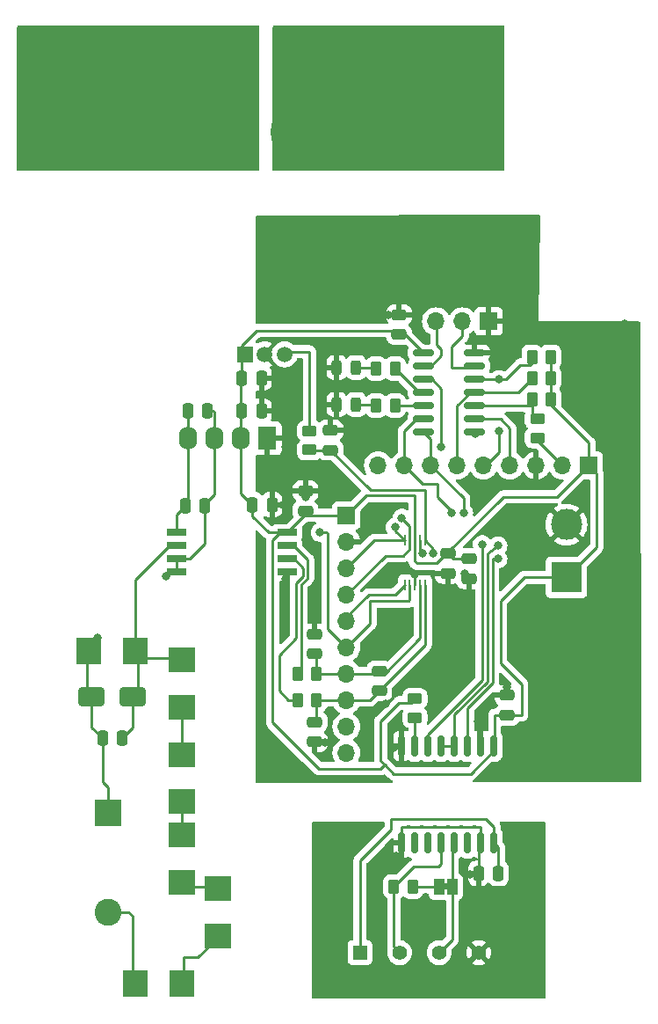
<source format=gbr>
%TF.GenerationSoftware,KiCad,Pcbnew,7.0.5-7.0.5~ubuntu20.04.1*%
%TF.CreationDate,2023-08-05T16:15:12+02:00*%
%TF.ProjectId,diyBMS_CurrentVoltage_ADS1115,64697942-4d53-45f4-9375-7272656e7456,rev?*%
%TF.SameCoordinates,Original*%
%TF.FileFunction,Copper,L1,Top*%
%TF.FilePolarity,Positive*%
%FSLAX46Y46*%
G04 Gerber Fmt 4.6, Leading zero omitted, Abs format (unit mm)*
G04 Created by KiCad (PCBNEW 7.0.5-7.0.5~ubuntu20.04.1) date 2023-08-05 16:15:12*
%MOMM*%
%LPD*%
G01*
G04 APERTURE LIST*
G04 Aperture macros list*
%AMRoundRect*
0 Rectangle with rounded corners*
0 $1 Rounding radius*
0 $2 $3 $4 $5 $6 $7 $8 $9 X,Y pos of 4 corners*
0 Add a 4 corners polygon primitive as box body*
4,1,4,$2,$3,$4,$5,$6,$7,$8,$9,$2,$3,0*
0 Add four circle primitives for the rounded corners*
1,1,$1+$1,$2,$3*
1,1,$1+$1,$4,$5*
1,1,$1+$1,$6,$7*
1,1,$1+$1,$8,$9*
0 Add four rect primitives between the rounded corners*
20,1,$1+$1,$2,$3,$4,$5,0*
20,1,$1+$1,$4,$5,$6,$7,0*
20,1,$1+$1,$6,$7,$8,$9,0*
20,1,$1+$1,$8,$9,$2,$3,0*%
%AMHorizOval*
0 Thick line with rounded ends*
0 $1 width*
0 $2 $3 position (X,Y) of the first rounded end (center of the circle)*
0 $4 $5 position (X,Y) of the second rounded end (center of the circle)*
0 Add line between two ends*
20,1,$1,$2,$3,$4,$5,0*
0 Add two circle primitives to create the rounded ends*
1,1,$1,$2,$3*
1,1,$1,$4,$5*%
G04 Aperture macros list end*
%TA.AperFunction,SMDPad,CuDef*%
%ADD10RoundRect,0.250000X0.475000X-0.250000X0.475000X0.250000X-0.475000X0.250000X-0.475000X-0.250000X0*%
%TD*%
%TA.AperFunction,SMDPad,CuDef*%
%ADD11R,2.484000X2.600000*%
%TD*%
%TA.AperFunction,SMDPad,CuDef*%
%ADD12R,2.600000X2.484000*%
%TD*%
%TA.AperFunction,SMDPad,CuDef*%
%ADD13RoundRect,0.150000X-0.150000X0.875000X-0.150000X-0.875000X0.150000X-0.875000X0.150000X0.875000X0*%
%TD*%
%TA.AperFunction,ComponentPad*%
%ADD14R,1.400000X1.400000*%
%TD*%
%TA.AperFunction,ComponentPad*%
%ADD15C,1.400000*%
%TD*%
%TA.AperFunction,ComponentPad*%
%ADD16R,1.700000X1.700000*%
%TD*%
%TA.AperFunction,ComponentPad*%
%ADD17O,1.700000X1.700000*%
%TD*%
%TA.AperFunction,ComponentPad*%
%ADD18C,3.200000*%
%TD*%
%TA.AperFunction,SMDPad,CuDef*%
%ADD19RoundRect,0.250000X-0.250000X-0.475000X0.250000X-0.475000X0.250000X0.475000X-0.250000X0.475000X0*%
%TD*%
%TA.AperFunction,SMDPad,CuDef*%
%ADD20RoundRect,0.250000X0.250000X0.475000X-0.250000X0.475000X-0.250000X-0.475000X0.250000X-0.475000X0*%
%TD*%
%TA.AperFunction,SMDPad,CuDef*%
%ADD21RoundRect,0.250000X-0.475000X0.250000X-0.475000X-0.250000X0.475000X-0.250000X0.475000X0.250000X0*%
%TD*%
%TA.AperFunction,SMDPad,CuDef*%
%ADD22RoundRect,0.250000X-0.262500X-0.450000X0.262500X-0.450000X0.262500X0.450000X-0.262500X0.450000X0*%
%TD*%
%TA.AperFunction,SMDPad,CuDef*%
%ADD23RoundRect,0.250000X1.000000X0.650000X-1.000000X0.650000X-1.000000X-0.650000X1.000000X-0.650000X0*%
%TD*%
%TA.AperFunction,SMDPad,CuDef*%
%ADD24RoundRect,0.250000X0.450000X-0.262500X0.450000X0.262500X-0.450000X0.262500X-0.450000X-0.262500X0*%
%TD*%
%TA.AperFunction,ComponentPad*%
%ADD25R,2.600000X2.600000*%
%TD*%
%TA.AperFunction,ComponentPad*%
%ADD26C,2.600000*%
%TD*%
%TA.AperFunction,SMDPad,CuDef*%
%ADD27R,1.905000X0.640000*%
%TD*%
%TA.AperFunction,SMDPad,CuDef*%
%ADD28R,0.250000X1.100000*%
%TD*%
%TA.AperFunction,ComponentPad*%
%ADD29R,1.500000X1.500000*%
%TD*%
%TA.AperFunction,ComponentPad*%
%ADD30C,1.500000*%
%TD*%
%TA.AperFunction,ComponentPad*%
%ADD31HorizOval,0.800000X0.000000X0.000000X0.000000X0.000000X0*%
%TD*%
%TA.AperFunction,ComponentPad*%
%ADD32HorizOval,0.800000X0.000000X0.000000X0.000000X0.000000X0*%
%TD*%
%TA.AperFunction,ComponentPad*%
%ADD33C,0.800000*%
%TD*%
%TA.AperFunction,ComponentPad*%
%ADD34O,9.000000X6.000000*%
%TD*%
%TA.AperFunction,SMDPad,CuDef*%
%ADD35RoundRect,0.250000X0.262500X0.450000X-0.262500X0.450000X-0.262500X-0.450000X0.262500X-0.450000X0*%
%TD*%
%TA.AperFunction,SMDPad,CuDef*%
%ADD36RoundRect,0.243750X-0.243750X-0.456250X0.243750X-0.456250X0.243750X0.456250X-0.243750X0.456250X0*%
%TD*%
%TA.AperFunction,SMDPad,CuDef*%
%ADD37R,1.000000X1.500000*%
%TD*%
%TA.AperFunction,SMDPad,CuDef*%
%ADD38RoundRect,0.250000X-0.450000X0.262500X-0.450000X-0.262500X0.450000X-0.262500X0.450000X0.262500X0*%
%TD*%
%TA.AperFunction,ComponentPad*%
%ADD39R,3.000000X3.000000*%
%TD*%
%TA.AperFunction,ComponentPad*%
%ADD40C,3.000000*%
%TD*%
%TA.AperFunction,SMDPad,CuDef*%
%ADD41RoundRect,0.150000X-0.825000X-0.150000X0.825000X-0.150000X0.825000X0.150000X-0.825000X0.150000X0*%
%TD*%
%TA.AperFunction,ComponentPad*%
%ADD42R,1.750000X2.250000*%
%TD*%
%TA.AperFunction,ComponentPad*%
%ADD43O,1.750000X2.250000*%
%TD*%
%TA.AperFunction,ViaPad*%
%ADD44C,0.800000*%
%TD*%
%TA.AperFunction,Conductor*%
%ADD45C,0.250000*%
%TD*%
G04 APERTURE END LIST*
%TA.AperFunction,EtchedComponent*%
%TO.C,JP1*%
G36*
X65699000Y-90900000D02*
G01*
X65199000Y-90900000D01*
X65199000Y-90300000D01*
X65699000Y-90300000D01*
X65699000Y-90900000D01*
G37*
%TD.AperFunction*%
%TD*%
D10*
%TO.P,C16,1*%
%TO.N,GND*%
X67691000Y-60955000D03*
%TO.P,C16,2*%
%TO.N,+5V*%
X67691000Y-59055000D03*
%TD*%
D11*
%TO.P,R6,1*%
%TO.N,Net-(D1-A1)*%
X35570000Y-67884500D03*
%TO.P,R6,2*%
%TO.N,GND1*%
X31054000Y-67884500D03*
%TD*%
D12*
%TO.P,R5,1*%
%TO.N,Net-(R4-Pad2)*%
X39977000Y-73317500D03*
%TO.P,R5,2*%
%TO.N,Net-(D1-A1)*%
X39977000Y-68801500D03*
%TD*%
%TO.P,R3,1*%
%TO.N,Net-(R2-Pad2)*%
X40040500Y-90144500D03*
%TO.P,R3,2*%
%TO.N,Net-(R3-Pad2)*%
X40040500Y-85628500D03*
%TD*%
%TO.P,R4,1*%
%TO.N,Net-(R3-Pad2)*%
X39977000Y-82397500D03*
%TO.P,R4,2*%
%TO.N,Net-(R4-Pad2)*%
X39977000Y-77881500D03*
%TD*%
D11*
%TO.P,R1,1*%
%TO.N,Net-(J7-Pin_2)*%
X35496500Y-99951500D03*
%TO.P,R1,2*%
%TO.N,Net-(R1-Pad2)*%
X40012500Y-99951500D03*
%TD*%
D12*
%TO.P,R2,1*%
%TO.N,Net-(R1-Pad2)*%
X43469500Y-95314500D03*
%TO.P,R2,2*%
%TO.N,Net-(R2-Pad2)*%
X43469500Y-90798500D03*
%TD*%
D13*
%TO.P,U5,1,VDD1*%
%TO.N,+5V*%
X70104000Y-77060000D03*
%TO.P,U5,2,GND1*%
%TO.N,GND*%
X68834000Y-77060000D03*
%TO.P,U5,3,RxD*%
%TO.N,RXD*%
X67564000Y-77060000D03*
%TO.P,U5,4,~{RE}*%
%TO.N,XDIR*%
X66294000Y-77060000D03*
%TO.P,U5,5,DE*%
X65024000Y-77060000D03*
%TO.P,U5,6,TxD*%
%TO.N,TXD*%
X63754000Y-77060000D03*
%TO.P,U5,7,PV*%
%TO.N,Net-(U5-PV)*%
X62484000Y-77060000D03*
%TO.P,U5,8,GND1*%
%TO.N,GND*%
X61214000Y-77060000D03*
%TO.P,U5,9,GND2*%
%TO.N,GND2*%
X61214000Y-86360000D03*
%TO.P,U5,10,NC*%
%TO.N,unconnected-(U5-NC-Pad10)*%
X62484000Y-86360000D03*
%TO.P,U5,11,NC*%
%TO.N,unconnected-(U5-NC-Pad11)*%
X63754000Y-86360000D03*
%TO.P,U5,12,A*%
%TO.N,A*%
X65024000Y-86360000D03*
%TO.P,U5,13,B*%
%TO.N,B*%
X66294000Y-86360000D03*
%TO.P,U5,14,NC*%
%TO.N,unconnected-(U5-NC-Pad14)*%
X67564000Y-86360000D03*
%TO.P,U5,15,GND2*%
%TO.N,GND2*%
X68834000Y-86360000D03*
%TO.P,U5,16,VDD2*%
%TO.N,VDD2*%
X70104000Y-86360000D03*
%TD*%
D14*
%TO.P,J3,1,Pin_1*%
%TO.N,VDD2*%
X57194000Y-96950000D03*
D15*
%TO.P,J3,2,Pin_2*%
%TO.N,A*%
X61004000Y-96950000D03*
%TO.P,J3,3,Pin_3*%
%TO.N,B*%
X64814000Y-96950000D03*
%TO.P,J3,4,Pin_4*%
%TO.N,GND2*%
X68624000Y-96950000D03*
%TD*%
D16*
%TO.P,J8,1,Pin_1*%
%TO.N,GND*%
X69596000Y-36195000D03*
D17*
%TO.P,J8,2,Pin_2*%
%TO.N,PA3*%
X67056000Y-36195000D03*
%TO.P,J8,3,Pin_3*%
%TO.N,PA4*%
X64516000Y-36195000D03*
%TD*%
D10*
%TO.P,C3,1*%
%TO.N,+5V*%
X51943000Y-54417000D03*
%TO.P,C3,2*%
%TO.N,GND*%
X51943000Y-52517000D03*
%TD*%
D18*
%TO.P,J5,1,Pin_1*%
%TO.N,Net-(J5-Pin_1)*%
X35931000Y-9783000D03*
X31496000Y-9783000D03*
X27061000Y-9783000D03*
X35931000Y-14218000D03*
X31496000Y-14218000D03*
X27061000Y-14218000D03*
X35931000Y-18653000D03*
X31496000Y-18653000D03*
X27061000Y-18653000D03*
%TD*%
D19*
%TO.P,C10,1*%
%TO.N,GND2*%
X68629000Y-89330000D03*
%TO.P,C10,2*%
%TO.N,VDD2*%
X70529000Y-89330000D03*
%TD*%
%TO.P,C8,1*%
%TO.N,+5V*%
X46802000Y-53848000D03*
%TO.P,C8,2*%
%TO.N,GND*%
X48702000Y-53848000D03*
%TD*%
D20*
%TO.P,C6,1*%
%TO.N,Net-(D1-A1)*%
X34262000Y-76329500D03*
%TO.P,C6,2*%
%TO.N,GND1*%
X32362000Y-76329500D03*
%TD*%
D21*
%TO.P,C9,1*%
%TO.N,+5V*%
X65659000Y-58552000D03*
%TO.P,C9,2*%
%TO.N,GND*%
X65659000Y-60452000D03*
%TD*%
D10*
%TO.P,C5,1*%
%TO.N,+5V*%
X71374000Y-74090000D03*
%TO.P,C5,2*%
%TO.N,GND*%
X71374000Y-72190000D03*
%TD*%
D21*
%TO.P,C13,1*%
%TO.N,GND*%
X52832000Y-66299000D03*
%TO.P,C13,2*%
%TO.N,Net-(J1-Pin_7)*%
X52832000Y-68199000D03*
%TD*%
D19*
%TO.P,C11,1*%
%TO.N,+5V*%
X45786000Y-41656000D03*
%TO.P,C11,2*%
%TO.N,GND*%
X47686000Y-41656000D03*
%TD*%
D22*
%TO.P,R8,1*%
%TO.N,Net-(U1-OUT-)*%
X51157500Y-72644000D03*
%TO.P,R8,2*%
%TO.N,Net-(J1-Pin_8)*%
X52982500Y-72644000D03*
%TD*%
D23*
%TO.P,D1,1,A1*%
%TO.N,Net-(D1-A1)*%
X35312000Y-72329500D03*
%TO.P,D1,2,A2*%
%TO.N,GND1*%
X31312000Y-72329500D03*
%TD*%
D19*
%TO.P,C1,1*%
%TO.N,+5VP*%
X40579000Y-44831000D03*
%TO.P,C1,2*%
%TO.N,GND1*%
X42479000Y-44831000D03*
%TD*%
D24*
%TO.P,R17,1*%
%TO.N,Net-(J1-Pin_9)*%
X52324000Y-48561000D03*
%TO.P,R17,2*%
%TO.N,Net-(U3-VIOUT)*%
X52324000Y-46736000D03*
%TD*%
D19*
%TO.P,C4,1*%
%TO.N,+5V*%
X45786000Y-44831000D03*
%TO.P,C4,2*%
%TO.N,GND*%
X47686000Y-44831000D03*
%TD*%
D16*
%TO.P,J2,1,Pin_1*%
%TO.N,+5V*%
X79248000Y-50038000D03*
D17*
%TO.P,J2,2,Pin_2*%
%TO.N,Net-(J2-Pin_2)*%
X76708000Y-50038000D03*
%TO.P,J2,3,Pin_3*%
%TO.N,GND*%
X74168000Y-50038000D03*
%TO.P,J2,4,Pin_4*%
%TO.N,XDIR*%
X71628000Y-50038000D03*
%TO.P,J2,5,Pin_5*%
%TO.N,SCL*%
X69088000Y-50038000D03*
%TO.P,J2,6,Pin_6*%
%TO.N,SDA*%
X66548000Y-50038000D03*
%TO.P,J2,7,Pin_7*%
%TO.N,TXD*%
X64008000Y-50038000D03*
%TO.P,J2,8,Pin_8*%
%TO.N,RXD*%
X61468000Y-50038000D03*
%TO.P,J2,9,Pin_9*%
%TO.N,PA5*%
X58928000Y-50038000D03*
%TD*%
D21*
%TO.P,C14,1*%
%TO.N,Net-(J1-Pin_8)*%
X52832000Y-74742000D03*
%TO.P,C14,2*%
%TO.N,GND*%
X52832000Y-76642000D03*
%TD*%
D24*
%TO.P,R14,1*%
%TO.N,Net-(J2-Pin_2)*%
X74271500Y-47394500D03*
%TO.P,R14,2*%
%TO.N,RESET*%
X74271500Y-45569500D03*
%TD*%
D22*
%TO.P,R9,1*%
%TO.N,RESET*%
X73763500Y-43688000D03*
%TO.P,R9,2*%
%TO.N,+5V*%
X75588500Y-43688000D03*
%TD*%
%TO.P,R12,1*%
%TO.N,Net-(D2-A)*%
X58754000Y-44296252D03*
%TO.P,R12,2*%
%TO.N,PA7*%
X60579000Y-44296252D03*
%TD*%
%TO.P,R13,1*%
%TO.N,Net-(D3-A)*%
X58754000Y-40740252D03*
%TO.P,R13,2*%
%TO.N,PA6*%
X60579000Y-40740252D03*
%TD*%
D25*
%TO.P,J7,1,Pin_1*%
%TO.N,GND1*%
X32865000Y-83505000D03*
D26*
%TO.P,J7,2,Pin_2*%
%TO.N,Net-(J7-Pin_2)*%
X32865000Y-93025000D03*
%TD*%
D27*
%TO.P,U1,1,VDD1*%
%TO.N,+5VP*%
X39470000Y-56515000D03*
%TO.P,U1,2,IN*%
%TO.N,Net-(D1-A1)*%
X39470000Y-57785000D03*
%TO.P,U1,3,IN-*%
%TO.N,GND1*%
X39470000Y-59055000D03*
%TO.P,U1,4,GND1*%
X39470000Y-60325000D03*
%TO.P,U1,5,GND2*%
%TO.N,GND*%
X50165000Y-60325000D03*
%TO.P,U1,6,OUT-*%
%TO.N,Net-(U1-OUT-)*%
X50165000Y-59055000D03*
%TO.P,U1,7,OUT+*%
%TO.N,Net-(U1-OUT+)*%
X50165000Y-57785000D03*
%TO.P,U1,8,VDD2*%
%TO.N,+5V*%
X50165000Y-56515000D03*
%TD*%
D28*
%TO.P,U2,1,ADDR*%
%TO.N,Net-(J1-Pin_5)*%
X61484000Y-61586000D03*
%TO.P,U2,2,ALERT/RDY*%
%TO.N,ALERT*%
X61984000Y-61586000D03*
%TO.P,U2,3,GND*%
%TO.N,GND*%
X62484000Y-61586000D03*
%TO.P,U2,4,AIN0*%
%TO.N,Net-(J1-Pin_7)*%
X62984000Y-61586000D03*
%TO.P,U2,5,AIN1*%
%TO.N,Net-(J1-Pin_8)*%
X63484000Y-61586000D03*
%TO.P,U2,6,AIN2*%
%TO.N,Net-(J1-Pin_9)*%
X63484000Y-57286000D03*
%TO.P,U2,7,AIN3*%
%TO.N,Net-(J1-Pin_10)*%
X62984000Y-57286000D03*
%TO.P,U2,8,VDD*%
%TO.N,+5V*%
X62484000Y-57286000D03*
%TO.P,U2,9,SDA*%
%TO.N,SDA*%
X61984000Y-57286000D03*
%TO.P,U2,10,SCL*%
%TO.N,SCL*%
X61484000Y-57286000D03*
%TD*%
D29*
%TO.P,U3,1,VCC*%
%TO.N,+5V*%
X46106000Y-39378000D03*
D30*
%TO.P,U3,2,GND*%
%TO.N,GND*%
X48016000Y-39378000D03*
%TO.P,U3,3,VIOUT*%
%TO.N,Net-(U3-VIOUT)*%
X49926000Y-39378000D03*
D31*
%TO.P,U3,4,IP+*%
%TO.N,Net-(J4-Pin_1)*%
X49066000Y-17348000D03*
D32*
X49066000Y-18608000D03*
D33*
X49816000Y-16318000D03*
X49816000Y-19638000D03*
X51016000Y-15928000D03*
X51016000Y-20028000D03*
X52346000Y-15928000D03*
X52346000Y-20028000D03*
D34*
X53016000Y-17978000D03*
D33*
X53686000Y-15928000D03*
X53686000Y-20028000D03*
X55016000Y-15928000D03*
X55016000Y-20028000D03*
X56216000Y-16318000D03*
X56216000Y-19638000D03*
X56966000Y-17348000D03*
X56966000Y-18608000D03*
%TO.P,U3,5,IP-*%
%TO.N,Net-(J5-Pin_1)*%
X39066000Y-17348000D03*
X39066000Y-18608000D03*
X39816000Y-16318000D03*
X39816000Y-19638000D03*
X41016000Y-15928000D03*
X41016000Y-20028000D03*
X42346000Y-15928000D03*
X42346000Y-20028000D03*
D34*
X43016000Y-17978000D03*
D33*
X43686000Y-15928000D03*
X43686000Y-20028000D03*
X45016000Y-15928000D03*
X45016000Y-20028000D03*
X46216000Y-16318000D03*
X46216000Y-19638000D03*
D32*
X46966000Y-17348000D03*
D31*
X46966000Y-18608000D03*
%TD*%
D35*
%TO.P,R10,1*%
%TO.N,+5V*%
X75588500Y-39624000D03*
%TO.P,R10,2*%
%TO.N,SCL*%
X73763500Y-39624000D03*
%TD*%
D36*
%TO.P,D2,1,K*%
%TO.N,GND*%
X54942500Y-44196000D03*
%TO.P,D2,2,A*%
%TO.N,Net-(D2-A)*%
X56817500Y-44196000D03*
%TD*%
D22*
%TO.P,R7,1*%
%TO.N,Net-(U1-OUT+)*%
X51157500Y-70104000D03*
%TO.P,R7,2*%
%TO.N,Net-(J1-Pin_7)*%
X52982500Y-70104000D03*
%TD*%
D37*
%TO.P,JP1,1,A*%
%TO.N,Net-(JP1-A)*%
X64799000Y-90600000D03*
%TO.P,JP1,2,B*%
%TO.N,B*%
X66099000Y-90600000D03*
%TD*%
D10*
%TO.P,C7,1*%
%TO.N,+5V*%
X60960000Y-37460000D03*
%TO.P,C7,2*%
%TO.N,GND*%
X60960000Y-35560000D03*
%TD*%
D38*
%TO.P,R15,1*%
%TO.N,+5V*%
X62484000Y-72493500D03*
%TO.P,R15,2*%
%TO.N,Net-(U5-PV)*%
X62484000Y-74318500D03*
%TD*%
D10*
%TO.P,C15,1*%
%TO.N,Net-(J1-Pin_8)*%
X59055000Y-71750000D03*
%TO.P,C15,2*%
%TO.N,Net-(J1-Pin_7)*%
X59055000Y-69850000D03*
%TD*%
D16*
%TO.P,J1,1,Pin_1*%
%TO.N,+5V*%
X55880000Y-54864000D03*
D17*
%TO.P,J1,2,Pin_2*%
%TO.N,GND*%
X55880000Y-57404000D03*
%TO.P,J1,3,Pin_3*%
%TO.N,SCL*%
X55880000Y-59944000D03*
%TO.P,J1,4,Pin_4*%
%TO.N,SDA*%
X55880000Y-62484000D03*
%TO.P,J1,5,Pin_5*%
%TO.N,Net-(J1-Pin_5)*%
X55880000Y-65024000D03*
%TO.P,J1,6,Pin_6*%
%TO.N,ALERT*%
X55880000Y-67564000D03*
%TO.P,J1,7,Pin_7*%
%TO.N,Net-(J1-Pin_7)*%
X55880000Y-70104000D03*
%TO.P,J1,8,Pin_8*%
%TO.N,Net-(J1-Pin_8)*%
X55880000Y-72644000D03*
%TO.P,J1,9,Pin_9*%
%TO.N,Net-(J1-Pin_9)*%
X55880000Y-75184000D03*
%TO.P,J1,10,Pin_10*%
%TO.N,Net-(J1-Pin_10)*%
X55880000Y-77724000D03*
%TD*%
D39*
%TO.P,J6,1,Pin_1*%
%TO.N,+5V*%
X77089000Y-60833000D03*
D40*
%TO.P,J6,2,Pin_2*%
%TO.N,GND*%
X77089000Y-55753000D03*
%TD*%
D19*
%TO.P,C2,1*%
%TO.N,+5VP*%
X40325000Y-53975000D03*
%TO.P,C2,2*%
%TO.N,GND1*%
X42225000Y-53975000D03*
%TD*%
D41*
%TO.P,U4,1,VCC*%
%TO.N,+5V*%
X63287500Y-39216252D03*
%TO.P,U4,2,PA4*%
%TO.N,PA4*%
X63287500Y-40486252D03*
%TO.P,U4,3,PA5*%
%TO.N,PA5*%
X63287500Y-41756252D03*
%TO.P,U4,4,PA6*%
%TO.N,PA6*%
X63287500Y-43026252D03*
%TO.P,U4,5,PA7*%
%TO.N,PA7*%
X63287500Y-44296252D03*
%TO.P,U4,6,PB3*%
%TO.N,RXD*%
X63287500Y-45566252D03*
%TO.P,U4,7,PB2*%
%TO.N,TXD*%
X63287500Y-46836252D03*
%TO.P,U4,8,PB1*%
%TO.N,ALERT*%
X68237500Y-46836252D03*
%TO.P,U4,9,PB0*%
%TO.N,XDIR*%
X68237500Y-45566252D03*
%TO.P,U4,10,~{RESET}/PA0*%
%TO.N,RESET*%
X68237500Y-44296252D03*
%TO.P,U4,11,PA1*%
%TO.N,SDA*%
X68237500Y-43026252D03*
%TO.P,U4,12,PA2*%
%TO.N,SCL*%
X68237500Y-41756252D03*
%TO.P,U4,13,PA3*%
%TO.N,PA3*%
X68237500Y-40486252D03*
%TO.P,U4,14,GND*%
%TO.N,GND*%
X68237500Y-39216252D03*
%TD*%
D35*
%TO.P,R11,1*%
%TO.N,+5V*%
X75588500Y-41656000D03*
%TO.P,R11,2*%
%TO.N,SDA*%
X73763500Y-41656000D03*
%TD*%
%TO.P,R16,1*%
%TO.N,Net-(JP1-A)*%
X62274000Y-90600000D03*
%TO.P,R16,2*%
%TO.N,A*%
X60449000Y-90600000D03*
%TD*%
D36*
%TO.P,D3,1,K*%
%TO.N,GND*%
X54942500Y-40640000D03*
%TO.P,D3,2,A*%
%TO.N,Net-(D3-A)*%
X56817500Y-40640000D03*
%TD*%
D18*
%TO.P,J4,1,Pin_1*%
%TO.N,Net-(J4-Pin_1)*%
X68961000Y-9783000D03*
X64526000Y-9783000D03*
X60091000Y-9783000D03*
X68961000Y-14218000D03*
X64526000Y-14218000D03*
X60091000Y-14218000D03*
X68961000Y-18653000D03*
X64526000Y-18653000D03*
X60091000Y-18653000D03*
%TD*%
D42*
%TO.P,PS1,1,-Vin*%
%TO.N,GND*%
X48260000Y-47433500D03*
D43*
%TO.P,PS1,2,+Vin*%
%TO.N,+5V*%
X45720000Y-47433500D03*
%TO.P,PS1,3,-Vout*%
%TO.N,GND1*%
X43180000Y-47433500D03*
%TO.P,PS1,4,+Vout*%
%TO.N,+5VP*%
X40640000Y-47433500D03*
%TD*%
D10*
%TO.P,C12,1*%
%TO.N,Net-(J1-Pin_9)*%
X54356000Y-48578500D03*
%TO.P,C12,2*%
%TO.N,GND*%
X54356000Y-46678500D03*
%TD*%
D44*
%TO.N,GND1*%
X31877000Y-66675000D03*
X38481000Y-60706000D03*
%TO.N,GND*%
X81026000Y-79502000D03*
X82677000Y-36449000D03*
X58166000Y-56134000D03*
X59944000Y-35560000D03*
X49022000Y-27686000D03*
X56134000Y-47752000D03*
X52705000Y-64770000D03*
X71374000Y-71374000D03*
X54864000Y-42672000D03*
X72771000Y-27178000D03*
X65532000Y-67310000D03*
X49784000Y-53848000D03*
X50546000Y-79248000D03*
X59690000Y-73025000D03*
X47625000Y-58928000D03*
X67310000Y-60452000D03*
X68580000Y-74676000D03*
X53848000Y-76708000D03*
X51943000Y-53086000D03*
X50038000Y-60960000D03*
X62485139Y-60567352D03*
X60452000Y-77216000D03*
X50038000Y-48260000D03*
X59563000Y-65786000D03*
%TO.N,GND2*%
X67818000Y-89408000D03*
X60706000Y-87630000D03*
%TO.N,SCL*%
X70612000Y-46736000D03*
X60579000Y-56007000D03*
X70612000Y-41783000D03*
%TO.N,SDA*%
X61214000Y-55118000D03*
%TO.N,TXD*%
X67183000Y-54610000D03*
X68961000Y-57658000D03*
%TO.N,RXD*%
X70485000Y-59055000D03*
X66040000Y-54610000D03*
%TO.N,PA5*%
X65024000Y-48260000D03*
%TO.N,ALERT*%
X53340000Y-56515000D03*
X68326000Y-46990000D03*
%TO.N,XDIR*%
X70485000Y-57785000D03*
%TO.N,Net-(J1-Pin_9)*%
X64262000Y-58547000D03*
%TO.N,Net-(J1-Pin_10)*%
X63246000Y-58547000D03*
%TD*%
D45*
%TO.N,+5V*%
X67691000Y-59055000D02*
X66162000Y-59055000D01*
X66162000Y-59055000D02*
X65659000Y-58552000D01*
%TO.N,Net-(D1-A1)*%
X38837500Y-57785000D02*
X35570000Y-61052500D01*
X35570000Y-61052500D02*
X35570000Y-67884500D01*
X35312000Y-72329500D02*
X35312000Y-75279500D01*
X36487000Y-68609500D02*
X35762000Y-67884500D01*
X35762000Y-67884500D02*
X35762000Y-71879500D01*
X39470000Y-57785000D02*
X38837500Y-57785000D01*
X35312000Y-75279500D02*
X34262000Y-76329500D01*
X35762000Y-71879500D02*
X35312000Y-72329500D01*
X39977000Y-68609500D02*
X36487000Y-68609500D01*
%TO.N,GND1*%
X39470000Y-59055000D02*
X39470000Y-60325000D01*
X42479000Y-44831000D02*
X43053000Y-44831000D01*
X43053000Y-44831000D02*
X43180000Y-44958000D01*
X30862000Y-71879500D02*
X31312000Y-72329500D01*
X31312000Y-75279500D02*
X32362000Y-76329500D01*
X42164000Y-53848000D02*
X43180000Y-52832000D01*
X31312000Y-72329500D02*
X31312000Y-75279500D01*
X30862000Y-67884500D02*
X30862000Y-71879500D01*
X39470000Y-59055000D02*
X40767000Y-59055000D01*
X43180000Y-47433500D02*
X43180000Y-44958000D01*
X32357000Y-76334500D02*
X32362000Y-76329500D01*
X40767000Y-59055000D02*
X42225000Y-57597000D01*
X32357000Y-80557500D02*
X32357000Y-76334500D01*
X42225000Y-57597000D02*
X42225000Y-53975000D01*
X43180000Y-52832000D02*
X43180000Y-47433500D01*
X32865000Y-81065500D02*
X32357000Y-80557500D01*
X42164000Y-53914000D02*
X42225000Y-53975000D01*
X32865000Y-81065500D02*
X32865000Y-83505000D01*
%TO.N,GND*%
X60452000Y-77216000D02*
X61058000Y-77216000D01*
X70163000Y-72190000D02*
X71374000Y-72190000D01*
X68580000Y-76806000D02*
X68834000Y-77060000D01*
X62485139Y-60567352D02*
X62600491Y-60452000D01*
X54942500Y-42750500D02*
X54864000Y-42672000D01*
X68580000Y-74676000D02*
X68580000Y-76806000D01*
X61058000Y-77216000D02*
X61214000Y-77060000D01*
X50292000Y-60452000D02*
X50165000Y-60325000D01*
X70163000Y-72190000D02*
X68580000Y-73773000D01*
X48702000Y-53848000D02*
X49784000Y-53848000D01*
X54864000Y-40718500D02*
X54942500Y-40640000D01*
X68580000Y-73773000D02*
X68580000Y-74676000D01*
X62484000Y-61586000D02*
X62484000Y-60568491D01*
X54864000Y-42672000D02*
X54864000Y-40718500D01*
X54942500Y-44196000D02*
X54942500Y-42750500D01*
X62484000Y-60568491D02*
X62485139Y-60567352D01*
X62600491Y-60452000D02*
X65532000Y-60452000D01*
%TO.N,+5V*%
X70104000Y-77060000D02*
X70104000Y-77486751D01*
X70163000Y-77001000D02*
X70104000Y-77060000D01*
X45786000Y-40132000D02*
X45786000Y-38542000D01*
X59182000Y-79248000D02*
X59563000Y-78867000D01*
X75588500Y-39624000D02*
X75588500Y-41656000D01*
X59563000Y-78867000D02*
X59182000Y-78486000D01*
X63287500Y-39216252D02*
X61155248Y-37084000D01*
X48387000Y-56515000D02*
X50165000Y-56515000D01*
X70163000Y-74090000D02*
X70163000Y-74168000D01*
X62484000Y-59309000D02*
X62484000Y-57286000D01*
X50165000Y-56515000D02*
X51816000Y-54864000D01*
X45786000Y-40132000D02*
X45786000Y-39698000D01*
X64590000Y-59494000D02*
X62669000Y-59494000D01*
X53213000Y-79248000D02*
X59182000Y-79248000D01*
X76200000Y-53086000D02*
X79248000Y-50038000D01*
X48768000Y-57279500D02*
X48768000Y-74803000D01*
X45720000Y-52766000D02*
X46802000Y-53848000D01*
X72126173Y-74090000D02*
X72771000Y-74090000D01*
X49532500Y-56515000D02*
X48768000Y-57279500D01*
X70104000Y-77486751D02*
X67834751Y-79756000D01*
X62484000Y-57286000D02*
X62484000Y-52959000D01*
X46802000Y-53848000D02*
X46802000Y-54930000D01*
X62484000Y-52959000D02*
X57785000Y-52959000D01*
X59182000Y-78486000D02*
X59182000Y-74676000D01*
X60960000Y-72898000D02*
X62079500Y-72898000D01*
X77089000Y-60833000D02*
X80010000Y-57912000D01*
X45786000Y-39698000D02*
X46106000Y-39378000D01*
X70163000Y-74168000D02*
X70163000Y-77001000D01*
X61155248Y-37084000D02*
X47244000Y-37084000D01*
X79248000Y-47855500D02*
X79248000Y-50038000D01*
X80010000Y-57912000D02*
X80010000Y-50800000D01*
X50165000Y-56515000D02*
X49532500Y-56515000D01*
X75588500Y-44196000D02*
X79248000Y-47855500D01*
X59182000Y-74676000D02*
X60960000Y-72898000D01*
X57785000Y-52959000D02*
X55880000Y-54864000D01*
X60452000Y-79756000D02*
X59563000Y-78867000D01*
X73025000Y-60833000D02*
X77089000Y-60833000D01*
X46802000Y-54930000D02*
X48387000Y-56515000D01*
X45720000Y-41722000D02*
X45720000Y-52766000D01*
X70241000Y-74090000D02*
X70163000Y-74168000D01*
X62079500Y-72898000D02*
X62484000Y-72493500D01*
X70998000Y-53086000D02*
X65532000Y-58552000D01*
X45786000Y-41656000D02*
X45786000Y-40132000D01*
X75588500Y-41656000D02*
X75588500Y-43688000D01*
X70739000Y-69088000D02*
X70739000Y-63119000D01*
X71374000Y-74090000D02*
X70241000Y-74090000D01*
X62669000Y-59494000D02*
X62484000Y-59309000D01*
X45786000Y-38542000D02*
X47244000Y-37084000D01*
X76200000Y-53086000D02*
X70998000Y-53086000D01*
X65532000Y-58552000D02*
X64590000Y-59494000D01*
X80010000Y-50800000D02*
X79248000Y-50038000D01*
X72771000Y-71120000D02*
X70739000Y-69088000D01*
X70739000Y-63119000D02*
X73025000Y-60833000D01*
X51816000Y-54864000D02*
X55880000Y-54864000D01*
X67834751Y-79756000D02*
X60452000Y-79756000D01*
X45786000Y-41656000D02*
X45720000Y-41722000D01*
X48768000Y-74803000D02*
X53213000Y-79248000D01*
X72771000Y-74090000D02*
X72771000Y-71120000D01*
%TO.N,+5VP*%
X40640000Y-53660000D02*
X40640000Y-47433500D01*
X40325000Y-53975000D02*
X40640000Y-53660000D01*
X40640000Y-44892000D02*
X40579000Y-44831000D01*
X40325000Y-53975000D02*
X39470000Y-54830000D01*
X39470000Y-54830000D02*
X39470000Y-56515000D01*
X40640000Y-47433500D02*
X40640000Y-44892000D01*
%TO.N,Net-(R1-Pad2)*%
X40204500Y-97411500D02*
X41564500Y-97411500D01*
X41564500Y-97411500D02*
X43469500Y-95506500D01*
X40204500Y-97411500D02*
X40204500Y-99951500D01*
%TO.N,Net-(R2-Pad2)*%
X43469500Y-90606500D02*
X39294500Y-90606500D01*
%TO.N,Net-(R3-Pad2)*%
X39977000Y-85373000D02*
X40040500Y-85436500D01*
X39977000Y-82589500D02*
X39977000Y-85373000D01*
%TO.N,Net-(R4-Pad2)*%
X39977000Y-77689500D02*
X39977000Y-73509500D01*
%TO.N,Net-(U1-OUT+)*%
X50165000Y-57785000D02*
X50797500Y-57785000D01*
X52139000Y-59126500D02*
X52139000Y-60909896D01*
X52139000Y-60909896D02*
X51504000Y-61544896D01*
X51504000Y-69757500D02*
X51157500Y-70104000D01*
X50797500Y-57785000D02*
X52139000Y-59126500D01*
X51504000Y-61544896D02*
X51504000Y-69757500D01*
%TO.N,Net-(U1-OUT-)*%
X50817500Y-59055000D02*
X51689000Y-59926500D01*
X51689000Y-59926500D02*
X51689000Y-60723500D01*
X51054000Y-66675000D02*
X49403000Y-68326000D01*
X50165000Y-59055000D02*
X50817500Y-59055000D01*
X49403000Y-71755000D02*
X50292000Y-72644000D01*
X50292000Y-72644000D02*
X51157500Y-72644000D01*
X51054000Y-61358500D02*
X51054000Y-66675000D01*
X49403000Y-68326000D02*
X49403000Y-71755000D01*
X51689000Y-60723500D02*
X51054000Y-61358500D01*
%TO.N,GND2*%
X61214000Y-86360000D02*
X61214000Y-84836000D01*
X68629000Y-86565000D02*
X68834000Y-86360000D01*
X68834000Y-84836000D02*
X68834000Y-86360000D01*
X68629000Y-89330000D02*
X68629000Y-86565000D01*
X68580000Y-84836000D02*
X68834000Y-84836000D01*
X61214000Y-84836000D02*
X68580000Y-84836000D01*
%TO.N,VDD2*%
X60198000Y-84074000D02*
X60198000Y-85090000D01*
X57194000Y-88094000D02*
X57194000Y-96950000D01*
X70529000Y-89330000D02*
X70529000Y-86785000D01*
X60198000Y-85090000D02*
X57194000Y-88094000D01*
X70104000Y-86360000D02*
X70104000Y-84836000D01*
X70104000Y-84836000D02*
X69342000Y-84074000D01*
X70529000Y-86785000D02*
X70104000Y-86360000D01*
X69342000Y-84074000D02*
X60198000Y-84074000D01*
%TO.N,Net-(D2-A)*%
X58653748Y-44196000D02*
X58754000Y-44296252D01*
X56817500Y-44196000D02*
X58653748Y-44196000D01*
%TO.N,Net-(D3-A)*%
X56817500Y-40640000D02*
X58653748Y-40640000D01*
X58653748Y-40640000D02*
X58754000Y-40740252D01*
%TO.N,Net-(J2-Pin_2)*%
X74318500Y-47648500D02*
X76708000Y-50038000D01*
X74271500Y-47648500D02*
X74318500Y-47648500D01*
%TO.N,SCL*%
X71247000Y-41783000D02*
X72644000Y-40386000D01*
X72644000Y-40386000D02*
X73509500Y-40386000D01*
X55880000Y-59944000D02*
X58538000Y-57286000D01*
X68237500Y-41756252D02*
X70585252Y-41756252D01*
X70585252Y-41756252D02*
X70612000Y-41783000D01*
X61484000Y-57286000D02*
X60579000Y-56381000D01*
X70612000Y-48768000D02*
X70612000Y-46736000D01*
X69088000Y-50292000D02*
X70612000Y-48768000D01*
X73509500Y-40386000D02*
X73763500Y-40132000D01*
X60579000Y-56007000D02*
X60579000Y-56134000D01*
X60579000Y-56381000D02*
X60579000Y-56007000D01*
X70612000Y-41783000D02*
X71247000Y-41783000D01*
X58538000Y-57286000D02*
X61484000Y-57286000D01*
%TO.N,SDA*%
X66548000Y-50292000D02*
X66548000Y-44339001D01*
X59626500Y-58737500D02*
X61357500Y-58737500D01*
X61984000Y-55888000D02*
X61214000Y-55118000D01*
X61357500Y-58737500D02*
X61984000Y-58111000D01*
X73279000Y-42164000D02*
X73763500Y-42164000D01*
X55880000Y-62484000D02*
X59626500Y-58737500D01*
X61984000Y-57286000D02*
X61984000Y-55888000D01*
X68237500Y-43026252D02*
X72416748Y-43026252D01*
X61984000Y-58111000D02*
X61984000Y-57286000D01*
X66548000Y-44339001D02*
X67860749Y-43026252D01*
X72416748Y-43026252D02*
X73279000Y-42164000D01*
X67860749Y-43026252D02*
X68237500Y-43026252D01*
%TO.N,TXD*%
X63754000Y-75946000D02*
X63754000Y-77060000D01*
X64008000Y-50038000D02*
X67183000Y-53213000D01*
X64008000Y-47556752D02*
X63287500Y-46836252D01*
X67183000Y-53213000D02*
X67183000Y-54610000D01*
X68961000Y-57658000D02*
X68961000Y-70739000D01*
X64008000Y-50292000D02*
X64008000Y-47556752D01*
X68961000Y-70739000D02*
X63754000Y-75946000D01*
%TO.N,RXD*%
X61468000Y-46736000D02*
X61468000Y-50292000D01*
X69977000Y-59055000D02*
X70485000Y-59055000D01*
X67564000Y-73408792D02*
X69977000Y-70995792D01*
X64643000Y-53086000D02*
X66040000Y-54483000D01*
X67564000Y-77060000D02*
X67564000Y-73408792D01*
X63287500Y-45566252D02*
X62637748Y-45566252D01*
X63246000Y-51816000D02*
X64643000Y-51816000D01*
X64643000Y-51816000D02*
X64643000Y-53086000D01*
X69977000Y-70995792D02*
X69977000Y-59055000D01*
X61468000Y-50038000D02*
X63246000Y-51816000D01*
X62637748Y-45566252D02*
X61468000Y-46736000D01*
%TO.N,PA5*%
X65024000Y-42672000D02*
X64108252Y-41756252D01*
X65024000Y-48260000D02*
X65024000Y-42672000D01*
X64108252Y-41756252D02*
X63287500Y-41756252D01*
%TO.N,Net-(JP1-A)*%
X64799000Y-90600000D02*
X62274000Y-90600000D01*
%TO.N,B*%
X64814000Y-96950000D02*
X66099000Y-95665000D01*
X66099000Y-86555000D02*
X66294000Y-86360000D01*
X66099000Y-90600000D02*
X66099000Y-86555000D01*
X66099000Y-95665000D02*
X66099000Y-90600000D01*
%TO.N,RESET*%
X73663248Y-44296252D02*
X73763500Y-44196000D01*
X73763500Y-45315500D02*
X74271500Y-45823500D01*
X73763500Y-44196000D02*
X73763500Y-45315500D01*
X68237500Y-44296252D02*
X73663248Y-44296252D01*
%TO.N,PA7*%
X63287500Y-44296252D02*
X60579000Y-44296252D01*
%TO.N,PA6*%
X63287500Y-43026252D02*
X62865000Y-43026252D01*
X62865000Y-43026252D02*
X60579000Y-40740252D01*
%TO.N,Net-(U5-PV)*%
X62484000Y-77060000D02*
X62484000Y-74318500D01*
%TO.N,A*%
X60449000Y-90600000D02*
X60449000Y-96395000D01*
X60449000Y-96395000D02*
X61004000Y-96950000D01*
X64770000Y-88646000D02*
X65024000Y-88392000D01*
X65024000Y-88392000D02*
X65024000Y-86360000D01*
X60449000Y-90600000D02*
X62403000Y-88646000D01*
X62403000Y-88646000D02*
X64770000Y-88646000D01*
%TO.N,PA3*%
X68083752Y-40640000D02*
X68237500Y-40486252D01*
X66040000Y-40640000D02*
X68083752Y-40640000D01*
X66040000Y-38608000D02*
X66040000Y-40640000D01*
X67056000Y-36195000D02*
X67056000Y-37592000D01*
X67056000Y-37592000D02*
X66040000Y-38608000D01*
%TO.N,PA4*%
X64587500Y-38425500D02*
X65024000Y-38862000D01*
X64516000Y-36195000D02*
X64587500Y-36266500D01*
X64587500Y-36266500D02*
X64587500Y-38425500D01*
X65024000Y-39497000D02*
X64034748Y-40486252D01*
X64034748Y-40486252D02*
X63287500Y-40486252D01*
X65024000Y-38862000D02*
X65024000Y-39497000D01*
%TO.N,ALERT*%
X53975000Y-56515000D02*
X53340000Y-56515000D01*
X54102000Y-56642000D02*
X53975000Y-56515000D01*
X61984000Y-62984000D02*
X61984000Y-61586000D01*
X55880000Y-67564000D02*
X54102000Y-65786000D01*
X55880000Y-67564000D02*
X58166000Y-65278000D01*
X54102000Y-60706000D02*
X54102000Y-56642000D01*
X54102000Y-65786000D02*
X54102000Y-60706000D01*
X61849000Y-63119000D02*
X61984000Y-62984000D01*
X58166000Y-65278000D02*
X58166000Y-63119000D01*
X58166000Y-63119000D02*
X61849000Y-63119000D01*
%TO.N,XDIR*%
X69469000Y-70867396D02*
X69469000Y-70739000D01*
X69469000Y-70739000D02*
X69469000Y-58547000D01*
X66294000Y-77060000D02*
X66294000Y-74042396D01*
X71628000Y-46482000D02*
X71628000Y-50292000D01*
X68237500Y-45566252D02*
X70712252Y-45566252D01*
X66294000Y-74042396D02*
X69469000Y-70867396D01*
X65024000Y-77060000D02*
X66294000Y-77060000D01*
X70712252Y-45566252D02*
X71628000Y-46482000D01*
X69469000Y-58547000D02*
X70485000Y-57785000D01*
%TO.N,Net-(J7-Pin_2)*%
X34885000Y-93025000D02*
X35304500Y-93444500D01*
X35304500Y-93444500D02*
X35304500Y-99951500D01*
X32865000Y-93025000D02*
X34885000Y-93025000D01*
%TO.N,Net-(J1-Pin_9)*%
X63484000Y-57286000D02*
X64262000Y-58064000D01*
X63500000Y-56445000D02*
X63500000Y-52451000D01*
X63500000Y-52451000D02*
X58228500Y-52451000D01*
X52341500Y-48578500D02*
X52324000Y-48561000D01*
X63484000Y-56461000D02*
X63500000Y-56445000D01*
X54356000Y-48578500D02*
X52341500Y-48578500D01*
X58228500Y-52451000D02*
X54356000Y-48578500D01*
X63484000Y-57286000D02*
X63484000Y-56461000D01*
X64262000Y-58064000D02*
X64262000Y-58547000D01*
%TO.N,Net-(J1-Pin_7)*%
X62984000Y-66683000D02*
X59563000Y-70104000D01*
X62984000Y-61586000D02*
X62984000Y-66683000D01*
X52982500Y-70104000D02*
X55880000Y-70104000D01*
X52982500Y-68349500D02*
X52832000Y-68199000D01*
X59563000Y-70104000D02*
X55880000Y-70104000D01*
X52982500Y-70104000D02*
X52982500Y-68349500D01*
%TO.N,Net-(J1-Pin_8)*%
X55880000Y-72644000D02*
X52982500Y-72644000D01*
X52982500Y-72644000D02*
X52982500Y-74591500D01*
X58166000Y-72644000D02*
X55880000Y-72644000D01*
X63484000Y-61586000D02*
X63484000Y-67326000D01*
X52982500Y-74591500D02*
X52832000Y-74742000D01*
X63484000Y-67326000D02*
X58166000Y-72644000D01*
%TO.N,Net-(U3-VIOUT)*%
X49926000Y-39378000D02*
X50188000Y-39116000D01*
X52324000Y-39116000D02*
X52324000Y-46736000D01*
X50188000Y-39116000D02*
X52324000Y-39116000D01*
%TO.N,Net-(J1-Pin_10)*%
X62984000Y-57286000D02*
X62984000Y-58285000D01*
X62984000Y-58285000D02*
X63246000Y-58547000D01*
%TO.N,Net-(J1-Pin_5)*%
X55880000Y-64648351D02*
X55880000Y-65024000D01*
X58036351Y-62492000D02*
X55880000Y-64648351D01*
X60578000Y-62492000D02*
X58036351Y-62492000D01*
X60578000Y-62492000D02*
X61484000Y-61586000D01*
%TD*%
%TA.AperFunction,Conductor*%
%TO.N,GND2*%
G36*
X59515538Y-84347685D02*
G01*
X59561293Y-84400489D01*
X59572499Y-84452000D01*
X59572499Y-84779547D01*
X59552814Y-84846586D01*
X59536180Y-84867228D01*
X56810208Y-87593199D01*
X56797951Y-87603020D01*
X56798134Y-87603241D01*
X56792122Y-87608214D01*
X56745432Y-87657932D01*
X56744079Y-87659329D01*
X56723889Y-87679519D01*
X56723877Y-87679532D01*
X56719621Y-87685017D01*
X56715837Y-87689447D01*
X56683937Y-87723418D01*
X56683936Y-87723420D01*
X56674284Y-87740976D01*
X56663610Y-87757226D01*
X56651329Y-87773061D01*
X56651324Y-87773068D01*
X56632815Y-87815838D01*
X56630245Y-87821084D01*
X56607803Y-87861906D01*
X56602822Y-87881307D01*
X56596521Y-87899710D01*
X56588562Y-87918102D01*
X56588561Y-87918105D01*
X56581271Y-87964127D01*
X56580087Y-87969846D01*
X56568501Y-88014972D01*
X56568500Y-88014982D01*
X56568500Y-88035016D01*
X56566973Y-88054415D01*
X56563840Y-88074194D01*
X56563839Y-88074197D01*
X56568224Y-88120585D01*
X56568499Y-88126421D01*
X56568499Y-95625500D01*
X56548814Y-95692539D01*
X56496010Y-95738294D01*
X56449389Y-95748450D01*
X56449423Y-95749099D01*
X56449429Y-95749146D01*
X56449426Y-95749146D01*
X56449436Y-95749324D01*
X56446123Y-95749501D01*
X56386516Y-95755908D01*
X56251671Y-95806202D01*
X56251664Y-95806206D01*
X56136455Y-95892452D01*
X56136452Y-95892455D01*
X56050206Y-96007664D01*
X56050202Y-96007671D01*
X55999908Y-96142517D01*
X55993501Y-96202116D01*
X55993501Y-96202123D01*
X55993500Y-96202135D01*
X55993500Y-97697870D01*
X55993501Y-97697876D01*
X55999908Y-97757483D01*
X56050202Y-97892328D01*
X56050206Y-97892335D01*
X56136452Y-98007544D01*
X56136455Y-98007547D01*
X56251664Y-98093793D01*
X56251671Y-98093797D01*
X56386517Y-98144091D01*
X56386516Y-98144091D01*
X56393444Y-98144835D01*
X56446127Y-98150500D01*
X57941872Y-98150499D01*
X58001483Y-98144091D01*
X58136331Y-98093796D01*
X58251546Y-98007546D01*
X58337796Y-97892331D01*
X58388091Y-97757483D01*
X58394500Y-97697873D01*
X58394499Y-96202128D01*
X58388091Y-96142517D01*
X58386318Y-96137764D01*
X58337797Y-96007671D01*
X58337793Y-96007664D01*
X58251547Y-95892455D01*
X58251544Y-95892452D01*
X58136335Y-95806206D01*
X58136328Y-95806202D01*
X58001482Y-95755908D01*
X58001483Y-95755908D01*
X57941883Y-95749501D01*
X57941881Y-95749500D01*
X57941873Y-95749500D01*
X57941864Y-95749500D01*
X57938548Y-95749322D01*
X57938615Y-95748065D01*
X57876461Y-95729815D01*
X57830706Y-95677011D01*
X57819500Y-95625500D01*
X57819500Y-88404450D01*
X57839185Y-88337411D01*
X57855814Y-88316774D01*
X59562588Y-86610000D01*
X60414000Y-86610000D01*
X60414000Y-87300649D01*
X60416899Y-87337489D01*
X60416900Y-87337495D01*
X60462716Y-87495193D01*
X60462717Y-87495196D01*
X60546314Y-87636552D01*
X60546321Y-87636561D01*
X60662438Y-87752678D01*
X60662447Y-87752685D01*
X60803801Y-87836281D01*
X60961514Y-87882100D01*
X60961511Y-87882100D01*
X60963998Y-87882295D01*
X60964000Y-87882295D01*
X60964000Y-86610000D01*
X60414000Y-86610000D01*
X59562588Y-86610000D01*
X60202322Y-85970266D01*
X60263641Y-85936784D01*
X60333333Y-85941768D01*
X60389266Y-85983640D01*
X60413683Y-86049104D01*
X60413999Y-86057949D01*
X60413999Y-86109999D01*
X60414001Y-86110000D01*
X61340000Y-86110000D01*
X61407039Y-86129685D01*
X61452794Y-86182489D01*
X61464000Y-86234000D01*
X61464000Y-87882294D01*
X61464001Y-87882295D01*
X61466486Y-87882100D01*
X61624198Y-87836281D01*
X61765550Y-87752686D01*
X61771717Y-87747903D01*
X61773630Y-87750369D01*
X61822222Y-87723802D01*
X61891917Y-87728749D01*
X61924762Y-87749853D01*
X61925969Y-87748298D01*
X61932132Y-87753078D01*
X61932135Y-87753081D01*
X62073602Y-87836744D01*
X62112930Y-87848170D01*
X62171815Y-87885775D01*
X62201022Y-87949247D01*
X62191276Y-88018434D01*
X62145673Y-88071369D01*
X62141453Y-88073980D01*
X62135367Y-88077579D01*
X62117901Y-88086135D01*
X62099272Y-88093511D01*
X62099267Y-88093513D01*
X62061564Y-88120906D01*
X62056682Y-88124112D01*
X62016580Y-88147828D01*
X62002408Y-88162000D01*
X61987623Y-88174628D01*
X61971412Y-88186407D01*
X61941709Y-88222310D01*
X61937777Y-88226631D01*
X60801226Y-89363181D01*
X60739903Y-89396666D01*
X60713545Y-89399500D01*
X60136498Y-89399500D01*
X60136480Y-89399501D01*
X60033703Y-89410000D01*
X60033700Y-89410001D01*
X59867168Y-89465185D01*
X59867163Y-89465187D01*
X59717842Y-89557289D01*
X59593789Y-89681342D01*
X59501687Y-89830663D01*
X59501685Y-89830668D01*
X59493617Y-89855016D01*
X59446501Y-89997203D01*
X59446501Y-89997204D01*
X59446500Y-89997204D01*
X59436000Y-90099983D01*
X59436000Y-91100001D01*
X59436001Y-91100019D01*
X59446500Y-91202796D01*
X59446501Y-91202799D01*
X59495114Y-91349500D01*
X59501686Y-91369334D01*
X59593788Y-91518656D01*
X59717844Y-91642712D01*
X59764596Y-91671548D01*
X59811320Y-91723494D01*
X59823500Y-91777087D01*
X59823500Y-96312255D01*
X59821775Y-96327872D01*
X59822061Y-96327899D01*
X59821326Y-96335666D01*
X59823469Y-96403846D01*
X59823500Y-96405793D01*
X59823500Y-96434343D01*
X59823501Y-96434360D01*
X59824368Y-96441231D01*
X59824826Y-96447050D01*
X59826290Y-96493624D01*
X59826291Y-96493627D01*
X59831880Y-96512867D01*
X59835824Y-96531911D01*
X59838336Y-96551791D01*
X59838338Y-96551800D01*
X59840780Y-96557968D01*
X59847154Y-96627546D01*
X59844753Y-96637542D01*
X59818885Y-96728464D01*
X59798357Y-96949999D01*
X59798357Y-96950000D01*
X59818884Y-97171535D01*
X59818885Y-97171537D01*
X59879769Y-97385523D01*
X59879775Y-97385538D01*
X59978938Y-97584683D01*
X59978943Y-97584691D01*
X60113020Y-97762238D01*
X60277437Y-97912123D01*
X60277439Y-97912125D01*
X60466595Y-98029245D01*
X60466596Y-98029245D01*
X60466599Y-98029247D01*
X60674060Y-98109618D01*
X60892757Y-98150500D01*
X60892759Y-98150500D01*
X61115241Y-98150500D01*
X61115243Y-98150500D01*
X61333940Y-98109618D01*
X61541401Y-98029247D01*
X61730562Y-97912124D01*
X61894981Y-97762236D01*
X62029058Y-97584689D01*
X62128229Y-97385528D01*
X62189115Y-97171536D01*
X62209643Y-96950000D01*
X62189115Y-96728464D01*
X62128229Y-96514472D01*
X62128224Y-96514461D01*
X62029061Y-96315316D01*
X62029056Y-96315308D01*
X61894979Y-96137761D01*
X61730562Y-95987876D01*
X61730560Y-95987874D01*
X61541404Y-95870754D01*
X61541398Y-95870752D01*
X61511765Y-95859272D01*
X61333940Y-95790382D01*
X61333934Y-95790381D01*
X61333928Y-95790379D01*
X61175714Y-95760803D01*
X61113433Y-95729135D01*
X61078161Y-95668823D01*
X61074500Y-95638915D01*
X61074500Y-91777087D01*
X61094185Y-91710048D01*
X61133402Y-91671548D01*
X61180156Y-91642712D01*
X61273819Y-91549048D01*
X61335142Y-91515564D01*
X61404834Y-91520548D01*
X61449181Y-91549049D01*
X61542844Y-91642712D01*
X61692166Y-91734814D01*
X61858703Y-91789999D01*
X61961491Y-91800500D01*
X62586508Y-91800499D01*
X62586516Y-91800498D01*
X62586519Y-91800498D01*
X62652117Y-91793797D01*
X62689297Y-91789999D01*
X62855834Y-91734814D01*
X63005156Y-91642712D01*
X63129212Y-91518656D01*
X63221314Y-91369334D01*
X63240811Y-91310493D01*
X63280584Y-91253051D01*
X63345100Y-91226228D01*
X63358517Y-91225500D01*
X63674501Y-91225500D01*
X63741540Y-91245185D01*
X63787295Y-91297989D01*
X63798501Y-91349500D01*
X63798501Y-91397876D01*
X63804908Y-91457483D01*
X63855202Y-91592328D01*
X63855206Y-91592335D01*
X63941452Y-91707544D01*
X63941455Y-91707547D01*
X64056664Y-91793793D01*
X64056671Y-91793797D01*
X64191517Y-91844091D01*
X64191516Y-91844091D01*
X64198444Y-91844835D01*
X64251127Y-91850500D01*
X65346872Y-91850499D01*
X65349500Y-91850499D01*
X65416539Y-91870184D01*
X65462294Y-91922987D01*
X65473500Y-91974499D01*
X65473499Y-95354546D01*
X65453814Y-95421585D01*
X65437180Y-95442227D01*
X65143892Y-95735515D01*
X65082569Y-95769000D01*
X65033426Y-95769722D01*
X64925243Y-95749500D01*
X64702757Y-95749500D01*
X64484060Y-95790382D01*
X64443219Y-95806204D01*
X64276601Y-95870752D01*
X64276595Y-95870754D01*
X64087439Y-95987874D01*
X64087437Y-95987876D01*
X63923020Y-96137761D01*
X63788943Y-96315308D01*
X63788938Y-96315316D01*
X63689775Y-96514461D01*
X63689769Y-96514476D01*
X63628885Y-96728462D01*
X63628884Y-96728464D01*
X63608357Y-96949999D01*
X63608357Y-96950000D01*
X63628884Y-97171535D01*
X63628885Y-97171537D01*
X63689769Y-97385523D01*
X63689775Y-97385538D01*
X63788938Y-97584683D01*
X63788943Y-97584691D01*
X63923020Y-97762238D01*
X64087437Y-97912123D01*
X64087439Y-97912125D01*
X64276595Y-98029245D01*
X64276596Y-98029245D01*
X64276599Y-98029247D01*
X64484060Y-98109618D01*
X64702757Y-98150500D01*
X64702759Y-98150500D01*
X64925241Y-98150500D01*
X64925243Y-98150500D01*
X65143940Y-98109618D01*
X65351401Y-98029247D01*
X65468278Y-97956880D01*
X67970672Y-97956880D01*
X68086821Y-98028797D01*
X68086822Y-98028798D01*
X68294195Y-98109134D01*
X68512807Y-98150000D01*
X68735193Y-98150000D01*
X68953809Y-98109133D01*
X69161168Y-98028801D01*
X69161181Y-98028795D01*
X69277326Y-97956879D01*
X68624001Y-97303553D01*
X68624000Y-97303553D01*
X67970672Y-97956879D01*
X67970672Y-97956880D01*
X65468278Y-97956880D01*
X65540562Y-97912124D01*
X65704981Y-97762236D01*
X65839058Y-97584689D01*
X65938229Y-97385528D01*
X65999115Y-97171536D01*
X66019643Y-96950000D01*
X67418859Y-96950000D01*
X67439378Y-97171439D01*
X67500240Y-97385350D01*
X67599369Y-97584428D01*
X67615137Y-97605308D01*
X67615138Y-97605308D01*
X68241145Y-96979302D01*
X68270372Y-96979302D01*
X68299047Y-97092538D01*
X68362936Y-97190327D01*
X68455115Y-97262072D01*
X68565595Y-97300000D01*
X68653005Y-97300000D01*
X68739216Y-97285614D01*
X68841947Y-97230019D01*
X68921060Y-97144079D01*
X68967982Y-97037108D01*
X68975200Y-96950000D01*
X68977553Y-96950000D01*
X69632861Y-97605308D01*
X69648631Y-97584425D01*
X69648633Y-97584422D01*
X69747759Y-97385350D01*
X69808621Y-97171439D01*
X69829141Y-96950000D01*
X69829141Y-96949999D01*
X69808621Y-96728560D01*
X69747759Y-96514649D01*
X69648635Y-96315580D01*
X69648630Y-96315572D01*
X69632860Y-96294690D01*
X68977553Y-96949999D01*
X68977553Y-96950000D01*
X68975200Y-96950000D01*
X68977628Y-96920698D01*
X68948953Y-96807462D01*
X68885064Y-96709673D01*
X68792885Y-96637928D01*
X68682405Y-96600000D01*
X68594995Y-96600000D01*
X68508784Y-96614386D01*
X68406053Y-96669981D01*
X68326940Y-96755921D01*
X68280018Y-96862892D01*
X68270372Y-96979302D01*
X68241145Y-96979302D01*
X68270447Y-96950000D01*
X68270447Y-96949999D01*
X67615138Y-96294691D01*
X67615137Y-96294691D01*
X67599368Y-96315574D01*
X67500240Y-96514649D01*
X67439378Y-96728560D01*
X67418859Y-96949999D01*
X67418859Y-96950000D01*
X66019643Y-96950000D01*
X65999115Y-96728464D01*
X65999112Y-96728454D01*
X65998685Y-96726167D01*
X65998798Y-96725046D01*
X65998586Y-96722755D01*
X65999034Y-96722713D01*
X66005713Y-96656651D01*
X66032889Y-96615699D01*
X66482787Y-96165802D01*
X66495042Y-96155986D01*
X66494859Y-96155764D01*
X66500868Y-96150791D01*
X66500877Y-96150786D01*
X66547607Y-96101022D01*
X66548846Y-96099743D01*
X66569120Y-96079471D01*
X66573379Y-96073978D01*
X66577152Y-96069561D01*
X66609062Y-96035582D01*
X66618713Y-96018024D01*
X66629396Y-96001761D01*
X66641673Y-95985936D01*
X66660185Y-95943153D01*
X66660202Y-95943119D01*
X67970671Y-95943119D01*
X68624000Y-96596447D01*
X68624001Y-96596447D01*
X69277327Y-95943119D01*
X69161178Y-95871202D01*
X69161177Y-95871201D01*
X68953804Y-95790865D01*
X68735193Y-95750000D01*
X68512807Y-95750000D01*
X68294195Y-95790865D01*
X68086824Y-95871200D01*
X68086823Y-95871201D01*
X67970671Y-95943119D01*
X66660202Y-95943119D01*
X66662738Y-95937941D01*
X66685197Y-95897092D01*
X66690180Y-95877680D01*
X66696481Y-95859280D01*
X66704437Y-95840896D01*
X66711729Y-95794852D01*
X66712906Y-95789171D01*
X66724500Y-95744019D01*
X66724500Y-95723982D01*
X66726027Y-95704582D01*
X66729160Y-95684804D01*
X66724775Y-95638415D01*
X66724500Y-95632577D01*
X66724500Y-91923466D01*
X66744185Y-91856427D01*
X66796989Y-91810672D01*
X66805156Y-91807288D01*
X66841331Y-91793796D01*
X66956546Y-91707546D01*
X67042796Y-91592331D01*
X67093091Y-91457483D01*
X67099500Y-91397873D01*
X67099499Y-89802128D01*
X67093091Y-89742517D01*
X67070274Y-89681342D01*
X67042797Y-89607671D01*
X67042793Y-89607664D01*
X67022084Y-89580000D01*
X67629001Y-89580000D01*
X67629001Y-89854986D01*
X67639494Y-89957697D01*
X67694641Y-90124119D01*
X67694643Y-90124124D01*
X67786684Y-90273345D01*
X67910654Y-90397315D01*
X68059875Y-90489356D01*
X68059880Y-90489358D01*
X68226302Y-90544505D01*
X68226309Y-90544506D01*
X68329019Y-90554999D01*
X68378999Y-90554998D01*
X68379000Y-90554998D01*
X68379000Y-89580000D01*
X67629001Y-89580000D01*
X67022084Y-89580000D01*
X66956547Y-89492455D01*
X66956544Y-89492452D01*
X66841334Y-89406205D01*
X66805164Y-89392714D01*
X66749231Y-89350841D01*
X66724816Y-89285376D01*
X66724500Y-89276533D01*
X66724500Y-87895583D01*
X66744185Y-87828544D01*
X66785379Y-87788851D01*
X66845865Y-87753081D01*
X66845872Y-87753073D01*
X66852026Y-87748301D01*
X66853927Y-87750752D01*
X66902579Y-87724154D01*
X66972274Y-87729103D01*
X67004700Y-87749942D01*
X67005974Y-87748301D01*
X67012139Y-87753084D01*
X67085353Y-87796382D01*
X67153602Y-87836744D01*
X67167687Y-87840836D01*
X67311426Y-87882597D01*
X67311429Y-87882597D01*
X67311431Y-87882598D01*
X67348306Y-87885500D01*
X67348314Y-87885500D01*
X67779686Y-87885500D01*
X67779694Y-87885500D01*
X67816569Y-87882598D01*
X67816571Y-87882597D01*
X67816573Y-87882597D01*
X67887732Y-87861923D01*
X67974398Y-87836744D01*
X68115865Y-87753081D01*
X68115868Y-87753077D01*
X68122026Y-87748301D01*
X68123839Y-87750638D01*
X68172949Y-87723798D01*
X68242643Y-87728756D01*
X68274996Y-87749551D01*
X68276278Y-87747900D01*
X68282447Y-87752685D01*
X68423802Y-87836281D01*
X68512062Y-87861923D01*
X68570948Y-87899529D01*
X68600155Y-87963002D01*
X68590409Y-88032188D01*
X68544806Y-88085123D01*
X68477823Y-88104999D01*
X68477469Y-88105000D01*
X68329029Y-88105000D01*
X68329012Y-88105001D01*
X68226302Y-88115494D01*
X68059880Y-88170641D01*
X68059875Y-88170643D01*
X67910654Y-88262684D01*
X67786684Y-88386654D01*
X67694643Y-88535875D01*
X67694641Y-88535880D01*
X67639494Y-88702302D01*
X67639493Y-88702309D01*
X67629000Y-88805013D01*
X67629000Y-89080000D01*
X68755000Y-89080000D01*
X68822039Y-89099685D01*
X68867794Y-89152489D01*
X68879000Y-89204000D01*
X68879000Y-90554999D01*
X68928972Y-90554999D01*
X68928986Y-90554998D01*
X69031697Y-90544505D01*
X69198119Y-90489358D01*
X69198124Y-90489356D01*
X69347345Y-90397315D01*
X69471318Y-90273342D01*
X69473165Y-90270348D01*
X69474969Y-90268724D01*
X69475798Y-90267677D01*
X69475976Y-90267818D01*
X69525110Y-90223621D01*
X69594073Y-90212396D01*
X69658156Y-90240236D01*
X69684243Y-90270341D01*
X69686288Y-90273656D01*
X69810344Y-90397712D01*
X69959666Y-90489814D01*
X70126203Y-90544999D01*
X70228991Y-90555500D01*
X70829008Y-90555499D01*
X70829016Y-90555498D01*
X70829019Y-90555498D01*
X70885302Y-90549748D01*
X70931797Y-90544999D01*
X71098334Y-90489814D01*
X71247656Y-90397712D01*
X71371712Y-90273656D01*
X71463814Y-90124334D01*
X71518999Y-89957797D01*
X71529500Y-89855009D01*
X71529499Y-88804992D01*
X71518999Y-88702203D01*
X71463814Y-88535666D01*
X71371712Y-88386344D01*
X71247656Y-88262288D01*
X71247653Y-88262285D01*
X71213401Y-88241158D01*
X71166678Y-88189210D01*
X71154500Y-88135621D01*
X71154500Y-86867742D01*
X71156224Y-86852122D01*
X71155939Y-86852095D01*
X71156673Y-86844333D01*
X71154531Y-86776139D01*
X71154500Y-86774192D01*
X71154500Y-86745656D01*
X71154500Y-86745650D01*
X71153631Y-86738779D01*
X71153173Y-86732952D01*
X71151710Y-86686373D01*
X71146119Y-86667130D01*
X71142173Y-86648078D01*
X71139664Y-86628208D01*
X71122504Y-86584867D01*
X71120624Y-86579379D01*
X71107618Y-86534610D01*
X71097422Y-86517370D01*
X71088861Y-86499894D01*
X71081487Y-86481270D01*
X71081486Y-86481268D01*
X71054079Y-86443545D01*
X71050888Y-86438686D01*
X71027172Y-86398583D01*
X71027165Y-86398574D01*
X71013006Y-86384415D01*
X71000368Y-86369619D01*
X70988594Y-86353413D01*
X70988593Y-86353412D01*
X70952679Y-86323701D01*
X70948371Y-86319781D01*
X70944061Y-86315471D01*
X70940811Y-86312220D01*
X70907331Y-86250894D01*
X70904500Y-86224547D01*
X70904500Y-85419313D01*
X70904499Y-85419298D01*
X70901598Y-85382432D01*
X70901597Y-85382426D01*
X70855745Y-85224606D01*
X70855744Y-85224603D01*
X70855744Y-85224602D01*
X70772081Y-85083135D01*
X70772079Y-85083133D01*
X70772076Y-85083129D01*
X70765819Y-85076872D01*
X70732334Y-85015549D01*
X70729500Y-84989191D01*
X70729500Y-84918742D01*
X70731224Y-84903122D01*
X70730939Y-84903095D01*
X70731673Y-84895333D01*
X70729531Y-84827139D01*
X70729500Y-84825192D01*
X70729500Y-84796656D01*
X70729500Y-84796650D01*
X70728631Y-84789779D01*
X70728173Y-84783952D01*
X70727797Y-84771989D01*
X70726710Y-84737373D01*
X70721119Y-84718130D01*
X70717173Y-84699078D01*
X70714664Y-84679208D01*
X70697504Y-84635867D01*
X70695624Y-84630379D01*
X70682618Y-84585610D01*
X70672422Y-84568370D01*
X70663861Y-84550894D01*
X70656487Y-84532270D01*
X70651121Y-84524884D01*
X70627642Y-84459077D01*
X70643468Y-84391024D01*
X70693575Y-84342330D01*
X70751440Y-84328000D01*
X74933000Y-84328000D01*
X75000039Y-84347685D01*
X75045794Y-84400489D01*
X75057000Y-84452000D01*
X75057000Y-101222000D01*
X75037315Y-101289039D01*
X74984511Y-101334794D01*
X74933000Y-101346000D01*
X52702000Y-101346000D01*
X52634961Y-101326315D01*
X52589206Y-101273511D01*
X52578000Y-101222000D01*
X52578000Y-84452000D01*
X52597685Y-84384961D01*
X52650489Y-84339206D01*
X52702000Y-84328000D01*
X59448499Y-84328000D01*
X59515538Y-84347685D01*
G37*
%TD.AperFunction*%
%TA.AperFunction,Conductor*%
G36*
X68349069Y-84719185D02*
G01*
X68394824Y-84771989D01*
X68404768Y-84841147D01*
X68375743Y-84904703D01*
X68345151Y-84930232D01*
X68282449Y-84967313D01*
X68276283Y-84972097D01*
X68274389Y-84969655D01*
X68225580Y-84996239D01*
X68155894Y-84991179D01*
X68123227Y-84970159D01*
X68122031Y-84971702D01*
X68115866Y-84966920D01*
X68115865Y-84966919D01*
X68115862Y-84966917D01*
X68115858Y-84966914D01*
X68053831Y-84930232D01*
X68006147Y-84879164D01*
X67993643Y-84810422D01*
X68020288Y-84745832D01*
X68077623Y-84705902D01*
X68116951Y-84699500D01*
X68282030Y-84699500D01*
X68349069Y-84719185D01*
G37*
%TD.AperFunction*%
%TA.AperFunction,Conductor*%
G36*
X61998088Y-84719185D02*
G01*
X62043843Y-84771989D01*
X62053787Y-84841147D01*
X62024762Y-84904703D01*
X61994169Y-84930232D01*
X61932143Y-84966913D01*
X61925974Y-84971699D01*
X61924174Y-84969379D01*
X61874913Y-84996230D01*
X61805225Y-84991193D01*
X61772992Y-84970461D01*
X61771722Y-84972100D01*
X61765552Y-84967314D01*
X61702849Y-84930232D01*
X61655165Y-84879163D01*
X61642662Y-84810421D01*
X61669307Y-84745832D01*
X61726643Y-84705902D01*
X61765970Y-84699500D01*
X61931049Y-84699500D01*
X61998088Y-84719185D01*
G37*
%TD.AperFunction*%
%TA.AperFunction,Conductor*%
G36*
X63268088Y-84719185D02*
G01*
X63313843Y-84771989D01*
X63323787Y-84841147D01*
X63294762Y-84904703D01*
X63264169Y-84930232D01*
X63202141Y-84966914D01*
X63195969Y-84971702D01*
X63194078Y-84969265D01*
X63145295Y-84995871D01*
X63075606Y-84990850D01*
X63043300Y-84970065D01*
X63042031Y-84971702D01*
X63035866Y-84966920D01*
X63035865Y-84966919D01*
X63035862Y-84966917D01*
X63035858Y-84966914D01*
X62973831Y-84930232D01*
X62926147Y-84879164D01*
X62913643Y-84810422D01*
X62940288Y-84745832D01*
X62997623Y-84705902D01*
X63036951Y-84699500D01*
X63201049Y-84699500D01*
X63268088Y-84719185D01*
G37*
%TD.AperFunction*%
%TA.AperFunction,Conductor*%
G36*
X64538088Y-84719185D02*
G01*
X64583843Y-84771989D01*
X64593787Y-84841147D01*
X64564762Y-84904703D01*
X64534169Y-84930232D01*
X64472141Y-84966914D01*
X64465969Y-84971702D01*
X64464078Y-84969265D01*
X64415295Y-84995871D01*
X64345606Y-84990850D01*
X64313300Y-84970065D01*
X64312031Y-84971702D01*
X64305866Y-84966920D01*
X64305865Y-84966919D01*
X64305862Y-84966917D01*
X64305858Y-84966914D01*
X64243831Y-84930232D01*
X64196147Y-84879164D01*
X64183643Y-84810422D01*
X64210288Y-84745832D01*
X64267623Y-84705902D01*
X64306951Y-84699500D01*
X64471049Y-84699500D01*
X64538088Y-84719185D01*
G37*
%TD.AperFunction*%
%TA.AperFunction,Conductor*%
G36*
X67078088Y-84719185D02*
G01*
X67123843Y-84771989D01*
X67133787Y-84841147D01*
X67104762Y-84904703D01*
X67074169Y-84930232D01*
X67012141Y-84966914D01*
X67005969Y-84971702D01*
X67004078Y-84969265D01*
X66955295Y-84995871D01*
X66885606Y-84990850D01*
X66853300Y-84970065D01*
X66852031Y-84971702D01*
X66845866Y-84966920D01*
X66845865Y-84966919D01*
X66845862Y-84966917D01*
X66845858Y-84966914D01*
X66783831Y-84930232D01*
X66736147Y-84879164D01*
X66723643Y-84810422D01*
X66750288Y-84745832D01*
X66807623Y-84705902D01*
X66846951Y-84699500D01*
X67011049Y-84699500D01*
X67078088Y-84719185D01*
G37*
%TD.AperFunction*%
%TA.AperFunction,Conductor*%
G36*
X65808088Y-84719185D02*
G01*
X65853843Y-84771989D01*
X65863787Y-84841147D01*
X65834762Y-84904703D01*
X65804169Y-84930232D01*
X65742141Y-84966914D01*
X65735969Y-84971702D01*
X65734072Y-84969256D01*
X65685358Y-84995857D01*
X65615666Y-84990873D01*
X65583296Y-84970069D01*
X65582031Y-84971702D01*
X65575866Y-84966920D01*
X65575865Y-84966919D01*
X65575862Y-84966917D01*
X65575858Y-84966914D01*
X65513831Y-84930232D01*
X65466147Y-84879164D01*
X65453643Y-84810422D01*
X65480288Y-84745832D01*
X65537623Y-84705902D01*
X65576951Y-84699500D01*
X65741049Y-84699500D01*
X65808088Y-84719185D01*
G37*
%TD.AperFunction*%
%TD*%
%TA.AperFunction,Conductor*%
%TO.N,GND*%
G36*
X47322203Y-56335239D02*
G01*
X47328671Y-56341262D01*
X47619612Y-56632203D01*
X47886197Y-56898788D01*
X47896022Y-56911051D01*
X47896243Y-56910869D01*
X47901211Y-56916874D01*
X47950932Y-56963566D01*
X47952332Y-56964923D01*
X47972523Y-56985115D01*
X47972527Y-56985118D01*
X47972529Y-56985120D01*
X47978011Y-56989373D01*
X47982443Y-56993157D01*
X48016418Y-57025062D01*
X48033976Y-57034714D01*
X48050235Y-57045395D01*
X48066064Y-57057673D01*
X48070654Y-57059659D01*
X48124364Y-57104345D01*
X48145389Y-57170977D01*
X48142872Y-57192662D01*
X48143478Y-57192739D01*
X48142500Y-57200482D01*
X48142500Y-57220516D01*
X48140973Y-57239915D01*
X48137840Y-57259694D01*
X48137840Y-57259695D01*
X48142225Y-57306083D01*
X48142500Y-57311921D01*
X48142500Y-74720255D01*
X48140775Y-74735872D01*
X48141061Y-74735899D01*
X48140326Y-74743666D01*
X48142469Y-74811846D01*
X48142500Y-74813793D01*
X48142500Y-74842343D01*
X48142501Y-74842360D01*
X48143368Y-74849231D01*
X48143826Y-74855050D01*
X48145290Y-74901624D01*
X48145291Y-74901627D01*
X48150880Y-74920867D01*
X48154824Y-74939911D01*
X48157336Y-74959792D01*
X48162747Y-74973459D01*
X48174490Y-75003119D01*
X48176382Y-75008647D01*
X48189381Y-75053388D01*
X48199580Y-75070634D01*
X48208136Y-75088100D01*
X48209087Y-75090500D01*
X48215514Y-75106732D01*
X48242898Y-75144423D01*
X48246106Y-75149307D01*
X48269826Y-75189414D01*
X48269833Y-75189424D01*
X48283990Y-75203580D01*
X48296628Y-75218376D01*
X48308405Y-75234586D01*
X48308406Y-75234587D01*
X48344309Y-75264288D01*
X48348620Y-75268210D01*
X51630420Y-78550011D01*
X52712197Y-79631788D01*
X52722022Y-79644051D01*
X52722243Y-79643869D01*
X52727211Y-79649874D01*
X52776932Y-79696566D01*
X52778332Y-79697923D01*
X52798523Y-79718115D01*
X52798527Y-79718118D01*
X52798529Y-79718120D01*
X52804011Y-79722373D01*
X52808443Y-79726157D01*
X52842418Y-79758062D01*
X52859976Y-79767714D01*
X52876235Y-79778395D01*
X52892064Y-79790673D01*
X52934838Y-79809182D01*
X52940056Y-79811738D01*
X52980908Y-79834197D01*
X53000316Y-79839180D01*
X53018717Y-79845480D01*
X53037104Y-79853437D01*
X53080488Y-79860308D01*
X53083119Y-79860725D01*
X53088839Y-79861909D01*
X53133981Y-79873500D01*
X53154016Y-79873500D01*
X53173414Y-79875026D01*
X53193194Y-79878159D01*
X53193195Y-79878160D01*
X53193195Y-79878159D01*
X53193196Y-79878160D01*
X53239583Y-79873775D01*
X53245422Y-79873500D01*
X59099257Y-79873500D01*
X59114877Y-79875224D01*
X59114904Y-79874939D01*
X59122666Y-79875673D01*
X59122666Y-79875672D01*
X59122667Y-79875673D01*
X59125999Y-79875568D01*
X59190847Y-79873531D01*
X59192794Y-79873500D01*
X59221347Y-79873500D01*
X59221350Y-79873500D01*
X59228228Y-79872630D01*
X59234041Y-79872172D01*
X59280627Y-79870709D01*
X59299869Y-79865117D01*
X59318912Y-79861174D01*
X59338792Y-79858664D01*
X59382122Y-79841507D01*
X59387646Y-79839617D01*
X59391396Y-79838527D01*
X59432390Y-79826618D01*
X59449629Y-79816422D01*
X59467103Y-79807862D01*
X59492988Y-79797614D01*
X59493472Y-79798838D01*
X59553777Y-79785536D01*
X59619312Y-79809761D01*
X59632974Y-79821564D01*
X59951197Y-80139788D01*
X59961022Y-80152051D01*
X59961243Y-80151869D01*
X59966211Y-80157874D01*
X60015932Y-80204566D01*
X60017332Y-80205923D01*
X60037523Y-80226115D01*
X60037527Y-80226118D01*
X60037529Y-80226120D01*
X60043011Y-80230373D01*
X60047443Y-80234157D01*
X60081418Y-80266062D01*
X60098976Y-80275714D01*
X60115233Y-80286393D01*
X60131064Y-80298673D01*
X60150737Y-80307186D01*
X60173833Y-80317182D01*
X60179077Y-80319750D01*
X60219908Y-80342197D01*
X60232523Y-80345435D01*
X60239305Y-80347177D01*
X60257708Y-80353477D01*
X60276104Y-80361438D01*
X60276107Y-80361438D01*
X60278438Y-80362447D01*
X60332145Y-80407139D01*
X60353164Y-80473772D01*
X60334822Y-80541191D01*
X60282943Y-80587991D01*
X60229612Y-80600247D01*
X47241423Y-80644575D01*
X47174317Y-80625120D01*
X47128382Y-80572472D01*
X47117000Y-80520576D01*
X47117000Y-56428952D01*
X47136685Y-56361913D01*
X47189489Y-56316158D01*
X47258647Y-56306214D01*
X47322203Y-56335239D01*
G37*
%TD.AperFunction*%
%TA.AperFunction,Conductor*%
G36*
X74490132Y-25961259D02*
G01*
X74536067Y-26013907D01*
X74547439Y-26067339D01*
X74421999Y-36194999D01*
X74422000Y-36195000D01*
X84077355Y-36195000D01*
X84144394Y-36214685D01*
X84190149Y-36267489D01*
X84201354Y-36318645D01*
X84327644Y-80394068D01*
X84308152Y-80461163D01*
X84255479Y-80507069D01*
X84204068Y-80518422D01*
X68132834Y-80573273D01*
X68065728Y-80553818D01*
X68019793Y-80501170D01*
X68009614Y-80432046D01*
X68038421Y-80368392D01*
X68078575Y-80338851D01*
X68078422Y-80338592D01*
X68081001Y-80337066D01*
X68083174Y-80335468D01*
X68085131Y-80334620D01*
X68085141Y-80334618D01*
X68102380Y-80324422D01*
X68119854Y-80315862D01*
X68138478Y-80308488D01*
X68138478Y-80308487D01*
X68138483Y-80308486D01*
X68176200Y-80281082D01*
X68181056Y-80277892D01*
X68221171Y-80254170D01*
X68235340Y-80239999D01*
X68250130Y-80227368D01*
X68266338Y-80215594D01*
X68296050Y-80179676D01*
X68299963Y-80175376D01*
X69853521Y-78621819D01*
X69914845Y-78588334D01*
X69941203Y-78585500D01*
X70319686Y-78585500D01*
X70319694Y-78585500D01*
X70356569Y-78582598D01*
X70356571Y-78582597D01*
X70356573Y-78582597D01*
X70429704Y-78561350D01*
X70514398Y-78536744D01*
X70655865Y-78453081D01*
X70772081Y-78336865D01*
X70855744Y-78195398D01*
X70901598Y-78037569D01*
X70904500Y-78000694D01*
X70904500Y-76119306D01*
X70901598Y-76082431D01*
X70898823Y-76072880D01*
X70855745Y-75924606D01*
X70855744Y-75924602D01*
X70846786Y-75909455D01*
X70805768Y-75840095D01*
X70788500Y-75776975D01*
X70788500Y-75214499D01*
X70808185Y-75147460D01*
X70860989Y-75101705D01*
X70912495Y-75090499D01*
X71899008Y-75090499D01*
X71899016Y-75090498D01*
X71899019Y-75090498D01*
X71959497Y-75084320D01*
X72001797Y-75079999D01*
X72168334Y-75024814D01*
X72317656Y-74932712D01*
X72441712Y-74808656D01*
X72462839Y-74774402D01*
X72514787Y-74727679D01*
X72568378Y-74715500D01*
X72700153Y-74715500D01*
X72723385Y-74717696D01*
X72724989Y-74718001D01*
X72731412Y-74719227D01*
X72788724Y-74715621D01*
X72792597Y-74715500D01*
X72810342Y-74715500D01*
X72810350Y-74715500D01*
X72827990Y-74713271D01*
X72831807Y-74712910D01*
X72889138Y-74709304D01*
X72896905Y-74706780D01*
X72919680Y-74701688D01*
X72927792Y-74700664D01*
X72981195Y-74679519D01*
X72984835Y-74678209D01*
X73039441Y-74660467D01*
X73046337Y-74656090D01*
X73067133Y-74645494D01*
X73074732Y-74642486D01*
X73121191Y-74608730D01*
X73124390Y-74606555D01*
X73172877Y-74575786D01*
X73178466Y-74569833D01*
X73195979Y-74554394D01*
X73202587Y-74549594D01*
X73239190Y-74505347D01*
X73241736Y-74502457D01*
X73281062Y-74460582D01*
X73284998Y-74453421D01*
X73298119Y-74434114D01*
X73303324Y-74427823D01*
X73314965Y-74403084D01*
X73327769Y-74375874D01*
X73329528Y-74372419D01*
X73357197Y-74322092D01*
X73359227Y-74314181D01*
X73367135Y-74292218D01*
X73370614Y-74284826D01*
X73371061Y-74282486D01*
X73378911Y-74241329D01*
X73381377Y-74228401D01*
X73382210Y-74224670D01*
X73396500Y-74169019D01*
X73396500Y-74160844D01*
X73398697Y-74137606D01*
X73400227Y-74129588D01*
X73396621Y-74072275D01*
X73396500Y-74068403D01*
X73396500Y-71202742D01*
X73398224Y-71187122D01*
X73397939Y-71187096D01*
X73398673Y-71179333D01*
X73396531Y-71111152D01*
X73396500Y-71109205D01*
X73396500Y-71080654D01*
X73396500Y-71080650D01*
X73395631Y-71073772D01*
X73395172Y-71067943D01*
X73393709Y-71021372D01*
X73388122Y-71002144D01*
X73384174Y-70983084D01*
X73383203Y-70975396D01*
X73381664Y-70963208D01*
X73381663Y-70963206D01*
X73381663Y-70963204D01*
X73364512Y-70919887D01*
X73362619Y-70914358D01*
X73349618Y-70869609D01*
X73349616Y-70869606D01*
X73339423Y-70852371D01*
X73330861Y-70834894D01*
X73323487Y-70816270D01*
X73323486Y-70816268D01*
X73296079Y-70778545D01*
X73292888Y-70773686D01*
X73283050Y-70757051D01*
X73269170Y-70733580D01*
X73269168Y-70733578D01*
X73269165Y-70733574D01*
X73255006Y-70719415D01*
X73242368Y-70704619D01*
X73230594Y-70688413D01*
X73194688Y-70658709D01*
X73190376Y-70654786D01*
X71400819Y-68865228D01*
X71367334Y-68803905D01*
X71364500Y-68777547D01*
X71364500Y-63429452D01*
X71384185Y-63362413D01*
X71400819Y-63341771D01*
X73247772Y-61494819D01*
X73309095Y-61461334D01*
X73335453Y-61458500D01*
X74964501Y-61458500D01*
X75031540Y-61478185D01*
X75077295Y-61530989D01*
X75088501Y-61582500D01*
X75088501Y-62380876D01*
X75094908Y-62440483D01*
X75145202Y-62575328D01*
X75145206Y-62575335D01*
X75231452Y-62690544D01*
X75231455Y-62690547D01*
X75346664Y-62776793D01*
X75346671Y-62776797D01*
X75481517Y-62827091D01*
X75481516Y-62827091D01*
X75488444Y-62827835D01*
X75541127Y-62833500D01*
X78636872Y-62833499D01*
X78696483Y-62827091D01*
X78831331Y-62776796D01*
X78946546Y-62690546D01*
X79032796Y-62575331D01*
X79083091Y-62440483D01*
X79089500Y-62380873D01*
X79089499Y-59768451D01*
X79109184Y-59701413D01*
X79125813Y-59680776D01*
X80393788Y-58412801D01*
X80406042Y-58402986D01*
X80405859Y-58402764D01*
X80411868Y-58397791D01*
X80411877Y-58397786D01*
X80458607Y-58348022D01*
X80459846Y-58346743D01*
X80480120Y-58326471D01*
X80484379Y-58320978D01*
X80488152Y-58316561D01*
X80520062Y-58282582D01*
X80529715Y-58265020D01*
X80540389Y-58248770D01*
X80552673Y-58232936D01*
X80571180Y-58190167D01*
X80573749Y-58184924D01*
X80588066Y-58158882D01*
X80596197Y-58144092D01*
X80601177Y-58124691D01*
X80607478Y-58106288D01*
X80615438Y-58087896D01*
X80622730Y-58041849D01*
X80623911Y-58036152D01*
X80635500Y-57991019D01*
X80635500Y-57970982D01*
X80637027Y-57951582D01*
X80638310Y-57943483D01*
X80640160Y-57931804D01*
X80635775Y-57885415D01*
X80635500Y-57879577D01*
X80635500Y-50882742D01*
X80637224Y-50867122D01*
X80636939Y-50867095D01*
X80637673Y-50859333D01*
X80635531Y-50791138D01*
X80635500Y-50789191D01*
X80635500Y-50760656D01*
X80635500Y-50760650D01*
X80634631Y-50753779D01*
X80634173Y-50747952D01*
X80632710Y-50701373D01*
X80627119Y-50682130D01*
X80623173Y-50663078D01*
X80620664Y-50643208D01*
X80607207Y-50609220D01*
X80598499Y-50563572D01*
X80598499Y-49140129D01*
X80598498Y-49140123D01*
X80592091Y-49080516D01*
X80541797Y-48945671D01*
X80541793Y-48945664D01*
X80455547Y-48830455D01*
X80455544Y-48830452D01*
X80340335Y-48744206D01*
X80340328Y-48744202D01*
X80205482Y-48693908D01*
X80205483Y-48693908D01*
X80145883Y-48687501D01*
X80145881Y-48687500D01*
X80145873Y-48687500D01*
X80145865Y-48687500D01*
X79997500Y-48687500D01*
X79930461Y-48667815D01*
X79884706Y-48615011D01*
X79873500Y-48563500D01*
X79873500Y-47938242D01*
X79875224Y-47922622D01*
X79874939Y-47922595D01*
X79875673Y-47914833D01*
X79873531Y-47846639D01*
X79873500Y-47844692D01*
X79873500Y-47816156D01*
X79873500Y-47816150D01*
X79872631Y-47809279D01*
X79872173Y-47803452D01*
X79871421Y-47779522D01*
X79870710Y-47756873D01*
X79865119Y-47737630D01*
X79861173Y-47718578D01*
X79858664Y-47698708D01*
X79841504Y-47655367D01*
X79839624Y-47649879D01*
X79826618Y-47605110D01*
X79816422Y-47587870D01*
X79807861Y-47570394D01*
X79800487Y-47551770D01*
X79800486Y-47551768D01*
X79773079Y-47514045D01*
X79769888Y-47509186D01*
X79746172Y-47469083D01*
X79746165Y-47469074D01*
X79732006Y-47454915D01*
X79719368Y-47440119D01*
X79707594Y-47423913D01*
X79671688Y-47394209D01*
X79667376Y-47390286D01*
X76630522Y-44353431D01*
X76597037Y-44292108D01*
X76594845Y-44253147D01*
X76599938Y-44203302D01*
X76601500Y-44188009D01*
X76601499Y-43187992D01*
X76598786Y-43161438D01*
X76590999Y-43085203D01*
X76590998Y-43085200D01*
X76582859Y-43060637D01*
X76535814Y-42918666D01*
X76443712Y-42769344D01*
X76434049Y-42759681D01*
X76400564Y-42698358D01*
X76405548Y-42628666D01*
X76434049Y-42584319D01*
X76443712Y-42574656D01*
X76535814Y-42425334D01*
X76590999Y-42258797D01*
X76601500Y-42156009D01*
X76601499Y-41155992D01*
X76600459Y-41145815D01*
X76590999Y-41053203D01*
X76590998Y-41053200D01*
X76572988Y-40998849D01*
X76535814Y-40886666D01*
X76443712Y-40737344D01*
X76434049Y-40727681D01*
X76400564Y-40666362D01*
X76405546Y-40596670D01*
X76434049Y-40552318D01*
X76443712Y-40542656D01*
X76535814Y-40393334D01*
X76590999Y-40226797D01*
X76601500Y-40124009D01*
X76601499Y-39123992D01*
X76598476Y-39094403D01*
X76590999Y-39021203D01*
X76590998Y-39021200D01*
X76584155Y-39000550D01*
X76535814Y-38854666D01*
X76443712Y-38705344D01*
X76319656Y-38581288D01*
X76221130Y-38520517D01*
X76170336Y-38489187D01*
X76170331Y-38489185D01*
X76167672Y-38488304D01*
X76003797Y-38434001D01*
X76003795Y-38434000D01*
X75901010Y-38423500D01*
X75275998Y-38423500D01*
X75275980Y-38423501D01*
X75173203Y-38434000D01*
X75173200Y-38434001D01*
X75006668Y-38489185D01*
X75006663Y-38489187D01*
X74857342Y-38581289D01*
X74763681Y-38674951D01*
X74702358Y-38708436D01*
X74632666Y-38703452D01*
X74588319Y-38674951D01*
X74494657Y-38581289D01*
X74494656Y-38581289D01*
X74494656Y-38581288D01*
X74396130Y-38520517D01*
X74345336Y-38489187D01*
X74345331Y-38489185D01*
X74342672Y-38488304D01*
X74178797Y-38434001D01*
X74178795Y-38434000D01*
X74076010Y-38423500D01*
X73450998Y-38423500D01*
X73450980Y-38423501D01*
X73348203Y-38434000D01*
X73348200Y-38434001D01*
X73181668Y-38489185D01*
X73181663Y-38489187D01*
X73032342Y-38581289D01*
X72908289Y-38705342D01*
X72816187Y-38854663D01*
X72816185Y-38854668D01*
X72788349Y-38938670D01*
X72761001Y-39021203D01*
X72761001Y-39021204D01*
X72761000Y-39021204D01*
X72750500Y-39123983D01*
X72750500Y-39123991D01*
X72750500Y-39440000D01*
X72750501Y-39636500D01*
X72730817Y-39703539D01*
X72678013Y-39749294D01*
X72626501Y-39760500D01*
X72604650Y-39760500D01*
X72603929Y-39760590D01*
X72597757Y-39761369D01*
X72591945Y-39761826D01*
X72545378Y-39763290D01*
X72545367Y-39763292D01*
X72526134Y-39768879D01*
X72507094Y-39772822D01*
X72487217Y-39775334D01*
X72487210Y-39775335D01*
X72487208Y-39775336D01*
X72487206Y-39775336D01*
X72487205Y-39775337D01*
X72443868Y-39792494D01*
X72438342Y-39794386D01*
X72393611Y-39807382D01*
X72393608Y-39807383D01*
X72376363Y-39817581D01*
X72358901Y-39826135D01*
X72340272Y-39833511D01*
X72340267Y-39833513D01*
X72302564Y-39860906D01*
X72297682Y-39864112D01*
X72257580Y-39887828D01*
X72243408Y-39902000D01*
X72228623Y-39914628D01*
X72212412Y-39926407D01*
X72182709Y-39962310D01*
X72178777Y-39966631D01*
X71181611Y-40963796D01*
X71120288Y-40997281D01*
X71050596Y-40992297D01*
X71043494Y-40989394D01*
X70891807Y-40921857D01*
X70891802Y-40921855D01*
X70726255Y-40886668D01*
X70706646Y-40882500D01*
X70517354Y-40882500D01*
X70497745Y-40886668D01*
X70332197Y-40921855D01*
X70332192Y-40921857D01*
X70159270Y-40998848D01*
X70159265Y-40998851D01*
X70010316Y-41107070D01*
X69944510Y-41130550D01*
X69937431Y-41130752D01*
X69743192Y-41130752D01*
X69676153Y-41111067D01*
X69630398Y-41058263D01*
X69620454Y-40989105D01*
X69636459Y-40943632D01*
X69647340Y-40925233D01*
X69664244Y-40896650D01*
X69710098Y-40738821D01*
X69713000Y-40701946D01*
X69713000Y-40270558D01*
X69710098Y-40233683D01*
X69708097Y-40226797D01*
X69664245Y-40075858D01*
X69664244Y-40075855D01*
X69664244Y-40075854D01*
X69580581Y-39934387D01*
X69580578Y-39934384D01*
X69575798Y-39928221D01*
X69578135Y-39926407D01*
X69551298Y-39877302D01*
X69556256Y-39807608D01*
X69577054Y-39775250D01*
X69575403Y-39773969D01*
X69580186Y-39767802D01*
X69663781Y-39626450D01*
X69709600Y-39468738D01*
X69709795Y-39466253D01*
X69709795Y-39466252D01*
X68111500Y-39466252D01*
X68044461Y-39446567D01*
X67998706Y-39393763D01*
X67987500Y-39342252D01*
X67987500Y-38416252D01*
X68487500Y-38416252D01*
X68487500Y-38966252D01*
X69709795Y-38966252D01*
X69709795Y-38966250D01*
X69709600Y-38963765D01*
X69663781Y-38806053D01*
X69580185Y-38664699D01*
X69580178Y-38664690D01*
X69464061Y-38548573D01*
X69464052Y-38548566D01*
X69322696Y-38464969D01*
X69322693Y-38464968D01*
X69164995Y-38419152D01*
X69164989Y-38419151D01*
X69128149Y-38416252D01*
X68487500Y-38416252D01*
X67987500Y-38416252D01*
X67415700Y-38416252D01*
X67348661Y-38396567D01*
X67302906Y-38343763D01*
X67292962Y-38274605D01*
X67321987Y-38211049D01*
X67328004Y-38204585D01*
X67439792Y-38092797D01*
X67452042Y-38082985D01*
X67451859Y-38082764D01*
X67457868Y-38077791D01*
X67457877Y-38077786D01*
X67504607Y-38028022D01*
X67505846Y-38026743D01*
X67526120Y-38006471D01*
X67530379Y-38000978D01*
X67534152Y-37996561D01*
X67566062Y-37962582D01*
X67575715Y-37945020D01*
X67586389Y-37928770D01*
X67598673Y-37912936D01*
X67617180Y-37870167D01*
X67619749Y-37864924D01*
X67642196Y-37824093D01*
X67642197Y-37824092D01*
X67647177Y-37804691D01*
X67653478Y-37786288D01*
X67661438Y-37767896D01*
X67668730Y-37721849D01*
X67669911Y-37716152D01*
X67681500Y-37671019D01*
X67681500Y-37650982D01*
X67683027Y-37631582D01*
X67686160Y-37611804D01*
X67681775Y-37565415D01*
X67681500Y-37559577D01*
X67681500Y-37470226D01*
X67701185Y-37403187D01*
X67734374Y-37368654D01*
X67927401Y-37233495D01*
X68049717Y-37111178D01*
X68111036Y-37077696D01*
X68180728Y-37082680D01*
X68236662Y-37124551D01*
X68253577Y-37155528D01*
X68302646Y-37287088D01*
X68302649Y-37287093D01*
X68388809Y-37402187D01*
X68388812Y-37402190D01*
X68503906Y-37488350D01*
X68503913Y-37488354D01*
X68638620Y-37538596D01*
X68638627Y-37538598D01*
X68698155Y-37544999D01*
X68698172Y-37545000D01*
X69346000Y-37545000D01*
X69346000Y-36630501D01*
X69453685Y-36679680D01*
X69560237Y-36695000D01*
X69631763Y-36695000D01*
X69738315Y-36679680D01*
X69846000Y-36630501D01*
X69846000Y-37545000D01*
X70493828Y-37545000D01*
X70493844Y-37544999D01*
X70553372Y-37538598D01*
X70553379Y-37538596D01*
X70688086Y-37488354D01*
X70688093Y-37488350D01*
X70803187Y-37402190D01*
X70803190Y-37402187D01*
X70889350Y-37287093D01*
X70889354Y-37287086D01*
X70939596Y-37152379D01*
X70939598Y-37152372D01*
X70945999Y-37092844D01*
X70946000Y-37092827D01*
X70946000Y-36445000D01*
X70029686Y-36445000D01*
X70055493Y-36404844D01*
X70096000Y-36266889D01*
X70096000Y-36123111D01*
X70055493Y-35985156D01*
X70029686Y-35945000D01*
X70946000Y-35945000D01*
X70946000Y-35297172D01*
X70945999Y-35297155D01*
X70939598Y-35237627D01*
X70939596Y-35237620D01*
X70889354Y-35102913D01*
X70889350Y-35102906D01*
X70803190Y-34987812D01*
X70803187Y-34987809D01*
X70688093Y-34901649D01*
X70688086Y-34901645D01*
X70553379Y-34851403D01*
X70553372Y-34851401D01*
X70493844Y-34845000D01*
X69846000Y-34845000D01*
X69846000Y-35759498D01*
X69738315Y-35710320D01*
X69631763Y-35695000D01*
X69560237Y-35695000D01*
X69453685Y-35710320D01*
X69346000Y-35759498D01*
X69346000Y-34845000D01*
X68698155Y-34845000D01*
X68638627Y-34851401D01*
X68638620Y-34851403D01*
X68503913Y-34901645D01*
X68503906Y-34901649D01*
X68388812Y-34987809D01*
X68388809Y-34987812D01*
X68302649Y-35102906D01*
X68302645Y-35102913D01*
X68253578Y-35234470D01*
X68211707Y-35290404D01*
X68146242Y-35314821D01*
X68077969Y-35299969D01*
X68049715Y-35278819D01*
X68005366Y-35234470D01*
X67927401Y-35156505D01*
X67927397Y-35156502D01*
X67927396Y-35156501D01*
X67733834Y-35020967D01*
X67733830Y-35020965D01*
X67733829Y-35020964D01*
X67519663Y-34921097D01*
X67519659Y-34921096D01*
X67519655Y-34921094D01*
X67291413Y-34859938D01*
X67291403Y-34859936D01*
X67056001Y-34839341D01*
X67055999Y-34839341D01*
X66820596Y-34859936D01*
X66820586Y-34859938D01*
X66592344Y-34921094D01*
X66592335Y-34921098D01*
X66378171Y-35020964D01*
X66378169Y-35020965D01*
X66184597Y-35156505D01*
X66017508Y-35323594D01*
X65887574Y-35509160D01*
X65832997Y-35552784D01*
X65763498Y-35559977D01*
X65701144Y-35528455D01*
X65684429Y-35509164D01*
X65554495Y-35323599D01*
X65554493Y-35323596D01*
X65387402Y-35156506D01*
X65387395Y-35156501D01*
X65193834Y-35020967D01*
X65193830Y-35020965D01*
X65193829Y-35020964D01*
X64979663Y-34921097D01*
X64979659Y-34921096D01*
X64979655Y-34921094D01*
X64751413Y-34859938D01*
X64751403Y-34859936D01*
X64516001Y-34839341D01*
X64515999Y-34839341D01*
X64280596Y-34859936D01*
X64280586Y-34859938D01*
X64052344Y-34921094D01*
X64052335Y-34921098D01*
X63838171Y-35020964D01*
X63838169Y-35020965D01*
X63644597Y-35156505D01*
X63477505Y-35323597D01*
X63341965Y-35517169D01*
X63341964Y-35517171D01*
X63242098Y-35731335D01*
X63242094Y-35731344D01*
X63180938Y-35959586D01*
X63180936Y-35959596D01*
X63160341Y-36194999D01*
X63160341Y-36195000D01*
X63180936Y-36430403D01*
X63180938Y-36430413D01*
X63242094Y-36658655D01*
X63242096Y-36658659D01*
X63242097Y-36658663D01*
X63280651Y-36741342D01*
X63341965Y-36872830D01*
X63341967Y-36872834D01*
X63354455Y-36890668D01*
X63477505Y-37066401D01*
X63644599Y-37233495D01*
X63741384Y-37301265D01*
X63838165Y-37369032D01*
X63838167Y-37369033D01*
X63838170Y-37369035D01*
X63849221Y-37374188D01*
X63890404Y-37393392D01*
X63942844Y-37439564D01*
X63962000Y-37505774D01*
X63962000Y-38291752D01*
X63942315Y-38358791D01*
X63889511Y-38404546D01*
X63838000Y-38415752D01*
X63422952Y-38415752D01*
X63355913Y-38396067D01*
X63335271Y-38379433D01*
X62221818Y-37265979D01*
X62188333Y-37204656D01*
X62185499Y-37178298D01*
X62185499Y-37159998D01*
X62185498Y-37159981D01*
X62174999Y-37057203D01*
X62174998Y-37057200D01*
X62119814Y-36890666D01*
X62027712Y-36741344D01*
X61903656Y-36617288D01*
X61900342Y-36615243D01*
X61898546Y-36613248D01*
X61897989Y-36612807D01*
X61898064Y-36612711D01*
X61853618Y-36563297D01*
X61842397Y-36494334D01*
X61870240Y-36430252D01*
X61900348Y-36404165D01*
X61903342Y-36402318D01*
X62027315Y-36278345D01*
X62119356Y-36129124D01*
X62119358Y-36129119D01*
X62174505Y-35962697D01*
X62174506Y-35962690D01*
X62184999Y-35859986D01*
X62185000Y-35859973D01*
X62185000Y-35810000D01*
X59735001Y-35810000D01*
X59735001Y-35859986D01*
X59745494Y-35962697D01*
X59800641Y-36129119D01*
X59800643Y-36129124D01*
X59887169Y-36269403D01*
X59905609Y-36336795D01*
X59884687Y-36403459D01*
X59831045Y-36448229D01*
X59781630Y-36458500D01*
X47326737Y-36458500D01*
X47311120Y-36456776D01*
X47311093Y-36457062D01*
X47303331Y-36456327D01*
X47244894Y-36458164D01*
X47177269Y-36440594D01*
X47129879Y-36389253D01*
X47117000Y-36334225D01*
X47117000Y-35309999D01*
X59734999Y-35309999D01*
X59735000Y-35310000D01*
X60710000Y-35310000D01*
X60710000Y-34560000D01*
X61210000Y-34560000D01*
X61210000Y-35310000D01*
X62184999Y-35310000D01*
X62184999Y-35260028D01*
X62184998Y-35260013D01*
X62174505Y-35157302D01*
X62119358Y-34990880D01*
X62119356Y-34990875D01*
X62027315Y-34841654D01*
X61903345Y-34717684D01*
X61754124Y-34625643D01*
X61754119Y-34625641D01*
X61587697Y-34570494D01*
X61587690Y-34570493D01*
X61484986Y-34560000D01*
X61210000Y-34560000D01*
X60710000Y-34560000D01*
X60435029Y-34560000D01*
X60435012Y-34560001D01*
X60332302Y-34570494D01*
X60165880Y-34625641D01*
X60165875Y-34625643D01*
X60016654Y-34717684D01*
X59892684Y-34841654D01*
X59800643Y-34990875D01*
X59800641Y-34990880D01*
X59745494Y-35157302D01*
X59745493Y-35157309D01*
X59735000Y-35260013D01*
X59735000Y-35260026D01*
X59734999Y-35309999D01*
X47117000Y-35309999D01*
X47117000Y-26158577D01*
X47136685Y-26091538D01*
X47189489Y-26045783D01*
X47240575Y-26034578D01*
X74423029Y-25941804D01*
X74490132Y-25961259D01*
G37*
%TD.AperFunction*%
%TA.AperFunction,Conductor*%
G36*
X61282858Y-73562245D02*
G01*
X61338791Y-73604117D01*
X61363208Y-73669581D01*
X61351909Y-73730825D01*
X61349188Y-73736660D01*
X61349186Y-73736665D01*
X61349186Y-73736666D01*
X61294001Y-73903203D01*
X61294001Y-73903204D01*
X61294000Y-73903204D01*
X61283500Y-74005983D01*
X61283500Y-74631001D01*
X61283501Y-74631019D01*
X61294000Y-74733796D01*
X61294001Y-74733799D01*
X61349185Y-74900331D01*
X61349187Y-74900336D01*
X61373601Y-74939918D01*
X61441288Y-75049656D01*
X61565344Y-75173712D01*
X61714666Y-75265814D01*
X61773502Y-75285310D01*
X61830947Y-75325081D01*
X61857771Y-75389596D01*
X61858499Y-75403015D01*
X61858500Y-75504887D01*
X61838816Y-75571926D01*
X61786013Y-75617682D01*
X61716854Y-75627626D01*
X61671380Y-75611621D01*
X61624194Y-75583716D01*
X61466494Y-75537900D01*
X61466497Y-75537900D01*
X61464000Y-75537703D01*
X61464000Y-78582295D01*
X61464001Y-78582295D01*
X61466486Y-78582100D01*
X61624198Y-78536281D01*
X61765550Y-78452686D01*
X61771717Y-78447903D01*
X61773630Y-78450369D01*
X61822222Y-78423802D01*
X61891917Y-78428749D01*
X61924762Y-78449853D01*
X61925969Y-78448298D01*
X61932132Y-78453078D01*
X61932135Y-78453081D01*
X62073602Y-78536744D01*
X62115224Y-78548836D01*
X62231426Y-78582597D01*
X62231429Y-78582597D01*
X62231431Y-78582598D01*
X62268306Y-78585500D01*
X62268314Y-78585500D01*
X62699686Y-78585500D01*
X62699694Y-78585500D01*
X62736569Y-78582598D01*
X62736571Y-78582597D01*
X62736573Y-78582597D01*
X62809704Y-78561350D01*
X62894398Y-78536744D01*
X63035865Y-78453081D01*
X63035870Y-78453076D01*
X63042026Y-78448301D01*
X63043927Y-78450752D01*
X63092579Y-78424154D01*
X63162274Y-78429103D01*
X63194700Y-78449942D01*
X63195974Y-78448301D01*
X63202139Y-78453084D01*
X63249095Y-78480853D01*
X63343602Y-78536744D01*
X63385224Y-78548836D01*
X63501426Y-78582597D01*
X63501429Y-78582597D01*
X63501431Y-78582598D01*
X63538306Y-78585500D01*
X63538314Y-78585500D01*
X63969686Y-78585500D01*
X63969694Y-78585500D01*
X64006569Y-78582598D01*
X64006571Y-78582597D01*
X64006573Y-78582597D01*
X64079704Y-78561350D01*
X64164398Y-78536744D01*
X64305865Y-78453081D01*
X64305870Y-78453076D01*
X64312026Y-78448301D01*
X64313927Y-78450752D01*
X64362579Y-78424154D01*
X64432274Y-78429103D01*
X64464700Y-78449942D01*
X64465974Y-78448301D01*
X64472139Y-78453084D01*
X64519095Y-78480853D01*
X64613602Y-78536744D01*
X64655224Y-78548836D01*
X64771426Y-78582597D01*
X64771429Y-78582597D01*
X64771431Y-78582598D01*
X64808306Y-78585500D01*
X64808314Y-78585500D01*
X65239686Y-78585500D01*
X65239694Y-78585500D01*
X65276569Y-78582598D01*
X65276571Y-78582597D01*
X65276573Y-78582597D01*
X65349704Y-78561350D01*
X65434398Y-78536744D01*
X65575865Y-78453081D01*
X65575870Y-78453076D01*
X65582026Y-78448301D01*
X65583927Y-78450752D01*
X65632579Y-78424154D01*
X65702274Y-78429103D01*
X65734700Y-78449942D01*
X65735974Y-78448301D01*
X65742139Y-78453084D01*
X65789095Y-78480853D01*
X65883602Y-78536744D01*
X65925224Y-78548836D01*
X66041426Y-78582597D01*
X66041429Y-78582597D01*
X66041431Y-78582598D01*
X66078306Y-78585500D01*
X66078314Y-78585500D01*
X66509686Y-78585500D01*
X66509694Y-78585500D01*
X66546569Y-78582598D01*
X66546571Y-78582597D01*
X66546573Y-78582597D01*
X66619704Y-78561350D01*
X66704398Y-78536744D01*
X66845865Y-78453081D01*
X66845870Y-78453076D01*
X66852026Y-78448301D01*
X66853927Y-78450752D01*
X66902579Y-78424154D01*
X66972274Y-78429103D01*
X67004700Y-78449942D01*
X67005974Y-78448301D01*
X67012139Y-78453084D01*
X67059095Y-78480853D01*
X67153602Y-78536744D01*
X67195224Y-78548836D01*
X67311426Y-78582597D01*
X67311429Y-78582597D01*
X67311431Y-78582598D01*
X67348306Y-78585500D01*
X67348314Y-78585500D01*
X67779686Y-78585500D01*
X67779694Y-78585500D01*
X67814705Y-78582744D01*
X67883081Y-78597108D01*
X67932838Y-78646158D01*
X67948178Y-78714323D01*
X67924230Y-78779960D01*
X67912116Y-78794043D01*
X67762048Y-78944112D01*
X67611977Y-79094182D01*
X67550656Y-79127666D01*
X67524298Y-79130500D01*
X60762452Y-79130500D01*
X60695413Y-79110815D01*
X60674771Y-79094181D01*
X60374633Y-78794043D01*
X60055388Y-78474797D01*
X60040512Y-78456816D01*
X60035923Y-78450063D01*
X60033924Y-78448301D01*
X59992870Y-78412106D01*
X59990046Y-78409455D01*
X59977471Y-78396880D01*
X59977470Y-78396880D01*
X59960031Y-78379440D01*
X59960028Y-78379438D01*
X59843818Y-78263228D01*
X59810333Y-78201905D01*
X59807499Y-78175547D01*
X59807499Y-77310000D01*
X60414000Y-77310000D01*
X60414000Y-78000649D01*
X60416899Y-78037489D01*
X60416900Y-78037495D01*
X60462716Y-78195193D01*
X60462717Y-78195196D01*
X60546314Y-78336552D01*
X60546321Y-78336561D01*
X60662438Y-78452678D01*
X60662447Y-78452685D01*
X60803801Y-78536281D01*
X60961514Y-78582100D01*
X60961511Y-78582100D01*
X60963998Y-78582295D01*
X60964000Y-78582295D01*
X60964000Y-77310000D01*
X60414000Y-77310000D01*
X59807499Y-77310000D01*
X59807499Y-76810000D01*
X60414000Y-76810000D01*
X60963999Y-76810000D01*
X60964000Y-75537703D01*
X60961503Y-75537900D01*
X60803806Y-75583716D01*
X60803803Y-75583717D01*
X60662447Y-75667314D01*
X60662438Y-75667321D01*
X60546321Y-75783438D01*
X60546314Y-75783447D01*
X60462717Y-75924803D01*
X60462716Y-75924806D01*
X60416900Y-76082504D01*
X60416899Y-76082510D01*
X60414000Y-76119350D01*
X60414000Y-76810000D01*
X59807499Y-76810000D01*
X59807499Y-76685505D01*
X59807499Y-74986448D01*
X59827184Y-74919413D01*
X59843813Y-74898776D01*
X61151845Y-73590744D01*
X61213166Y-73557261D01*
X61282858Y-73562245D01*
G37*
%TD.AperFunction*%
%TA.AperFunction,Conductor*%
G36*
X54671812Y-73289185D02*
G01*
X54706348Y-73322377D01*
X54841501Y-73515396D01*
X54841506Y-73515402D01*
X55008597Y-73682493D01*
X55008603Y-73682498D01*
X55194158Y-73812425D01*
X55237783Y-73867002D01*
X55244977Y-73936500D01*
X55213454Y-73998855D01*
X55194158Y-74015575D01*
X55008597Y-74145505D01*
X54841505Y-74312597D01*
X54705965Y-74506169D01*
X54705964Y-74506171D01*
X54606098Y-74720335D01*
X54606094Y-74720344D01*
X54544938Y-74948586D01*
X54544936Y-74948596D01*
X54524341Y-75183999D01*
X54524341Y-75184000D01*
X54544936Y-75419403D01*
X54544938Y-75419413D01*
X54606094Y-75647655D01*
X54606096Y-75647659D01*
X54606097Y-75647663D01*
X54676985Y-75799683D01*
X54705965Y-75861830D01*
X54705967Y-75861834D01*
X54841501Y-76055395D01*
X54841506Y-76055402D01*
X55008597Y-76222493D01*
X55008603Y-76222498D01*
X55194158Y-76352425D01*
X55237783Y-76407002D01*
X55244977Y-76476500D01*
X55213454Y-76538855D01*
X55194158Y-76555575D01*
X55008597Y-76685505D01*
X54841505Y-76852597D01*
X54705965Y-77046169D01*
X54705964Y-77046171D01*
X54606098Y-77260335D01*
X54606094Y-77260344D01*
X54544938Y-77488586D01*
X54544936Y-77488596D01*
X54524341Y-77723999D01*
X54524341Y-77724000D01*
X54544936Y-77959403D01*
X54544938Y-77959413D01*
X54606094Y-78187655D01*
X54606096Y-78187659D01*
X54606097Y-78187663D01*
X54624398Y-78226909D01*
X54705964Y-78401829D01*
X54705965Y-78401830D01*
X54723356Y-78426667D01*
X54723853Y-78427376D01*
X54746180Y-78493582D01*
X54729170Y-78561350D01*
X54678222Y-78609163D01*
X54622278Y-78622500D01*
X53523453Y-78622500D01*
X53456414Y-78602815D01*
X53435772Y-78586181D01*
X52618319Y-77768727D01*
X52584834Y-77707404D01*
X52582000Y-77681046D01*
X52582000Y-76892000D01*
X53082000Y-76892000D01*
X53082000Y-77641999D01*
X53356972Y-77641999D01*
X53356986Y-77641998D01*
X53459697Y-77631505D01*
X53626119Y-77576358D01*
X53626124Y-77576356D01*
X53775345Y-77484315D01*
X53899315Y-77360345D01*
X53991356Y-77211124D01*
X53991358Y-77211119D01*
X54046505Y-77044697D01*
X54046506Y-77044690D01*
X54056999Y-76941986D01*
X54057000Y-76941973D01*
X54057000Y-76892000D01*
X53082000Y-76892000D01*
X52582000Y-76892000D01*
X52582000Y-76516000D01*
X52601685Y-76448961D01*
X52654489Y-76403206D01*
X52706000Y-76392000D01*
X54056999Y-76392000D01*
X54056999Y-76342028D01*
X54056998Y-76342013D01*
X54046505Y-76239302D01*
X53991358Y-76072880D01*
X53991356Y-76072875D01*
X53899315Y-75923654D01*
X53775344Y-75799683D01*
X53775341Y-75799681D01*
X53772339Y-75797829D01*
X53770713Y-75796021D01*
X53769677Y-75795202D01*
X53769817Y-75795024D01*
X53725617Y-75745880D01*
X53714397Y-75676917D01*
X53742243Y-75612836D01*
X53772344Y-75586754D01*
X53775656Y-75584712D01*
X53899712Y-75460656D01*
X53991814Y-75311334D01*
X54046999Y-75144797D01*
X54057500Y-75042009D01*
X54057499Y-74441992D01*
X54046999Y-74339203D01*
X53991814Y-74172666D01*
X53899712Y-74023344D01*
X53775656Y-73899288D01*
X53775655Y-73899287D01*
X53756477Y-73887458D01*
X53739304Y-73876866D01*
X53692580Y-73824920D01*
X53681357Y-73755957D01*
X53709200Y-73691875D01*
X53716698Y-73683669D01*
X53837712Y-73562656D01*
X53929814Y-73413334D01*
X53949311Y-73354493D01*
X53989084Y-73297051D01*
X54053600Y-73270228D01*
X54067017Y-73269500D01*
X54604773Y-73269500D01*
X54671812Y-73289185D01*
G37*
%TD.AperFunction*%
%TA.AperFunction,Conductor*%
G36*
X61797595Y-59280503D02*
G01*
X61846293Y-59330606D01*
X61860566Y-59384582D01*
X61861290Y-59407624D01*
X61861291Y-59407627D01*
X61866880Y-59426867D01*
X61870824Y-59445911D01*
X61873336Y-59465792D01*
X61890490Y-59509119D01*
X61892382Y-59514647D01*
X61903379Y-59552499D01*
X61905382Y-59559390D01*
X61908736Y-59565062D01*
X61915580Y-59576634D01*
X61924136Y-59594100D01*
X61929690Y-59608125D01*
X61931514Y-59612732D01*
X61958898Y-59650423D01*
X61962106Y-59655307D01*
X61985827Y-59695416D01*
X61985833Y-59695424D01*
X61999990Y-59709580D01*
X62012627Y-59724375D01*
X62024406Y-59740587D01*
X62058089Y-59768452D01*
X62060309Y-59770288D01*
X62064620Y-59774210D01*
X62129558Y-59839148D01*
X62168194Y-59877784D01*
X62178019Y-59890048D01*
X62178240Y-59889866D01*
X62183210Y-59895874D01*
X62232949Y-59942582D01*
X62234316Y-59943906D01*
X62254530Y-59964120D01*
X62260004Y-59968366D01*
X62264442Y-59972156D01*
X62298418Y-60004062D01*
X62298422Y-60004064D01*
X62315973Y-60013713D01*
X62332231Y-60024392D01*
X62348064Y-60036674D01*
X62367303Y-60044999D01*
X62390837Y-60055183D01*
X62396081Y-60057752D01*
X62436908Y-60080197D01*
X62456312Y-60085179D01*
X62474710Y-60091478D01*
X62493105Y-60099438D01*
X62539129Y-60106726D01*
X62544832Y-60107907D01*
X62589981Y-60119500D01*
X62610016Y-60119500D01*
X62629413Y-60121026D01*
X62649196Y-60124160D01*
X62695583Y-60119775D01*
X62701422Y-60119500D01*
X64310000Y-60119500D01*
X64377039Y-60139185D01*
X64415037Y-60183037D01*
X64434000Y-60202000D01*
X65785000Y-60202000D01*
X65852039Y-60221685D01*
X65897794Y-60274489D01*
X65909000Y-60326000D01*
X65908999Y-61451998D01*
X65909000Y-61451999D01*
X66183972Y-61451999D01*
X66183986Y-61451998D01*
X66286695Y-61441506D01*
X66365032Y-61415547D01*
X66434860Y-61413145D01*
X66494902Y-61448876D01*
X66521742Y-61494248D01*
X66531638Y-61524113D01*
X66531643Y-61524124D01*
X66623684Y-61673345D01*
X66747654Y-61797315D01*
X66896875Y-61889356D01*
X66896880Y-61889358D01*
X67063302Y-61944505D01*
X67063309Y-61944506D01*
X67166019Y-61954999D01*
X67440999Y-61954999D01*
X67441000Y-61954998D01*
X67441000Y-60829000D01*
X67460685Y-60761961D01*
X67513489Y-60716206D01*
X67565000Y-60705000D01*
X67817000Y-60705000D01*
X67884039Y-60724685D01*
X67929794Y-60777489D01*
X67941000Y-60829000D01*
X67941000Y-61954999D01*
X68211500Y-61954999D01*
X68278539Y-61974684D01*
X68324294Y-62027488D01*
X68335500Y-62078999D01*
X68335500Y-70428546D01*
X68315815Y-70495585D01*
X68299181Y-70516227D01*
X63841948Y-74973459D01*
X63780625Y-75006944D01*
X63710933Y-75001960D01*
X63655000Y-74960088D01*
X63630583Y-74894624D01*
X63636560Y-74846779D01*
X63673999Y-74733797D01*
X63684500Y-74631009D01*
X63684499Y-74005992D01*
X63673999Y-73903203D01*
X63618814Y-73736666D01*
X63526712Y-73587344D01*
X63433048Y-73493681D01*
X63399564Y-73432358D01*
X63404548Y-73362666D01*
X63433049Y-73318319D01*
X63479695Y-73271673D01*
X63526712Y-73224656D01*
X63618814Y-73075334D01*
X63673999Y-72908797D01*
X63684500Y-72806009D01*
X63684499Y-72180992D01*
X63673999Y-72078203D01*
X63618814Y-71911666D01*
X63526712Y-71762344D01*
X63402656Y-71638288D01*
X63253334Y-71546186D01*
X63086797Y-71491001D01*
X63086795Y-71491000D01*
X62984010Y-71480500D01*
X61983998Y-71480500D01*
X61983980Y-71480501D01*
X61881203Y-71491000D01*
X61881200Y-71491001D01*
X61714668Y-71546185D01*
X61714663Y-71546187D01*
X61565342Y-71638289D01*
X61441289Y-71762342D01*
X61349187Y-71911663D01*
X61349185Y-71911666D01*
X61349186Y-71911666D01*
X61316851Y-72009248D01*
X61294001Y-72078204D01*
X61294000Y-72078205D01*
X61285532Y-72161102D01*
X61259136Y-72225794D01*
X61201955Y-72265945D01*
X61162174Y-72272500D01*
X61042743Y-72272500D01*
X61027122Y-72270775D01*
X61027095Y-72271061D01*
X61019333Y-72270326D01*
X60951140Y-72272469D01*
X60949193Y-72272500D01*
X60920649Y-72272500D01*
X60913778Y-72273367D01*
X60907959Y-72273825D01*
X60861374Y-72275289D01*
X60861368Y-72275290D01*
X60842126Y-72280880D01*
X60823087Y-72284823D01*
X60803217Y-72287334D01*
X60803203Y-72287337D01*
X60759883Y-72304488D01*
X60754358Y-72306380D01*
X60709613Y-72319380D01*
X60709610Y-72319381D01*
X60692366Y-72329579D01*
X60674905Y-72338133D01*
X60656274Y-72345510D01*
X60656262Y-72345517D01*
X60618570Y-72372902D01*
X60613687Y-72376109D01*
X60573580Y-72399829D01*
X60559414Y-72413995D01*
X60544624Y-72426627D01*
X60528414Y-72438404D01*
X60528411Y-72438407D01*
X60498710Y-72474309D01*
X60494777Y-72478631D01*
X58798208Y-74175199D01*
X58785951Y-74185020D01*
X58786134Y-74185241D01*
X58780122Y-74190214D01*
X58733432Y-74239932D01*
X58732079Y-74241329D01*
X58711889Y-74261519D01*
X58711877Y-74261532D01*
X58707621Y-74267017D01*
X58703837Y-74271447D01*
X58671937Y-74305418D01*
X58671936Y-74305420D01*
X58662284Y-74322976D01*
X58651610Y-74339226D01*
X58639329Y-74355061D01*
X58639324Y-74355068D01*
X58620815Y-74397838D01*
X58618245Y-74403084D01*
X58595803Y-74443906D01*
X58590822Y-74463307D01*
X58584521Y-74481710D01*
X58576562Y-74500102D01*
X58576561Y-74500105D01*
X58569271Y-74546127D01*
X58568087Y-74551846D01*
X58556501Y-74596972D01*
X58556500Y-74596982D01*
X58556500Y-74617016D01*
X58554973Y-74636415D01*
X58551840Y-74656194D01*
X58551840Y-74656195D01*
X58556225Y-74702583D01*
X58556500Y-74708421D01*
X58556500Y-78403255D01*
X58554775Y-78418872D01*
X58555061Y-78418899D01*
X58554326Y-78426666D01*
X58556469Y-78494846D01*
X58556500Y-78496793D01*
X58556500Y-78498500D01*
X58536815Y-78565539D01*
X58484011Y-78611294D01*
X58432500Y-78622500D01*
X57137722Y-78622500D01*
X57070683Y-78602815D01*
X57024928Y-78550011D01*
X57014984Y-78480853D01*
X57036147Y-78427376D01*
X57054035Y-78401830D01*
X57153903Y-78187663D01*
X57215063Y-77959408D01*
X57235659Y-77724000D01*
X57215063Y-77488592D01*
X57164207Y-77298794D01*
X57153905Y-77260344D01*
X57153904Y-77260343D01*
X57153903Y-77260337D01*
X57054035Y-77046171D01*
X56981085Y-76941986D01*
X56918494Y-76852597D01*
X56751402Y-76685506D01*
X56751401Y-76685505D01*
X56565842Y-76555575D01*
X56565841Y-76555574D01*
X56522216Y-76500997D01*
X56515024Y-76431498D01*
X56546546Y-76369144D01*
X56565836Y-76352428D01*
X56751401Y-76222495D01*
X56918495Y-76055401D01*
X57054035Y-75861830D01*
X57153903Y-75647663D01*
X57215063Y-75419408D01*
X57235659Y-75184000D01*
X57215063Y-74948592D01*
X57157509Y-74733796D01*
X57153905Y-74720344D01*
X57153904Y-74720343D01*
X57153903Y-74720337D01*
X57054035Y-74506171D01*
X57053467Y-74505359D01*
X56918494Y-74312597D01*
X56751402Y-74145506D01*
X56751401Y-74145505D01*
X56629746Y-74060321D01*
X56565841Y-74015574D01*
X56522216Y-73960997D01*
X56515024Y-73891498D01*
X56546546Y-73829144D01*
X56565836Y-73812428D01*
X56751401Y-73682495D01*
X56918495Y-73515401D01*
X57053651Y-73322377D01*
X57108229Y-73278752D01*
X57155227Y-73269500D01*
X58083257Y-73269500D01*
X58098877Y-73271224D01*
X58098904Y-73270939D01*
X58106666Y-73271673D01*
X58106666Y-73271672D01*
X58106667Y-73271673D01*
X58109999Y-73271568D01*
X58174847Y-73269531D01*
X58176794Y-73269500D01*
X58205347Y-73269500D01*
X58205350Y-73269500D01*
X58212228Y-73268630D01*
X58218041Y-73268172D01*
X58264627Y-73266709D01*
X58283869Y-73261117D01*
X58302912Y-73257174D01*
X58322792Y-73254664D01*
X58366122Y-73237507D01*
X58371646Y-73235617D01*
X58375396Y-73234527D01*
X58416390Y-73222618D01*
X58433629Y-73212422D01*
X58451103Y-73203862D01*
X58469727Y-73196488D01*
X58469727Y-73196487D01*
X58469732Y-73196486D01*
X58507449Y-73169082D01*
X58512305Y-73165892D01*
X58552420Y-73142170D01*
X58566589Y-73127999D01*
X58581379Y-73115368D01*
X58597587Y-73103594D01*
X58627299Y-73067676D01*
X58631212Y-73063376D01*
X58907771Y-72786818D01*
X58969094Y-72753333D01*
X58995452Y-72750499D01*
X59580002Y-72750499D01*
X59580008Y-72750499D01*
X59682797Y-72739999D01*
X59849334Y-72684814D01*
X59998656Y-72592712D01*
X60122712Y-72468656D01*
X60214814Y-72319334D01*
X60269999Y-72152797D01*
X60280500Y-72050009D01*
X60280499Y-71465450D01*
X60300183Y-71398412D01*
X60316813Y-71377775D01*
X63867786Y-67826802D01*
X63880048Y-67816980D01*
X63879865Y-67816759D01*
X63885873Y-67811788D01*
X63885877Y-67811786D01*
X63932649Y-67761977D01*
X63933891Y-67760697D01*
X63954120Y-67740470D01*
X63958373Y-67734986D01*
X63962150Y-67730563D01*
X63994062Y-67696582D01*
X64003714Y-67679023D01*
X64014389Y-67662772D01*
X64026674Y-67646936D01*
X64045186Y-67604152D01*
X64047742Y-67598935D01*
X64066949Y-67564000D01*
X64070194Y-67558098D01*
X64070194Y-67558097D01*
X64070197Y-67558092D01*
X64075180Y-67538680D01*
X64081477Y-67520291D01*
X64089438Y-67501895D01*
X64096729Y-67455853D01*
X64097908Y-67450162D01*
X64109500Y-67405019D01*
X64109500Y-67384982D01*
X64111027Y-67365582D01*
X64112499Y-67356288D01*
X64114160Y-67345804D01*
X64109775Y-67299415D01*
X64109500Y-67293577D01*
X64109500Y-61543348D01*
X64109499Y-61543326D01*
X64109499Y-60988129D01*
X64109498Y-60988123D01*
X64109497Y-60988116D01*
X64103091Y-60928517D01*
X64097332Y-60913077D01*
X64052797Y-60793671D01*
X64052793Y-60793664D01*
X63984173Y-60702000D01*
X64434001Y-60702000D01*
X64434001Y-60751986D01*
X64444494Y-60854697D01*
X64499641Y-61021119D01*
X64499643Y-61021124D01*
X64591684Y-61170345D01*
X64715654Y-61294315D01*
X64864875Y-61386356D01*
X64864880Y-61386358D01*
X65031302Y-61441505D01*
X65031309Y-61441506D01*
X65134019Y-61451999D01*
X65408999Y-61451999D01*
X65409000Y-61451998D01*
X65409000Y-60702000D01*
X64434001Y-60702000D01*
X63984173Y-60702000D01*
X63966547Y-60678455D01*
X63966544Y-60678452D01*
X63851335Y-60592206D01*
X63851328Y-60592202D01*
X63716486Y-60541910D01*
X63716485Y-60541909D01*
X63716483Y-60541909D01*
X63656873Y-60535500D01*
X63656863Y-60535500D01*
X63311130Y-60535500D01*
X63311120Y-60535501D01*
X63247248Y-60542367D01*
X63220742Y-60542367D01*
X63216483Y-60541909D01*
X63156873Y-60535500D01*
X63156865Y-60535500D01*
X62811130Y-60535500D01*
X62811125Y-60535501D01*
X62763160Y-60540657D01*
X62751517Y-60541909D01*
X62751516Y-60541909D01*
X62744904Y-60542620D01*
X62718393Y-60542619D01*
X62656842Y-60536000D01*
X62609000Y-60536000D01*
X62608947Y-60536052D01*
X62589313Y-60602916D01*
X62559383Y-60635087D01*
X62558384Y-60635836D01*
X62492938Y-60660301D01*
X62424654Y-60645500D01*
X62409664Y-60635872D01*
X62408664Y-60635123D01*
X62366807Y-60579178D01*
X62359027Y-60536027D01*
X62359000Y-60536000D01*
X62311166Y-60536000D01*
X62249595Y-60542619D01*
X62223088Y-60542619D01*
X62213818Y-60541622D01*
X62156873Y-60535500D01*
X62156865Y-60535500D01*
X61811130Y-60535500D01*
X61811120Y-60535501D01*
X61747248Y-60542367D01*
X61720742Y-60542367D01*
X61716483Y-60541909D01*
X61656873Y-60535500D01*
X61656865Y-60535500D01*
X61311130Y-60535500D01*
X61311123Y-60535501D01*
X61251516Y-60541908D01*
X61116671Y-60592202D01*
X61116664Y-60592206D01*
X61001455Y-60678452D01*
X61001452Y-60678455D01*
X60915206Y-60793664D01*
X60915202Y-60793671D01*
X60864908Y-60928517D01*
X60859105Y-60982498D01*
X60858501Y-60988123D01*
X60858500Y-60988135D01*
X60858500Y-61275546D01*
X60838815Y-61342585D01*
X60822181Y-61363227D01*
X60355228Y-61830181D01*
X60293905Y-61863666D01*
X60267547Y-61866500D01*
X58119094Y-61866500D01*
X58103473Y-61864775D01*
X58103447Y-61865061D01*
X58095684Y-61864326D01*
X58027504Y-61866469D01*
X58025557Y-61866500D01*
X57997000Y-61866500D01*
X57990117Y-61867369D01*
X57984300Y-61867826D01*
X57937724Y-61869290D01*
X57918480Y-61874881D01*
X57899430Y-61878825D01*
X57879562Y-61881334D01*
X57836235Y-61898488D01*
X57830709Y-61900379D01*
X57785965Y-61913379D01*
X57785961Y-61913381D01*
X57768717Y-61923579D01*
X57751256Y-61932133D01*
X57732625Y-61939510D01*
X57732613Y-61939517D01*
X57694921Y-61966902D01*
X57690038Y-61970109D01*
X57649931Y-61993829D01*
X57635765Y-62007995D01*
X57620975Y-62020627D01*
X57604765Y-62032404D01*
X57604762Y-62032407D01*
X57575061Y-62068309D01*
X57571128Y-62072631D01*
X57404991Y-62238768D01*
X57343668Y-62272252D01*
X57273976Y-62267268D01*
X57218043Y-62225396D01*
X57197535Y-62183177D01*
X57188143Y-62148123D01*
X57189807Y-62078274D01*
X57220235Y-62028353D01*
X59849271Y-59399319D01*
X59910595Y-59365834D01*
X59936953Y-59363000D01*
X61274757Y-59363000D01*
X61290377Y-59364724D01*
X61290404Y-59364439D01*
X61298166Y-59365173D01*
X61298166Y-59365172D01*
X61298167Y-59365173D01*
X61301499Y-59365068D01*
X61366347Y-59363031D01*
X61368294Y-59363000D01*
X61396847Y-59363000D01*
X61396850Y-59363000D01*
X61403728Y-59362130D01*
X61409541Y-59361672D01*
X61456127Y-59360209D01*
X61475369Y-59354617D01*
X61494412Y-59350674D01*
X61514292Y-59348164D01*
X61557622Y-59331007D01*
X61563146Y-59329117D01*
X61566896Y-59328027D01*
X61607890Y-59316118D01*
X61625129Y-59305922D01*
X61642603Y-59297362D01*
X61661229Y-59289987D01*
X61661228Y-59289987D01*
X61661232Y-59289986D01*
X61663736Y-59288166D01*
X61666032Y-59287347D01*
X61668066Y-59286229D01*
X61668246Y-59286557D01*
X61729540Y-59264683D01*
X61797595Y-59280503D01*
G37*
%TD.AperFunction*%
%TA.AperFunction,Conductor*%
G36*
X70807703Y-70041739D02*
G01*
X70814181Y-70047771D01*
X71744729Y-70978319D01*
X71778214Y-71039642D01*
X71773230Y-71109334D01*
X71731358Y-71165267D01*
X71665894Y-71189684D01*
X71657048Y-71190000D01*
X71624000Y-71190000D01*
X71624000Y-72316000D01*
X71604315Y-72383039D01*
X71551511Y-72428794D01*
X71500000Y-72440000D01*
X70149001Y-72440000D01*
X70149001Y-72489986D01*
X70159494Y-72592697D01*
X70214641Y-72759119D01*
X70214643Y-72759124D01*
X70306684Y-72908345D01*
X70430655Y-73032316D01*
X70430659Y-73032319D01*
X70433656Y-73034168D01*
X70435279Y-73035972D01*
X70436323Y-73036798D01*
X70436181Y-73036976D01*
X70480381Y-73086116D01*
X70491602Y-73155079D01*
X70463759Y-73219161D01*
X70433661Y-73245241D01*
X70430349Y-73247283D01*
X70430343Y-73247288D01*
X70306288Y-73371343D01*
X70306285Y-73371347D01*
X70286780Y-73402969D01*
X70234831Y-73449693D01*
X70189030Y-73461625D01*
X70044862Y-73470696D01*
X70044859Y-73470696D01*
X69894558Y-73519533D01*
X69761123Y-73604214D01*
X69652937Y-73719419D01*
X69652934Y-73719422D01*
X69576804Y-73857904D01*
X69576801Y-73857912D01*
X69537500Y-74010978D01*
X69537500Y-74109016D01*
X69535973Y-74128413D01*
X69535787Y-74129588D01*
X69532840Y-74148194D01*
X69532840Y-74148195D01*
X69537225Y-74194583D01*
X69537500Y-74200421D01*
X69537500Y-75539781D01*
X69517815Y-75606820D01*
X69465011Y-75652575D01*
X69395853Y-75662519D01*
X69350379Y-75646513D01*
X69244196Y-75583717D01*
X69244193Y-75583716D01*
X69086494Y-75537900D01*
X69086497Y-75537900D01*
X69084000Y-75537703D01*
X69084000Y-77186000D01*
X69064315Y-77253039D01*
X69011511Y-77298794D01*
X68960000Y-77310000D01*
X68708000Y-77310000D01*
X68640961Y-77290315D01*
X68595206Y-77237511D01*
X68584000Y-77186000D01*
X68584000Y-75537703D01*
X68581503Y-75537900D01*
X68423806Y-75583716D01*
X68423805Y-75583716D01*
X68376620Y-75611621D01*
X68308895Y-75628802D01*
X68242633Y-75606642D01*
X68198871Y-75552176D01*
X68189500Y-75504888D01*
X68189500Y-73719243D01*
X68209185Y-73652204D01*
X68225814Y-73631567D01*
X69945513Y-71911868D01*
X70006832Y-71878386D01*
X70076524Y-71883370D01*
X70120871Y-71911871D01*
X70149000Y-71940000D01*
X71124000Y-71940000D01*
X71124000Y-71190000D01*
X70849029Y-71190000D01*
X70849012Y-71190001D01*
X70739569Y-71201182D01*
X70739267Y-71198231D01*
X70682551Y-71193873D01*
X70626840Y-71151706D01*
X70602771Y-71086113D01*
X70602500Y-71077923D01*
X70602500Y-71054775D01*
X70604027Y-71035374D01*
X70607160Y-71015596D01*
X70602775Y-70969207D01*
X70602500Y-70963369D01*
X70602500Y-70135452D01*
X70622185Y-70068413D01*
X70674989Y-70022658D01*
X70744147Y-70012714D01*
X70807703Y-70041739D01*
G37*
%TD.AperFunction*%
%TA.AperFunction,Conductor*%
G36*
X62295472Y-63657376D02*
G01*
X62344168Y-63707480D01*
X62358500Y-63765350D01*
X62358500Y-66372546D01*
X62338815Y-66439585D01*
X62322181Y-66460227D01*
X59916852Y-68865555D01*
X59855529Y-68899040D01*
X59790167Y-68895580D01*
X59682797Y-68860001D01*
X59682795Y-68860000D01*
X59580010Y-68849500D01*
X58529998Y-68849500D01*
X58529980Y-68849501D01*
X58427203Y-68860000D01*
X58427200Y-68860001D01*
X58260668Y-68915185D01*
X58260663Y-68915187D01*
X58111342Y-69007289D01*
X57987289Y-69131342D01*
X57895187Y-69280663D01*
X57895185Y-69280668D01*
X57857795Y-69393504D01*
X57818022Y-69450949D01*
X57753506Y-69477772D01*
X57740089Y-69478500D01*
X57155227Y-69478500D01*
X57088188Y-69458815D01*
X57053652Y-69425623D01*
X56918494Y-69232597D01*
X56751402Y-69065506D01*
X56751401Y-69065505D01*
X56565842Y-68935575D01*
X56565841Y-68935574D01*
X56522216Y-68880997D01*
X56515024Y-68811498D01*
X56546546Y-68749144D01*
X56565836Y-68732428D01*
X56751401Y-68602495D01*
X56918495Y-68435401D01*
X57054035Y-68241830D01*
X57153903Y-68027663D01*
X57215063Y-67799408D01*
X57235659Y-67564000D01*
X57215063Y-67328592D01*
X57191118Y-67239228D01*
X57188143Y-67228125D01*
X57189806Y-67158276D01*
X57220235Y-67108353D01*
X58549787Y-65778802D01*
X58562042Y-65768986D01*
X58561859Y-65768764D01*
X58567868Y-65763791D01*
X58567877Y-65763786D01*
X58614607Y-65714022D01*
X58615846Y-65712743D01*
X58636120Y-65692471D01*
X58640379Y-65686978D01*
X58644152Y-65682561D01*
X58676062Y-65648582D01*
X58685713Y-65631024D01*
X58696396Y-65614761D01*
X58708673Y-65598936D01*
X58727185Y-65556153D01*
X58729738Y-65550941D01*
X58752197Y-65510092D01*
X58757180Y-65490680D01*
X58763481Y-65472280D01*
X58771437Y-65453896D01*
X58778729Y-65407852D01*
X58779906Y-65402171D01*
X58791500Y-65357019D01*
X58791500Y-65336982D01*
X58793027Y-65317582D01*
X58795308Y-65303181D01*
X58796160Y-65297804D01*
X58791775Y-65251415D01*
X58791500Y-65245577D01*
X58791500Y-63868500D01*
X58811185Y-63801461D01*
X58863989Y-63755706D01*
X58915500Y-63744500D01*
X61766257Y-63744500D01*
X61781877Y-63746224D01*
X61781904Y-63745939D01*
X61789666Y-63746673D01*
X61789666Y-63746672D01*
X61789667Y-63746673D01*
X61792999Y-63746568D01*
X61857847Y-63744531D01*
X61859794Y-63744500D01*
X61888347Y-63744500D01*
X61888350Y-63744500D01*
X61895228Y-63743630D01*
X61901041Y-63743172D01*
X61947627Y-63741709D01*
X61966869Y-63736117D01*
X61985912Y-63732174D01*
X62005792Y-63729664D01*
X62049122Y-63712507D01*
X62054646Y-63710617D01*
X62058396Y-63709527D01*
X62099390Y-63697618D01*
X62116629Y-63687422D01*
X62134103Y-63678862D01*
X62152729Y-63671487D01*
X62152730Y-63671487D01*
X62152730Y-63671486D01*
X62152732Y-63671486D01*
X62161612Y-63665033D01*
X62227418Y-63641552D01*
X62295472Y-63657376D01*
G37*
%TD.AperFunction*%
%TA.AperFunction,Conductor*%
G36*
X50358039Y-60094685D02*
G01*
X50403794Y-60147489D01*
X50415000Y-60199000D01*
X50415000Y-61154807D01*
X50436688Y-61194526D01*
X50435627Y-61251719D01*
X50428500Y-61279476D01*
X50428500Y-61299516D01*
X50426973Y-61318915D01*
X50423840Y-61338694D01*
X50423840Y-61338695D01*
X50428225Y-61385083D01*
X50428500Y-61390921D01*
X50428500Y-66364546D01*
X50408815Y-66431585D01*
X50392181Y-66452227D01*
X49605181Y-67239228D01*
X49543858Y-67272713D01*
X49474167Y-67267729D01*
X49418233Y-67225857D01*
X49393816Y-67160393D01*
X49393500Y-67151547D01*
X49393500Y-61269000D01*
X49413185Y-61201961D01*
X49465989Y-61156206D01*
X49517500Y-61145000D01*
X49915000Y-61145000D01*
X49915000Y-60199000D01*
X49934685Y-60131961D01*
X49987489Y-60086206D01*
X50039000Y-60075000D01*
X50291000Y-60075000D01*
X50358039Y-60094685D01*
G37*
%TD.AperFunction*%
%TA.AperFunction,Conductor*%
G36*
X52913014Y-55509185D02*
G01*
X52958769Y-55561989D01*
X52968713Y-55631147D01*
X52939688Y-55694703D01*
X52896413Y-55726778D01*
X52891876Y-55728797D01*
X52887267Y-55730850D01*
X52887265Y-55730851D01*
X52734129Y-55842111D01*
X52607466Y-55982785D01*
X52512821Y-56146715D01*
X52512818Y-56146722D01*
X52457201Y-56317895D01*
X52454326Y-56326744D01*
X52447437Y-56392294D01*
X52434565Y-56514766D01*
X52434540Y-56515000D01*
X52454326Y-56703256D01*
X52454327Y-56703259D01*
X52512818Y-56883277D01*
X52512821Y-56883284D01*
X52607467Y-57047216D01*
X52702282Y-57152518D01*
X52734129Y-57187888D01*
X52887265Y-57299148D01*
X52887270Y-57299151D01*
X53060192Y-57376142D01*
X53060197Y-57376144D01*
X53245354Y-57415500D01*
X53245355Y-57415500D01*
X53352500Y-57415500D01*
X53419539Y-57435185D01*
X53465294Y-57487989D01*
X53476500Y-57539500D01*
X53476500Y-65175000D01*
X53456815Y-65242039D01*
X53404011Y-65287794D01*
X53352500Y-65299000D01*
X53082000Y-65299000D01*
X53082000Y-66425000D01*
X53062315Y-66492039D01*
X53009511Y-66537794D01*
X52958000Y-66549000D01*
X52706000Y-66549000D01*
X52638961Y-66529315D01*
X52593206Y-66476511D01*
X52582000Y-66425000D01*
X52582000Y-65299000D01*
X52307029Y-65299000D01*
X52307010Y-65299001D01*
X52266100Y-65303181D01*
X52197407Y-65290411D01*
X52146523Y-65242530D01*
X52129500Y-65179826D01*
X52129500Y-61855347D01*
X52149185Y-61788308D01*
X52165819Y-61767666D01*
X52320886Y-61612599D01*
X52522786Y-61410698D01*
X52535048Y-61400876D01*
X52534865Y-61400655D01*
X52540873Y-61395684D01*
X52540877Y-61395682D01*
X52587649Y-61345873D01*
X52588891Y-61344593D01*
X52609120Y-61324366D01*
X52613373Y-61318882D01*
X52617150Y-61314459D01*
X52649062Y-61280478D01*
X52658714Y-61262919D01*
X52669389Y-61246668D01*
X52681674Y-61230832D01*
X52700186Y-61188048D01*
X52702742Y-61182831D01*
X52725197Y-61141988D01*
X52730180Y-61122576D01*
X52736477Y-61104187D01*
X52744438Y-61085791D01*
X52751729Y-61039749D01*
X52752908Y-61034058D01*
X52764500Y-60988915D01*
X52764500Y-60968878D01*
X52766027Y-60949478D01*
X52769160Y-60929700D01*
X52764775Y-60883311D01*
X52764500Y-60877473D01*
X52764500Y-59209237D01*
X52766224Y-59193623D01*
X52765938Y-59193596D01*
X52766672Y-59185833D01*
X52764531Y-59117670D01*
X52764500Y-59115723D01*
X52764500Y-59087151D01*
X52764500Y-59087150D01*
X52763629Y-59080259D01*
X52763172Y-59074445D01*
X52761709Y-59027874D01*
X52761709Y-59027872D01*
X52756120Y-59008637D01*
X52752174Y-58989584D01*
X52749664Y-58969708D01*
X52732501Y-58926359D01*
X52730614Y-58920846D01*
X52717617Y-58876110D01*
X52717616Y-58876108D01*
X52707421Y-58858869D01*
X52698860Y-58841393D01*
X52691486Y-58822769D01*
X52691486Y-58822767D01*
X52681474Y-58808988D01*
X52664083Y-58785050D01*
X52660900Y-58780205D01*
X52637170Y-58740079D01*
X52637165Y-58740073D01*
X52623005Y-58725913D01*
X52610370Y-58711120D01*
X52598593Y-58694912D01*
X52562693Y-58665213D01*
X52558381Y-58661290D01*
X51654318Y-57757227D01*
X51620833Y-57695904D01*
X51617999Y-57669546D01*
X51617999Y-57417129D01*
X51617998Y-57417123D01*
X51617954Y-57416716D01*
X51611591Y-57357517D01*
X51602490Y-57333115D01*
X51561297Y-57222670D01*
X51557047Y-57214888D01*
X51558679Y-57213996D01*
X51538108Y-57158860D01*
X51552952Y-57090585D01*
X51560311Y-57079133D01*
X51561297Y-57077329D01*
X51592689Y-56993161D01*
X51611591Y-56942483D01*
X51618000Y-56882873D01*
X51617999Y-56147128D01*
X51611591Y-56087517D01*
X51605635Y-56071547D01*
X51602897Y-56064206D01*
X51597912Y-55994515D01*
X51631393Y-55933195D01*
X52038770Y-55525819D01*
X52100094Y-55492334D01*
X52126452Y-55489500D01*
X52845975Y-55489500D01*
X52913014Y-55509185D01*
G37*
%TD.AperFunction*%
%TA.AperFunction,Conductor*%
G36*
X79327539Y-51408184D02*
G01*
X79373294Y-51460988D01*
X79384500Y-51512499D01*
X79384500Y-57601547D01*
X79364815Y-57668586D01*
X79348181Y-57689228D01*
X78241227Y-58796181D01*
X78179904Y-58829666D01*
X78153546Y-58832500D01*
X75541129Y-58832500D01*
X75541123Y-58832501D01*
X75481516Y-58838908D01*
X75346671Y-58889202D01*
X75346664Y-58889206D01*
X75231455Y-58975452D01*
X75231452Y-58975455D01*
X75145206Y-59090664D01*
X75145202Y-59090671D01*
X75094908Y-59225517D01*
X75088501Y-59285116D01*
X75088500Y-59285135D01*
X75088500Y-60083500D01*
X75068815Y-60150539D01*
X75016011Y-60196294D01*
X74964500Y-60207500D01*
X73107737Y-60207500D01*
X73092120Y-60205776D01*
X73092093Y-60206062D01*
X73084331Y-60205327D01*
X73016171Y-60207469D01*
X73014224Y-60207500D01*
X72985650Y-60207500D01*
X72984929Y-60207590D01*
X72978757Y-60208369D01*
X72972945Y-60208826D01*
X72926373Y-60210290D01*
X72926372Y-60210290D01*
X72907129Y-60215881D01*
X72888079Y-60219825D01*
X72868211Y-60222334D01*
X72868209Y-60222335D01*
X72824884Y-60239488D01*
X72819357Y-60241380D01*
X72774610Y-60254381D01*
X72774609Y-60254382D01*
X72757367Y-60264579D01*
X72739899Y-60273137D01*
X72721269Y-60280513D01*
X72721267Y-60280514D01*
X72683576Y-60307898D01*
X72678694Y-60311105D01*
X72638579Y-60334830D01*
X72624408Y-60349000D01*
X72609623Y-60361628D01*
X72593412Y-60373407D01*
X72563709Y-60409310D01*
X72559777Y-60413631D01*
X70814181Y-62159227D01*
X70752858Y-62192712D01*
X70683166Y-62187728D01*
X70627233Y-62145856D01*
X70602816Y-62080392D01*
X70602500Y-62071546D01*
X70602500Y-60051055D01*
X70622185Y-59984016D01*
X70674989Y-59938261D01*
X70700720Y-59929765D01*
X70764803Y-59916144D01*
X70764806Y-59916142D01*
X70764808Y-59916142D01*
X70856092Y-59875499D01*
X70937730Y-59839151D01*
X71090871Y-59727888D01*
X71217533Y-59587216D01*
X71312179Y-59423284D01*
X71370674Y-59243256D01*
X71390460Y-59055000D01*
X71370674Y-58866744D01*
X71312179Y-58686716D01*
X71217533Y-58522784D01*
X71199693Y-58502971D01*
X71169464Y-58439981D01*
X71178089Y-58370646D01*
X71199694Y-58337028D01*
X71217533Y-58317216D01*
X71312179Y-58153284D01*
X71370674Y-57973256D01*
X71390460Y-57785000D01*
X71370674Y-57596744D01*
X71312179Y-57416716D01*
X71217533Y-57252784D01*
X71090871Y-57112112D01*
X71061242Y-57090585D01*
X70937734Y-57000851D01*
X70937729Y-57000848D01*
X70764807Y-56923857D01*
X70764802Y-56923855D01*
X70619001Y-56892865D01*
X70579646Y-56884500D01*
X70390354Y-56884500D01*
X70357897Y-56891398D01*
X70205197Y-56923855D01*
X70205192Y-56923857D01*
X70032270Y-57000848D01*
X70032265Y-57000851D01*
X69879135Y-57112106D01*
X69879123Y-57112117D01*
X69872319Y-57119673D01*
X69812830Y-57156318D01*
X69742973Y-57154983D01*
X69688025Y-57119667D01*
X69681222Y-57112112D01*
X69566871Y-56985112D01*
X69553706Y-56975547D01*
X69413734Y-56873851D01*
X69413729Y-56873848D01*
X69240807Y-56796857D01*
X69240802Y-56796855D01*
X69071651Y-56760902D01*
X69055646Y-56757500D01*
X68866354Y-56757500D01*
X68850349Y-56760902D01*
X68681197Y-56796855D01*
X68681192Y-56796857D01*
X68508270Y-56873848D01*
X68508265Y-56873851D01*
X68355129Y-56985111D01*
X68228466Y-57125785D01*
X68133821Y-57289715D01*
X68133818Y-57289722D01*
X68075327Y-57469740D01*
X68075326Y-57469744D01*
X68055540Y-57658000D01*
X68075326Y-57846256D01*
X68075327Y-57846259D01*
X68090248Y-57892182D01*
X68092243Y-57962024D01*
X68056162Y-58021856D01*
X67993461Y-58052684D01*
X67972317Y-58054500D01*
X67213450Y-58054500D01*
X67146411Y-58034815D01*
X67100656Y-57982011D01*
X67090712Y-57912853D01*
X67119737Y-57849297D01*
X67125753Y-57842835D01*
X71220771Y-53747819D01*
X71282095Y-53714334D01*
X71308453Y-53711500D01*
X76117257Y-53711500D01*
X76132877Y-53713224D01*
X76132904Y-53712939D01*
X76140662Y-53713672D01*
X76140662Y-53713671D01*
X76140667Y-53713673D01*
X76162178Y-53712996D01*
X76229801Y-53730563D01*
X76277193Y-53781903D01*
X76289306Y-53850714D01*
X76262294Y-53915151D01*
X76225501Y-53945767D01*
X76004961Y-54066191D01*
X76004953Y-54066196D01*
X75862437Y-54172882D01*
X75862436Y-54172883D01*
X76755252Y-55065699D01*
X76745591Y-55069216D01*
X76597156Y-55166843D01*
X76475236Y-55296070D01*
X76403231Y-55420784D01*
X75508883Y-54526436D01*
X75508882Y-54526437D01*
X75402196Y-54668953D01*
X75402191Y-54668961D01*
X75265091Y-54920041D01*
X75165109Y-55188104D01*
X75104300Y-55467637D01*
X75083891Y-55752998D01*
X75083891Y-55753001D01*
X75104300Y-56038362D01*
X75165109Y-56317895D01*
X75265091Y-56585958D01*
X75402191Y-56837038D01*
X75402196Y-56837046D01*
X75508882Y-56979561D01*
X75508883Y-56979562D01*
X76404195Y-56084250D01*
X76426340Y-56135587D01*
X76532433Y-56278094D01*
X76668530Y-56392294D01*
X76758216Y-56437335D01*
X75862436Y-57333115D01*
X76004960Y-57439807D01*
X76004961Y-57439808D01*
X76256042Y-57576908D01*
X76256041Y-57576908D01*
X76524104Y-57676890D01*
X76803637Y-57737699D01*
X77088999Y-57758109D01*
X77089001Y-57758109D01*
X77374362Y-57737699D01*
X77653895Y-57676890D01*
X77921958Y-57576908D01*
X78173047Y-57439803D01*
X78315561Y-57333116D01*
X78315562Y-57333115D01*
X77422748Y-56440300D01*
X77432409Y-56436784D01*
X77580844Y-56339157D01*
X77702764Y-56209930D01*
X77774768Y-56085215D01*
X78669115Y-56979562D01*
X78669116Y-56979561D01*
X78775803Y-56837047D01*
X78912908Y-56585958D01*
X79012890Y-56317895D01*
X79073699Y-56038362D01*
X79094109Y-55753001D01*
X79094109Y-55752998D01*
X79073699Y-55467637D01*
X79012890Y-55188104D01*
X78912908Y-54920041D01*
X78775808Y-54668961D01*
X78775807Y-54668960D01*
X78669115Y-54526436D01*
X77773803Y-55421747D01*
X77751660Y-55370413D01*
X77645567Y-55227906D01*
X77509470Y-55113706D01*
X77419782Y-55068663D01*
X78315562Y-54172883D01*
X78315561Y-54172882D01*
X78173046Y-54066196D01*
X78173038Y-54066191D01*
X77921957Y-53929091D01*
X77921958Y-53929091D01*
X77653895Y-53829109D01*
X77374362Y-53768300D01*
X77089001Y-53747891D01*
X77088999Y-53747891D01*
X76803637Y-53768300D01*
X76703362Y-53790114D01*
X76633670Y-53785130D01*
X76577737Y-53743258D01*
X76553320Y-53677794D01*
X76568172Y-53609521D01*
X76589315Y-53581275D01*
X76590370Y-53580219D01*
X76600582Y-53570007D01*
X76615379Y-53557368D01*
X76631587Y-53545594D01*
X76661299Y-53509676D01*
X76665212Y-53505376D01*
X78745771Y-51424818D01*
X78807094Y-51391333D01*
X78833452Y-51388499D01*
X79260500Y-51388499D01*
X79327539Y-51408184D01*
G37*
%TD.AperFunction*%
%TA.AperFunction,Conductor*%
G36*
X61801539Y-53604185D02*
G01*
X61847294Y-53656989D01*
X61858500Y-53708500D01*
X61858500Y-54229814D01*
X61838815Y-54296853D01*
X61786011Y-54342608D01*
X61716853Y-54352552D01*
X61673572Y-54335005D01*
X61672363Y-54337101D01*
X61666729Y-54333848D01*
X61493807Y-54256857D01*
X61493802Y-54256855D01*
X61348001Y-54225865D01*
X61308646Y-54217500D01*
X61119354Y-54217500D01*
X61086897Y-54224398D01*
X60934197Y-54256855D01*
X60934192Y-54256857D01*
X60761270Y-54333848D01*
X60761265Y-54333851D01*
X60608129Y-54445111D01*
X60481466Y-54585785D01*
X60386821Y-54749715D01*
X60386818Y-54749722D01*
X60329692Y-54925539D01*
X60328326Y-54929744D01*
X60320626Y-55003004D01*
X60313410Y-55071661D01*
X60286825Y-55136276D01*
X60240526Y-55171978D01*
X60126267Y-55222850D01*
X60126265Y-55222851D01*
X59973129Y-55334111D01*
X59846466Y-55474785D01*
X59751821Y-55638715D01*
X59751818Y-55638722D01*
X59693327Y-55818740D01*
X59693326Y-55818744D01*
X59679130Y-55953818D01*
X59673757Y-56004940D01*
X59673540Y-56007000D01*
X59693326Y-56195256D01*
X59693327Y-56195259D01*
X59751818Y-56375277D01*
X59751823Y-56375289D01*
X59809103Y-56474501D01*
X59825576Y-56542401D01*
X59802723Y-56608428D01*
X59747802Y-56651618D01*
X59701716Y-56660500D01*
X58620743Y-56660500D01*
X58605122Y-56658775D01*
X58605095Y-56659061D01*
X58597333Y-56658326D01*
X58529140Y-56660469D01*
X58527193Y-56660500D01*
X58498649Y-56660500D01*
X58491778Y-56661367D01*
X58485959Y-56661825D01*
X58439374Y-56663289D01*
X58439368Y-56663290D01*
X58420126Y-56668880D01*
X58401087Y-56672823D01*
X58381217Y-56675334D01*
X58381203Y-56675337D01*
X58337883Y-56692488D01*
X58332358Y-56694380D01*
X58287613Y-56707380D01*
X58287610Y-56707381D01*
X58270366Y-56717579D01*
X58252905Y-56726133D01*
X58234274Y-56733510D01*
X58234262Y-56733517D01*
X58196570Y-56760902D01*
X58191687Y-56764109D01*
X58151580Y-56787829D01*
X58137414Y-56801995D01*
X58122624Y-56814627D01*
X58106414Y-56826404D01*
X58106411Y-56826407D01*
X58076710Y-56862309D01*
X58072777Y-56866631D01*
X57321727Y-57617681D01*
X57260404Y-57651166D01*
X57234046Y-57654000D01*
X56313686Y-57654000D01*
X56339493Y-57613844D01*
X56380000Y-57475889D01*
X56380000Y-57332111D01*
X56339493Y-57194156D01*
X56313686Y-57154000D01*
X57210636Y-57154000D01*
X57210635Y-57153999D01*
X57153432Y-56940513D01*
X57153429Y-56940507D01*
X57053600Y-56726422D01*
X57053599Y-56726420D01*
X56918113Y-56532926D01*
X56918108Y-56532920D01*
X56796053Y-56410865D01*
X56762568Y-56349542D01*
X56767552Y-56279850D01*
X56809424Y-56223917D01*
X56840400Y-56207002D01*
X56972331Y-56157796D01*
X57087546Y-56071546D01*
X57173796Y-55956331D01*
X57224091Y-55821483D01*
X57230500Y-55761873D01*
X57230499Y-54449452D01*
X57250184Y-54382414D01*
X57266818Y-54361772D01*
X58007772Y-53620819D01*
X58069095Y-53587334D01*
X58095453Y-53584500D01*
X61734500Y-53584500D01*
X61801539Y-53604185D01*
G37*
%TD.AperFunction*%
%TA.AperFunction,Conductor*%
G36*
X48703729Y-39712176D02*
G01*
X48735822Y-39767762D01*
X48746423Y-39807326D01*
X48746424Y-39807329D01*
X48838897Y-40005638D01*
X48857514Y-40032225D01*
X48964402Y-40184877D01*
X49119123Y-40339598D01*
X49298361Y-40465102D01*
X49496670Y-40557575D01*
X49708023Y-40614207D01*
X49890926Y-40630208D01*
X49925998Y-40633277D01*
X49926000Y-40633277D01*
X49926002Y-40633277D01*
X49954254Y-40630805D01*
X50143977Y-40614207D01*
X50355330Y-40557575D01*
X50553639Y-40465102D01*
X50732877Y-40339598D01*
X50887598Y-40184877D01*
X51013102Y-40005639D01*
X51077618Y-39867285D01*
X51102887Y-39813095D01*
X51149059Y-39760656D01*
X51215269Y-39741500D01*
X51574500Y-39741500D01*
X51641539Y-39761185D01*
X51687294Y-39813989D01*
X51698500Y-39865500D01*
X51698500Y-45651483D01*
X51678815Y-45718522D01*
X51626011Y-45764277D01*
X51613510Y-45769186D01*
X51554666Y-45788685D01*
X51554666Y-45788686D01*
X51554663Y-45788687D01*
X51405342Y-45880789D01*
X51281289Y-46004842D01*
X51189187Y-46154163D01*
X51189185Y-46154168D01*
X51173583Y-46201252D01*
X51134001Y-46320703D01*
X51134001Y-46320704D01*
X51134000Y-46320704D01*
X51123500Y-46423483D01*
X51123500Y-47048501D01*
X51123501Y-47048519D01*
X51134000Y-47151296D01*
X51134001Y-47151299D01*
X51189185Y-47317831D01*
X51189187Y-47317836D01*
X51210084Y-47351715D01*
X51281288Y-47467156D01*
X51374953Y-47560821D01*
X51408436Y-47622140D01*
X51403452Y-47691832D01*
X51374952Y-47736180D01*
X51281287Y-47829845D01*
X51189187Y-47979163D01*
X51189185Y-47979166D01*
X51189186Y-47979166D01*
X51134001Y-48145703D01*
X51134001Y-48145704D01*
X51134000Y-48145704D01*
X51123500Y-48248483D01*
X51123500Y-48873501D01*
X51123501Y-48873519D01*
X51134000Y-48976296D01*
X51134001Y-48976299D01*
X51189185Y-49142831D01*
X51189187Y-49142836D01*
X51206424Y-49170782D01*
X51281288Y-49292156D01*
X51405344Y-49416212D01*
X51554666Y-49508314D01*
X51721203Y-49563499D01*
X51823991Y-49574000D01*
X52824008Y-49573999D01*
X52824016Y-49573998D01*
X52824019Y-49573998D01*
X52880302Y-49568248D01*
X52926797Y-49563499D01*
X53093334Y-49508314D01*
X53242656Y-49416212D01*
X53242659Y-49416209D01*
X53248061Y-49411938D01*
X53312856Y-49385796D01*
X53381498Y-49398836D01*
X53406460Y-49417012D01*
X53406681Y-49416734D01*
X53412341Y-49421209D01*
X53412344Y-49421212D01*
X53561666Y-49513314D01*
X53728203Y-49568499D01*
X53830991Y-49579000D01*
X54420547Y-49578999D01*
X54487586Y-49598683D01*
X54508227Y-49615317D01*
X57288479Y-52395570D01*
X57321963Y-52456891D01*
X57316979Y-52526583D01*
X57288478Y-52570930D01*
X56382227Y-53477181D01*
X56320904Y-53510666D01*
X56294546Y-53513500D01*
X54982129Y-53513500D01*
X54982123Y-53513501D01*
X54922516Y-53519908D01*
X54787671Y-53570202D01*
X54787664Y-53570206D01*
X54672455Y-53656452D01*
X54672452Y-53656455D01*
X54586206Y-53771664D01*
X54586202Y-53771671D01*
X54535908Y-53906517D01*
X54529501Y-53966116D01*
X54529500Y-53966135D01*
X54529500Y-54114500D01*
X54509815Y-54181539D01*
X54457011Y-54227294D01*
X54405500Y-54238500D01*
X53292499Y-54238500D01*
X53225460Y-54218815D01*
X53179705Y-54166011D01*
X53169714Y-54120087D01*
X53168659Y-54120141D01*
X53168498Y-54116981D01*
X53157999Y-54014203D01*
X53157998Y-54014200D01*
X53142068Y-53966127D01*
X53102814Y-53847666D01*
X53010712Y-53698344D01*
X52886656Y-53574288D01*
X52883342Y-53572243D01*
X52881546Y-53570248D01*
X52880989Y-53569807D01*
X52881064Y-53569711D01*
X52836618Y-53520297D01*
X52825397Y-53451334D01*
X52853240Y-53387252D01*
X52883348Y-53361165D01*
X52886342Y-53359318D01*
X53010315Y-53235345D01*
X53102356Y-53086124D01*
X53102358Y-53086119D01*
X53157505Y-52919697D01*
X53157506Y-52919690D01*
X53167999Y-52816986D01*
X53168000Y-52816973D01*
X53168000Y-52767000D01*
X50718001Y-52767000D01*
X50718001Y-52816986D01*
X50728494Y-52919697D01*
X50783641Y-53086119D01*
X50783643Y-53086124D01*
X50875684Y-53235345D01*
X50999655Y-53359316D01*
X50999659Y-53359319D01*
X51002656Y-53361168D01*
X51004279Y-53362972D01*
X51005323Y-53363798D01*
X51005181Y-53363976D01*
X51049381Y-53413116D01*
X51060602Y-53482079D01*
X51032759Y-53546161D01*
X51002661Y-53572241D01*
X50999349Y-53574283D01*
X50999343Y-53574288D01*
X50875289Y-53698342D01*
X50783187Y-53847663D01*
X50783185Y-53847666D01*
X50783186Y-53847666D01*
X50728001Y-54014203D01*
X50728001Y-54014204D01*
X50728000Y-54014204D01*
X50717500Y-54116983D01*
X50717500Y-54717001D01*
X50717501Y-54717019D01*
X50728000Y-54819796D01*
X50728001Y-54819799D01*
X50765571Y-54933176D01*
X50767973Y-55003004D01*
X50735546Y-55059861D01*
X50137226Y-55658181D01*
X50075903Y-55691666D01*
X50049545Y-55694500D01*
X49164629Y-55694500D01*
X49164623Y-55694501D01*
X49105016Y-55700908D01*
X48970171Y-55751202D01*
X48970164Y-55751206D01*
X48854957Y-55837451D01*
X48854952Y-55837455D01*
X48853192Y-55839808D01*
X48850837Y-55841570D01*
X48848680Y-55843728D01*
X48848369Y-55843417D01*
X48797260Y-55881681D01*
X48753923Y-55889500D01*
X48697453Y-55889500D01*
X48630414Y-55869815D01*
X48609772Y-55853181D01*
X47920256Y-55163665D01*
X47886771Y-55102342D01*
X47891755Y-55032650D01*
X47933627Y-54976717D01*
X47999091Y-54952300D01*
X48067364Y-54967152D01*
X48073034Y-54970446D01*
X48132869Y-55007353D01*
X48132880Y-55007358D01*
X48299302Y-55062505D01*
X48299309Y-55062506D01*
X48402019Y-55072999D01*
X48451998Y-55072998D01*
X48451999Y-55072998D01*
X48452000Y-54098000D01*
X48952000Y-54098000D01*
X48952000Y-55072999D01*
X49001972Y-55072999D01*
X49001986Y-55072998D01*
X49104697Y-55062505D01*
X49271119Y-55007358D01*
X49271124Y-55007356D01*
X49420345Y-54915315D01*
X49544315Y-54791345D01*
X49636356Y-54642124D01*
X49636358Y-54642119D01*
X49691505Y-54475697D01*
X49691506Y-54475690D01*
X49701999Y-54372986D01*
X49702000Y-54372973D01*
X49702000Y-54098000D01*
X48952000Y-54098000D01*
X48452000Y-54098000D01*
X48451999Y-52623000D01*
X48952000Y-52623000D01*
X48952000Y-53598000D01*
X49701999Y-53598000D01*
X49701999Y-53323028D01*
X49701998Y-53323013D01*
X49691505Y-53220302D01*
X49636358Y-53053880D01*
X49636356Y-53053875D01*
X49544315Y-52904654D01*
X49420345Y-52780684D01*
X49271124Y-52688643D01*
X49271119Y-52688641D01*
X49104697Y-52633494D01*
X49104690Y-52633493D01*
X49001986Y-52623000D01*
X48952000Y-52623000D01*
X48451999Y-52623000D01*
X48451998Y-52622999D01*
X48402029Y-52623000D01*
X48402011Y-52623001D01*
X48299302Y-52633494D01*
X48132880Y-52688641D01*
X48132875Y-52688643D01*
X47983654Y-52780684D01*
X47859683Y-52904655D01*
X47859679Y-52904660D01*
X47857826Y-52907665D01*
X47856018Y-52909290D01*
X47855202Y-52910323D01*
X47855025Y-52910183D01*
X47805874Y-52954385D01*
X47736911Y-52965601D01*
X47672831Y-52937752D01*
X47646753Y-52907653D01*
X47646737Y-52907628D01*
X47644712Y-52904344D01*
X47520656Y-52780288D01*
X47371334Y-52688186D01*
X47204797Y-52633001D01*
X47204796Y-52633000D01*
X47201996Y-52632073D01*
X47144551Y-52592300D01*
X47117728Y-52527784D01*
X47117000Y-52514367D01*
X47117000Y-52267000D01*
X50718000Y-52267000D01*
X51693000Y-52267000D01*
X51693000Y-51517000D01*
X52193000Y-51517000D01*
X52193000Y-52267000D01*
X53167999Y-52267000D01*
X53167999Y-52217028D01*
X53167998Y-52217013D01*
X53157505Y-52114302D01*
X53102358Y-51947880D01*
X53102356Y-51947875D01*
X53010315Y-51798654D01*
X52886345Y-51674684D01*
X52737124Y-51582643D01*
X52737119Y-51582641D01*
X52570697Y-51527494D01*
X52570690Y-51527493D01*
X52467986Y-51517000D01*
X52193000Y-51517000D01*
X51693000Y-51517000D01*
X51418029Y-51517000D01*
X51418012Y-51517001D01*
X51315302Y-51527494D01*
X51148880Y-51582641D01*
X51148875Y-51582643D01*
X50999654Y-51674684D01*
X50875684Y-51798654D01*
X50783643Y-51947875D01*
X50783641Y-51947880D01*
X50728494Y-52114302D01*
X50728493Y-52114309D01*
X50718000Y-52217013D01*
X50718000Y-52267000D01*
X47117000Y-52267000D01*
X47117000Y-49170782D01*
X47136685Y-49103743D01*
X47189489Y-49057988D01*
X47258647Y-49048044D01*
X47269924Y-49050927D01*
X47270070Y-49050313D01*
X47277627Y-49052098D01*
X47337155Y-49058499D01*
X47337172Y-49058500D01*
X48010000Y-49058500D01*
X48009999Y-47910553D01*
X48043846Y-47931136D01*
X48186122Y-47971000D01*
X48296764Y-47971000D01*
X48406379Y-47955934D01*
X48510000Y-47910925D01*
X48510000Y-49058500D01*
X49182828Y-49058500D01*
X49182844Y-49058499D01*
X49242372Y-49052098D01*
X49242379Y-49052096D01*
X49377086Y-49001854D01*
X49377093Y-49001850D01*
X49492187Y-48915690D01*
X49492190Y-48915687D01*
X49578350Y-48800593D01*
X49578354Y-48800586D01*
X49628596Y-48665879D01*
X49628598Y-48665872D01*
X49634999Y-48606344D01*
X49635000Y-48606327D01*
X49635000Y-47683500D01*
X48741450Y-47683500D01*
X48741725Y-47683110D01*
X48791205Y-47543886D01*
X48801288Y-47396475D01*
X48771226Y-47251810D01*
X48735831Y-47183500D01*
X49635000Y-47183500D01*
X49635000Y-46260672D01*
X49634999Y-46260655D01*
X49628598Y-46201127D01*
X49628596Y-46201120D01*
X49578354Y-46066413D01*
X49578350Y-46066406D01*
X49492190Y-45951312D01*
X49492187Y-45951309D01*
X49377093Y-45865149D01*
X49377086Y-45865145D01*
X49242379Y-45814903D01*
X49242372Y-45814901D01*
X49182844Y-45808500D01*
X48729424Y-45808500D01*
X48662385Y-45788815D01*
X48616630Y-45736011D01*
X48606686Y-45666853D01*
X48619130Y-45632521D01*
X48617304Y-45631670D01*
X48620358Y-45625119D01*
X48675505Y-45458697D01*
X48675506Y-45458690D01*
X48685999Y-45355986D01*
X48686000Y-45355973D01*
X48686000Y-45081000D01*
X47560000Y-45081000D01*
X47492961Y-45061315D01*
X47447206Y-45008511D01*
X47436000Y-44957000D01*
X47436000Y-43606000D01*
X47936000Y-43606000D01*
X47936000Y-44581000D01*
X48685999Y-44581000D01*
X48685999Y-44306028D01*
X48685998Y-44306013D01*
X48675505Y-44203302D01*
X48620358Y-44036880D01*
X48620356Y-44036875D01*
X48528315Y-43887654D01*
X48404345Y-43763684D01*
X48255124Y-43671643D01*
X48255119Y-43671641D01*
X48088697Y-43616494D01*
X48088690Y-43616493D01*
X47985986Y-43606000D01*
X47936000Y-43606000D01*
X47436000Y-43606000D01*
X47435999Y-43605999D01*
X47386029Y-43606000D01*
X47386011Y-43606001D01*
X47283303Y-43616494D01*
X47280002Y-43617588D01*
X47277843Y-43617662D01*
X47276681Y-43617911D01*
X47276636Y-43617703D01*
X47210173Y-43619988D01*
X47150132Y-43584255D01*
X47118941Y-43521734D01*
X47117000Y-43499881D01*
X47117000Y-42987118D01*
X47136685Y-42920079D01*
X47189489Y-42874324D01*
X47258647Y-42864380D01*
X47280005Y-42869412D01*
X47283305Y-42870505D01*
X47283309Y-42870506D01*
X47386019Y-42880999D01*
X47435999Y-42880998D01*
X47436000Y-42880998D01*
X47436000Y-41906000D01*
X47936000Y-41906000D01*
X47936000Y-42880999D01*
X47985972Y-42880999D01*
X47985986Y-42880998D01*
X48088697Y-42870505D01*
X48255119Y-42815358D01*
X48255124Y-42815356D01*
X48404345Y-42723315D01*
X48528315Y-42599345D01*
X48620356Y-42450124D01*
X48620358Y-42450119D01*
X48675505Y-42283697D01*
X48675506Y-42283690D01*
X48685999Y-42180986D01*
X48686000Y-42180973D01*
X48686000Y-41906000D01*
X47936000Y-41906000D01*
X47436000Y-41906000D01*
X47436000Y-41530000D01*
X47455685Y-41462961D01*
X47508489Y-41417206D01*
X47560000Y-41406000D01*
X48685999Y-41406000D01*
X48685999Y-41131028D01*
X48685998Y-41131013D01*
X48675505Y-41028302D01*
X48620358Y-40861880D01*
X48620356Y-40861875D01*
X48528316Y-40712656D01*
X48521004Y-40705343D01*
X48487522Y-40644018D01*
X48492509Y-40574327D01*
X48534383Y-40518395D01*
X48556285Y-40505282D01*
X48643389Y-40464665D01*
X48705572Y-40421124D01*
X48060401Y-39775953D01*
X48141148Y-39763165D01*
X48254045Y-39705641D01*
X48343641Y-39616045D01*
X48401165Y-39503148D01*
X48413953Y-39422400D01*
X48703729Y-39712176D01*
G37*
%TD.AperFunction*%
%TA.AperFunction,Conductor*%
G36*
X74418000Y-51368633D02*
G01*
X74631483Y-51311433D01*
X74631492Y-51311429D01*
X74845578Y-51211600D01*
X75039082Y-51076105D01*
X75206105Y-50909082D01*
X75336119Y-50723405D01*
X75390696Y-50679781D01*
X75460195Y-50672588D01*
X75522549Y-50704110D01*
X75539269Y-50723405D01*
X75669505Y-50909401D01*
X75836599Y-51076495D01*
X75905249Y-51124564D01*
X76030165Y-51212032D01*
X76030167Y-51212033D01*
X76030170Y-51212035D01*
X76244337Y-51311903D01*
X76472592Y-51373063D01*
X76660918Y-51389539D01*
X76707999Y-51393659D01*
X76708387Y-51393659D01*
X76708551Y-51393707D01*
X76713394Y-51394131D01*
X76713308Y-51395104D01*
X76775426Y-51413344D01*
X76821181Y-51466148D01*
X76831125Y-51535306D01*
X76802100Y-51598862D01*
X76796068Y-51605340D01*
X75977228Y-52424181D01*
X75915905Y-52457666D01*
X75889547Y-52460500D01*
X71080737Y-52460500D01*
X71065120Y-52458776D01*
X71065093Y-52459062D01*
X71057331Y-52458327D01*
X70989171Y-52460469D01*
X70987224Y-52460500D01*
X70958650Y-52460500D01*
X70957929Y-52460590D01*
X70951757Y-52461369D01*
X70945945Y-52461826D01*
X70899378Y-52463290D01*
X70899367Y-52463292D01*
X70880134Y-52468879D01*
X70861094Y-52472822D01*
X70841217Y-52475334D01*
X70841210Y-52475335D01*
X70841208Y-52475336D01*
X70841206Y-52475336D01*
X70841205Y-52475337D01*
X70797868Y-52492494D01*
X70792342Y-52494386D01*
X70747611Y-52507382D01*
X70747608Y-52507383D01*
X70730363Y-52517581D01*
X70712901Y-52526135D01*
X70694272Y-52533511D01*
X70694267Y-52533513D01*
X70656564Y-52560906D01*
X70651682Y-52564112D01*
X70611580Y-52587828D01*
X70597408Y-52602000D01*
X70582623Y-52614628D01*
X70566572Y-52626291D01*
X70566412Y-52626407D01*
X70536709Y-52662310D01*
X70532777Y-52666631D01*
X68273868Y-54925539D01*
X68212545Y-54959024D01*
X68142853Y-54954040D01*
X68086920Y-54912168D01*
X68062503Y-54846704D01*
X68067630Y-54804682D01*
X68067322Y-54804617D01*
X68068066Y-54801114D01*
X68068259Y-54799531D01*
X68068674Y-54798256D01*
X68088460Y-54610000D01*
X68068674Y-54421744D01*
X68010179Y-54241716D01*
X67915533Y-54077784D01*
X67905095Y-54066191D01*
X67840350Y-53994284D01*
X67810120Y-53931292D01*
X67808500Y-53911312D01*
X67808500Y-53295738D01*
X67810224Y-53280124D01*
X67809938Y-53280097D01*
X67810672Y-53272334D01*
X67808531Y-53204171D01*
X67808500Y-53202224D01*
X67808500Y-53173651D01*
X67808500Y-53173650D01*
X67807629Y-53166759D01*
X67807172Y-53160945D01*
X67805709Y-53114372D01*
X67800122Y-53095144D01*
X67796174Y-53076084D01*
X67793663Y-53056204D01*
X67776512Y-53012887D01*
X67774619Y-53007358D01*
X67761618Y-52962609D01*
X67761616Y-52962606D01*
X67751423Y-52945371D01*
X67742861Y-52927894D01*
X67735487Y-52909270D01*
X67734321Y-52907665D01*
X67708079Y-52871545D01*
X67704888Y-52866686D01*
X67703670Y-52864627D01*
X67681170Y-52826580D01*
X67681168Y-52826578D01*
X67681165Y-52826574D01*
X67667006Y-52812415D01*
X67654368Y-52797619D01*
X67642594Y-52781413D01*
X67641235Y-52780289D01*
X67606688Y-52751709D01*
X67602376Y-52747786D01*
X66459931Y-51605340D01*
X66426446Y-51544017D01*
X66431430Y-51474325D01*
X66473302Y-51418392D01*
X66538766Y-51393975D01*
X66547612Y-51393659D01*
X66548001Y-51393659D01*
X66587234Y-51390226D01*
X66783408Y-51373063D01*
X67011663Y-51311903D01*
X67225830Y-51212035D01*
X67419401Y-51076495D01*
X67586495Y-50909401D01*
X67716424Y-50723842D01*
X67771002Y-50680217D01*
X67840500Y-50673023D01*
X67902855Y-50704546D01*
X67919575Y-50723842D01*
X68049281Y-50909082D01*
X68049505Y-50909401D01*
X68216599Y-51076495D01*
X68285249Y-51124564D01*
X68410165Y-51212032D01*
X68410167Y-51212033D01*
X68410170Y-51212035D01*
X68624337Y-51311903D01*
X68852592Y-51373063D01*
X69040918Y-51389539D01*
X69087999Y-51393659D01*
X69088000Y-51393659D01*
X69088001Y-51393659D01*
X69127234Y-51390226D01*
X69323408Y-51373063D01*
X69551663Y-51311903D01*
X69765830Y-51212035D01*
X69959401Y-51076495D01*
X70126495Y-50909401D01*
X70256424Y-50723842D01*
X70311002Y-50680217D01*
X70380500Y-50673023D01*
X70442855Y-50704546D01*
X70459575Y-50723842D01*
X70589281Y-50909082D01*
X70589505Y-50909401D01*
X70756599Y-51076495D01*
X70825249Y-51124564D01*
X70950165Y-51212032D01*
X70950167Y-51212033D01*
X70950170Y-51212035D01*
X71164337Y-51311903D01*
X71392592Y-51373063D01*
X71580918Y-51389539D01*
X71627999Y-51393659D01*
X71628000Y-51393659D01*
X71628001Y-51393659D01*
X71667234Y-51390226D01*
X71863408Y-51373063D01*
X72091663Y-51311903D01*
X72305830Y-51212035D01*
X72499401Y-51076495D01*
X72666495Y-50909401D01*
X72796730Y-50723405D01*
X72851307Y-50679781D01*
X72920805Y-50672587D01*
X72983160Y-50704110D01*
X72999879Y-50723405D01*
X73129890Y-50909078D01*
X73296917Y-51076105D01*
X73490421Y-51211600D01*
X73704507Y-51311429D01*
X73704516Y-51311433D01*
X73918000Y-51368634D01*
X73918000Y-50473501D01*
X74025685Y-50522680D01*
X74132237Y-50538000D01*
X74203763Y-50538000D01*
X74310315Y-50522680D01*
X74418000Y-50473501D01*
X74418000Y-51368633D01*
G37*
%TD.AperFunction*%
%TA.AperFunction,Conductor*%
G36*
X59684402Y-37729185D02*
G01*
X59730157Y-37781989D01*
X59740721Y-37820899D01*
X59745000Y-37862796D01*
X59745001Y-37862799D01*
X59778067Y-37962583D01*
X59800186Y-38029334D01*
X59892288Y-38178656D01*
X60016344Y-38302712D01*
X60165666Y-38394814D01*
X60332203Y-38449999D01*
X60434991Y-38460500D01*
X61485008Y-38460499D01*
X61573511Y-38451458D01*
X61642203Y-38464228D01*
X61673793Y-38487135D01*
X61841706Y-38655048D01*
X61875191Y-38716371D01*
X61870207Y-38786063D01*
X61860768Y-38805831D01*
X61860760Y-38805843D01*
X61860754Y-38805858D01*
X61814902Y-38963678D01*
X61814901Y-38963684D01*
X61812000Y-39000550D01*
X61812000Y-39431953D01*
X61814901Y-39468819D01*
X61814902Y-39468825D01*
X61860754Y-39626645D01*
X61860755Y-39626648D01*
X61944417Y-39768114D01*
X61949202Y-39774283D01*
X61946756Y-39776179D01*
X61973357Y-39824894D01*
X61968373Y-39894586D01*
X61947569Y-39926955D01*
X61949202Y-39928221D01*
X61944417Y-39934389D01*
X61860755Y-40075855D01*
X61860754Y-40075858D01*
X61827194Y-40191372D01*
X61789588Y-40250258D01*
X61726115Y-40279464D01*
X61656929Y-40269718D01*
X61603994Y-40224114D01*
X61584760Y-40169378D01*
X61581499Y-40137455D01*
X61581498Y-40137452D01*
X61577043Y-40124009D01*
X61526314Y-39970918D01*
X61434212Y-39821596D01*
X61310156Y-39697540D01*
X61160834Y-39605438D01*
X60994297Y-39550253D01*
X60994295Y-39550252D01*
X60891510Y-39539752D01*
X60266498Y-39539752D01*
X60266480Y-39539753D01*
X60163703Y-39550252D01*
X60163700Y-39550253D01*
X59997168Y-39605437D01*
X59997163Y-39605439D01*
X59847842Y-39697541D01*
X59754181Y-39791203D01*
X59692858Y-39824688D01*
X59623166Y-39819704D01*
X59578819Y-39791203D01*
X59485157Y-39697541D01*
X59485156Y-39697540D01*
X59335834Y-39605438D01*
X59169297Y-39550253D01*
X59169295Y-39550252D01*
X59066510Y-39539752D01*
X58441498Y-39539752D01*
X58441480Y-39539753D01*
X58338703Y-39550252D01*
X58338700Y-39550253D01*
X58172168Y-39605437D01*
X58172163Y-39605439D01*
X58022845Y-39697539D01*
X57894341Y-39826043D01*
X57833018Y-39859527D01*
X57763326Y-39854543D01*
X57707393Y-39812671D01*
X57701129Y-39803469D01*
X57649026Y-39718997D01*
X57526003Y-39595974D01*
X57525999Y-39595971D01*
X57377933Y-39504642D01*
X57377927Y-39504639D01*
X57377925Y-39504638D01*
X57373428Y-39503148D01*
X57212776Y-39449913D01*
X57110855Y-39439500D01*
X57110848Y-39439500D01*
X56524152Y-39439500D01*
X56524144Y-39439500D01*
X56422223Y-39449913D01*
X56257077Y-39504637D01*
X56257066Y-39504642D01*
X56109000Y-39595971D01*
X56108996Y-39595974D01*
X55985974Y-39718996D01*
X55985967Y-39719005D01*
X55985234Y-39720194D01*
X55984519Y-39720836D01*
X55981493Y-39724664D01*
X55980838Y-39724146D01*
X55933280Y-39766911D01*
X55864316Y-39778123D01*
X55800238Y-39750271D01*
X55778238Y-39724877D01*
X55778112Y-39724977D01*
X55775885Y-39722161D01*
X55774163Y-39720173D01*
X55773630Y-39719309D01*
X55650691Y-39596370D01*
X55502714Y-39505096D01*
X55502709Y-39505094D01*
X55337673Y-39450407D01*
X55235815Y-39440000D01*
X55192500Y-39440000D01*
X55192500Y-41840000D01*
X55235803Y-41840000D01*
X55235815Y-41839999D01*
X55337673Y-41829592D01*
X55502709Y-41774905D01*
X55502714Y-41774903D01*
X55650691Y-41683629D01*
X55773628Y-41560692D01*
X55774159Y-41559832D01*
X55774680Y-41559363D01*
X55778112Y-41555023D01*
X55778853Y-41555608D01*
X55826101Y-41513102D01*
X55895063Y-41501872D01*
X55959148Y-41529708D01*
X55981413Y-41555398D01*
X55981493Y-41555336D01*
X55982890Y-41557103D01*
X55985238Y-41559812D01*
X55985968Y-41560995D01*
X55985974Y-41561003D01*
X56108996Y-41684025D01*
X56109000Y-41684028D01*
X56257066Y-41775357D01*
X56257069Y-41775358D01*
X56257075Y-41775362D01*
X56422225Y-41830087D01*
X56524152Y-41840500D01*
X56524157Y-41840500D01*
X57110843Y-41840500D01*
X57110848Y-41840500D01*
X57212775Y-41830087D01*
X57377925Y-41775362D01*
X57526003Y-41684026D01*
X57649026Y-41561003D01*
X57649026Y-41561002D01*
X57654133Y-41555896D01*
X57656138Y-41557901D01*
X57702532Y-41525012D01*
X57772329Y-41521835D01*
X57832764Y-41556898D01*
X57848377Y-41577178D01*
X57898788Y-41658908D01*
X58022844Y-41782964D01*
X58172166Y-41875066D01*
X58338703Y-41930251D01*
X58441491Y-41940752D01*
X59066508Y-41940751D01*
X59066516Y-41940750D01*
X59066519Y-41940750D01*
X59122802Y-41935000D01*
X59169297Y-41930251D01*
X59335834Y-41875066D01*
X59485156Y-41782964D01*
X59578822Y-41689297D01*
X59640141Y-41655815D01*
X59709833Y-41660799D01*
X59754176Y-41689296D01*
X59847844Y-41782964D01*
X59997166Y-41875066D01*
X60163703Y-41930251D01*
X60266491Y-41940752D01*
X60843547Y-41940751D01*
X60910586Y-41960435D01*
X60931228Y-41977070D01*
X61775681Y-42821523D01*
X61809166Y-42882846D01*
X61812000Y-42909204D01*
X61812000Y-43241953D01*
X61814901Y-43278819D01*
X61814902Y-43278825D01*
X61860754Y-43436645D01*
X61860754Y-43436646D01*
X61888541Y-43483632D01*
X61905722Y-43551356D01*
X61883562Y-43617618D01*
X61829096Y-43661381D01*
X61781808Y-43670752D01*
X61663517Y-43670752D01*
X61596478Y-43651067D01*
X61550723Y-43598263D01*
X61545811Y-43585757D01*
X61526314Y-43526918D01*
X61434212Y-43377596D01*
X61310156Y-43253540D01*
X61160834Y-43161438D01*
X60994297Y-43106253D01*
X60994295Y-43106252D01*
X60891510Y-43095752D01*
X60266498Y-43095752D01*
X60266480Y-43095753D01*
X60163703Y-43106252D01*
X60163700Y-43106253D01*
X59997168Y-43161437D01*
X59997163Y-43161439D01*
X59847842Y-43253541D01*
X59754181Y-43347203D01*
X59692858Y-43380688D01*
X59623166Y-43375704D01*
X59578819Y-43347203D01*
X59485157Y-43253541D01*
X59485156Y-43253540D01*
X59335834Y-43161438D01*
X59169297Y-43106253D01*
X59169295Y-43106252D01*
X59066510Y-43095752D01*
X58441498Y-43095752D01*
X58441480Y-43095753D01*
X58338703Y-43106252D01*
X58338700Y-43106253D01*
X58172168Y-43161437D01*
X58172163Y-43161439D01*
X58022845Y-43253539D01*
X57894341Y-43382043D01*
X57833018Y-43415527D01*
X57763326Y-43410543D01*
X57707393Y-43368671D01*
X57701129Y-43359469D01*
X57649026Y-43274997D01*
X57526003Y-43151974D01*
X57525999Y-43151971D01*
X57377933Y-43060642D01*
X57377927Y-43060639D01*
X57377925Y-43060638D01*
X57377922Y-43060637D01*
X57212776Y-43005913D01*
X57110855Y-42995500D01*
X57110848Y-42995500D01*
X56524152Y-42995500D01*
X56524144Y-42995500D01*
X56422223Y-43005913D01*
X56257077Y-43060637D01*
X56257066Y-43060642D01*
X56109000Y-43151971D01*
X56108996Y-43151974D01*
X55985974Y-43274996D01*
X55985967Y-43275005D01*
X55985234Y-43276194D01*
X55984519Y-43276836D01*
X55981493Y-43280664D01*
X55980838Y-43280146D01*
X55933280Y-43322911D01*
X55864316Y-43334123D01*
X55800238Y-43306271D01*
X55778238Y-43280877D01*
X55778112Y-43280977D01*
X55775885Y-43278161D01*
X55774163Y-43276173D01*
X55773630Y-43275309D01*
X55650691Y-43152370D01*
X55502714Y-43061096D01*
X55502709Y-43061094D01*
X55337673Y-43006407D01*
X55235815Y-42996000D01*
X55192500Y-42996000D01*
X55192500Y-45396000D01*
X55235803Y-45396000D01*
X55235815Y-45395999D01*
X55337673Y-45385592D01*
X55502709Y-45330905D01*
X55502714Y-45330903D01*
X55650691Y-45239629D01*
X55773628Y-45116692D01*
X55774159Y-45115832D01*
X55774680Y-45115363D01*
X55778112Y-45111023D01*
X55778853Y-45111608D01*
X55826101Y-45069102D01*
X55895063Y-45057872D01*
X55959148Y-45085708D01*
X55981413Y-45111398D01*
X55981493Y-45111336D01*
X55982890Y-45113103D01*
X55985238Y-45115812D01*
X55985968Y-45116995D01*
X55985974Y-45117003D01*
X56108996Y-45240025D01*
X56109000Y-45240028D01*
X56257066Y-45331357D01*
X56257069Y-45331358D01*
X56257075Y-45331362D01*
X56422225Y-45386087D01*
X56524152Y-45396500D01*
X56524157Y-45396500D01*
X57110843Y-45396500D01*
X57110848Y-45396500D01*
X57212775Y-45386087D01*
X57377925Y-45331362D01*
X57526003Y-45240026D01*
X57649026Y-45117003D01*
X57649026Y-45117002D01*
X57654133Y-45111896D01*
X57656138Y-45113901D01*
X57702532Y-45081012D01*
X57772329Y-45077835D01*
X57832764Y-45112898D01*
X57848377Y-45133178D01*
X57898788Y-45214908D01*
X58022844Y-45338964D01*
X58172166Y-45431066D01*
X58338703Y-45486251D01*
X58441491Y-45496752D01*
X59066508Y-45496751D01*
X59066516Y-45496750D01*
X59066519Y-45496750D01*
X59122802Y-45491000D01*
X59169297Y-45486251D01*
X59335834Y-45431066D01*
X59485156Y-45338964D01*
X59578819Y-45245301D01*
X59640142Y-45211816D01*
X59709834Y-45216800D01*
X59754181Y-45245301D01*
X59847844Y-45338964D01*
X59997166Y-45431066D01*
X60163703Y-45486251D01*
X60266491Y-45496752D01*
X60891508Y-45496751D01*
X60891516Y-45496750D01*
X60891519Y-45496750D01*
X60947802Y-45491000D01*
X60994297Y-45486251D01*
X61160834Y-45431066D01*
X61310156Y-45338964D01*
X61434212Y-45214908D01*
X61526314Y-45065586D01*
X61545811Y-45006745D01*
X61585584Y-44949303D01*
X61650100Y-44922480D01*
X61663517Y-44921752D01*
X61781808Y-44921752D01*
X61848847Y-44941437D01*
X61894602Y-44994241D01*
X61904546Y-45063399D01*
X61888541Y-45108872D01*
X61860754Y-45155857D01*
X61860754Y-45155858D01*
X61814902Y-45313678D01*
X61814901Y-45313684D01*
X61812000Y-45350550D01*
X61812000Y-45456046D01*
X61792315Y-45523085D01*
X61775681Y-45543727D01*
X61084208Y-46235199D01*
X61071951Y-46245020D01*
X61072134Y-46245241D01*
X61066122Y-46250214D01*
X61019432Y-46299932D01*
X61018079Y-46301329D01*
X60997889Y-46321519D01*
X60997877Y-46321532D01*
X60993621Y-46327017D01*
X60989837Y-46331447D01*
X60957937Y-46365418D01*
X60957936Y-46365420D01*
X60948284Y-46382976D01*
X60937610Y-46399226D01*
X60925329Y-46415061D01*
X60925324Y-46415068D01*
X60906815Y-46457838D01*
X60904245Y-46463084D01*
X60881803Y-46503906D01*
X60876822Y-46523307D01*
X60870521Y-46541710D01*
X60862562Y-46560102D01*
X60862561Y-46560105D01*
X60855271Y-46606127D01*
X60854087Y-46611846D01*
X60842501Y-46656972D01*
X60842500Y-46656982D01*
X60842500Y-46677016D01*
X60840973Y-46696415D01*
X60837840Y-46716194D01*
X60837839Y-46716197D01*
X60842224Y-46762585D01*
X60842499Y-46768421D01*
X60842500Y-48762773D01*
X60822815Y-48829812D01*
X60789623Y-48864348D01*
X60596597Y-48999505D01*
X60429508Y-49166594D01*
X60299574Y-49352159D01*
X60244997Y-49395784D01*
X60175498Y-49402976D01*
X60113144Y-49371454D01*
X60096424Y-49352158D01*
X60083617Y-49333868D01*
X59969424Y-49170782D01*
X59966494Y-49166597D01*
X59799402Y-48999506D01*
X59799395Y-48999501D01*
X59605834Y-48863967D01*
X59605830Y-48863965D01*
X59553500Y-48839563D01*
X59391663Y-48764097D01*
X59391659Y-48764096D01*
X59391655Y-48764094D01*
X59163413Y-48702938D01*
X59163403Y-48702936D01*
X58928001Y-48682341D01*
X58927999Y-48682341D01*
X58692596Y-48702936D01*
X58692586Y-48702938D01*
X58464344Y-48764094D01*
X58464335Y-48764098D01*
X58250171Y-48863964D01*
X58250169Y-48863965D01*
X58056597Y-48999505D01*
X57889505Y-49166597D01*
X57753965Y-49360169D01*
X57753964Y-49360171D01*
X57654098Y-49574335D01*
X57654094Y-49574344D01*
X57592938Y-49802586D01*
X57592936Y-49802596D01*
X57572341Y-50037999D01*
X57572341Y-50038000D01*
X57592936Y-50273403D01*
X57592938Y-50273413D01*
X57654094Y-50501655D01*
X57654096Y-50501659D01*
X57654097Y-50501663D01*
X57733801Y-50672588D01*
X57753965Y-50715830D01*
X57753967Y-50715834D01*
X57819326Y-50809176D01*
X57841653Y-50875382D01*
X57824643Y-50943149D01*
X57773695Y-50990962D01*
X57704985Y-51003640D01*
X57640328Y-50977158D01*
X57630070Y-50967980D01*
X55617818Y-48955728D01*
X55584333Y-48894405D01*
X55581499Y-48868056D01*
X55581499Y-48278492D01*
X55578434Y-48248491D01*
X55570999Y-48175703D01*
X55570998Y-48175700D01*
X55515814Y-48009166D01*
X55423712Y-47859844D01*
X55299656Y-47735788D01*
X55296342Y-47733743D01*
X55294546Y-47731748D01*
X55293989Y-47731307D01*
X55294064Y-47731211D01*
X55249618Y-47681797D01*
X55238397Y-47612834D01*
X55266240Y-47548752D01*
X55296348Y-47522665D01*
X55299342Y-47520818D01*
X55423315Y-47396845D01*
X55515356Y-47247624D01*
X55515358Y-47247619D01*
X55570505Y-47081197D01*
X55570506Y-47081190D01*
X55580999Y-46978486D01*
X55581000Y-46978473D01*
X55581000Y-46928500D01*
X54230000Y-46928500D01*
X54162961Y-46908815D01*
X54117206Y-46856011D01*
X54106000Y-46804500D01*
X54106000Y-45678500D01*
X54606000Y-45678500D01*
X54606000Y-46428500D01*
X55580999Y-46428500D01*
X55580999Y-46378528D01*
X55580998Y-46378513D01*
X55570505Y-46275802D01*
X55515358Y-46109380D01*
X55515356Y-46109375D01*
X55423315Y-45960154D01*
X55299345Y-45836184D01*
X55150124Y-45744143D01*
X55150119Y-45744141D01*
X54983697Y-45688994D01*
X54983690Y-45688993D01*
X54880986Y-45678500D01*
X54606000Y-45678500D01*
X54106000Y-45678500D01*
X53831029Y-45678500D01*
X53831012Y-45678501D01*
X53728302Y-45688994D01*
X53561880Y-45744141D01*
X53561875Y-45744143D01*
X53412656Y-45836182D01*
X53389541Y-45859298D01*
X53328217Y-45892782D01*
X53258525Y-45887796D01*
X53236765Y-45877154D01*
X53093340Y-45788689D01*
X53093336Y-45788687D01*
X53093334Y-45788686D01*
X53034493Y-45769188D01*
X52977051Y-45729416D01*
X52950228Y-45664900D01*
X52949500Y-45651483D01*
X52949500Y-44446000D01*
X53955000Y-44446000D01*
X53955000Y-44701815D01*
X53965407Y-44803673D01*
X54020094Y-44968709D01*
X54020096Y-44968714D01*
X54111370Y-45116691D01*
X54234308Y-45239629D01*
X54382285Y-45330903D01*
X54382290Y-45330905D01*
X54547326Y-45385592D01*
X54649184Y-45395999D01*
X54649197Y-45396000D01*
X54692500Y-45396000D01*
X54692500Y-44446000D01*
X53955000Y-44446000D01*
X52949500Y-44446000D01*
X52949500Y-43946000D01*
X53955000Y-43946000D01*
X54692500Y-43946000D01*
X54692500Y-42996000D01*
X54649184Y-42996000D01*
X54547326Y-43006407D01*
X54382290Y-43061094D01*
X54382285Y-43061096D01*
X54234308Y-43152370D01*
X54111370Y-43275308D01*
X54020096Y-43423285D01*
X54020094Y-43423290D01*
X53965407Y-43588326D01*
X53955000Y-43690184D01*
X53955000Y-43946000D01*
X52949500Y-43946000D01*
X52949500Y-40890000D01*
X53955000Y-40890000D01*
X53955000Y-41145815D01*
X53965407Y-41247673D01*
X54020094Y-41412709D01*
X54020096Y-41412714D01*
X54111370Y-41560691D01*
X54234308Y-41683629D01*
X54382285Y-41774903D01*
X54382290Y-41774905D01*
X54547326Y-41829592D01*
X54649184Y-41839999D01*
X54649197Y-41840000D01*
X54692500Y-41840000D01*
X54692500Y-40890000D01*
X53955000Y-40890000D01*
X52949500Y-40890000D01*
X52949500Y-40390000D01*
X53955000Y-40390000D01*
X54692500Y-40390000D01*
X54692500Y-39440000D01*
X54649184Y-39440000D01*
X54547326Y-39450407D01*
X54382290Y-39505094D01*
X54382285Y-39505096D01*
X54234308Y-39596370D01*
X54111370Y-39719308D01*
X54020096Y-39867285D01*
X54020094Y-39867290D01*
X53965407Y-40032326D01*
X53955000Y-40134184D01*
X53955000Y-40390000D01*
X52949500Y-40390000D01*
X52949500Y-39186844D01*
X52951697Y-39163606D01*
X52953227Y-39155588D01*
X52949621Y-39098275D01*
X52949500Y-39094403D01*
X52949500Y-39076650D01*
X52947270Y-39059002D01*
X52946910Y-39055191D01*
X52943304Y-38997862D01*
X52940779Y-38990092D01*
X52935687Y-38967314D01*
X52934664Y-38959208D01*
X52913520Y-38905806D01*
X52912211Y-38902170D01*
X52894467Y-38847559D01*
X52890089Y-38840661D01*
X52879495Y-38819868D01*
X52876486Y-38812268D01*
X52842736Y-38765815D01*
X52840545Y-38762592D01*
X52832783Y-38750361D01*
X52809786Y-38714123D01*
X52803833Y-38708533D01*
X52788398Y-38691025D01*
X52783594Y-38684413D01*
X52783591Y-38684411D01*
X52783591Y-38684410D01*
X52739361Y-38647820D01*
X52736438Y-38645243D01*
X52694585Y-38605940D01*
X52694577Y-38605934D01*
X52687415Y-38601997D01*
X52668114Y-38588880D01*
X52661824Y-38583676D01*
X52609878Y-38559232D01*
X52606417Y-38557469D01*
X52556092Y-38529803D01*
X52556089Y-38529802D01*
X52556085Y-38529800D01*
X52548174Y-38527769D01*
X52526222Y-38519866D01*
X52518825Y-38516385D01*
X52518821Y-38516384D01*
X52462444Y-38505630D01*
X52458644Y-38504780D01*
X52403023Y-38490500D01*
X52403019Y-38490500D01*
X52394847Y-38490500D01*
X52371615Y-38488304D01*
X52363588Y-38486773D01*
X52363586Y-38486773D01*
X52354633Y-38487336D01*
X52306275Y-38490378D01*
X52302403Y-38490500D01*
X50858337Y-38490500D01*
X50791298Y-38470815D01*
X50770656Y-38454181D01*
X50732881Y-38416406D01*
X50732877Y-38416402D01*
X50570508Y-38302710D01*
X50553638Y-38290897D01*
X50438951Y-38237418D01*
X50355330Y-38198425D01*
X50355326Y-38198424D01*
X50355322Y-38198422D01*
X50143977Y-38141793D01*
X49926002Y-38122723D01*
X49925998Y-38122723D01*
X49798140Y-38133909D01*
X49708023Y-38141793D01*
X49708020Y-38141793D01*
X49496677Y-38198422D01*
X49496670Y-38198424D01*
X49496670Y-38198425D01*
X49490464Y-38201319D01*
X49298361Y-38290898D01*
X49298357Y-38290900D01*
X49119121Y-38416402D01*
X48964402Y-38571121D01*
X48838900Y-38750357D01*
X48838898Y-38750361D01*
X48746425Y-38948669D01*
X48735822Y-38988238D01*
X48703729Y-39043822D01*
X48413953Y-39333598D01*
X48401165Y-39252852D01*
X48343641Y-39139955D01*
X48254045Y-39050359D01*
X48141148Y-38992835D01*
X48060400Y-38980046D01*
X48705572Y-38334874D01*
X48705571Y-38334873D01*
X48643391Y-38291335D01*
X48445159Y-38198898D01*
X48445150Y-38198894D01*
X48233894Y-38142289D01*
X48233884Y-38142287D01*
X48016001Y-38123225D01*
X48015999Y-38123225D01*
X47798115Y-38142287D01*
X47798105Y-38142289D01*
X47586849Y-38198894D01*
X47586840Y-38198898D01*
X47388614Y-38291332D01*
X47388609Y-38291335D01*
X47382401Y-38295682D01*
X47316193Y-38318005D01*
X47248427Y-38300989D01*
X47220516Y-38276018D01*
X47219813Y-38276722D01*
X47213548Y-38270457D01*
X47213546Y-38270454D01*
X47172889Y-38240018D01*
X47131018Y-38184084D01*
X47126034Y-38114392D01*
X47159516Y-38053073D01*
X47466774Y-37745816D01*
X47528095Y-37712334D01*
X47554453Y-37709500D01*
X59617363Y-37709500D01*
X59684402Y-37729185D01*
G37*
%TD.AperFunction*%
%TA.AperFunction,Conductor*%
G36*
X73053847Y-44941437D02*
G01*
X73099602Y-44994241D01*
X73109546Y-45063399D01*
X73104515Y-45084750D01*
X73081501Y-45154203D01*
X73081501Y-45154204D01*
X73081500Y-45154204D01*
X73071000Y-45256983D01*
X73071000Y-45882001D01*
X73071001Y-45882019D01*
X73081500Y-45984796D01*
X73081501Y-45984799D01*
X73136685Y-46151331D01*
X73136687Y-46151336D01*
X73167394Y-46201120D01*
X73228341Y-46299932D01*
X73228789Y-46300657D01*
X73322451Y-46394319D01*
X73355936Y-46455642D01*
X73350952Y-46525334D01*
X73322451Y-46569681D01*
X73228789Y-46663342D01*
X73136687Y-46812663D01*
X73136685Y-46812666D01*
X73136686Y-46812666D01*
X73081501Y-46979203D01*
X73081501Y-46979204D01*
X73081500Y-46979204D01*
X73071000Y-47081983D01*
X73071000Y-47707001D01*
X73071001Y-47707019D01*
X73081500Y-47809796D01*
X73081501Y-47809799D01*
X73129926Y-47955934D01*
X73136686Y-47976334D01*
X73228788Y-48125656D01*
X73352844Y-48249712D01*
X73502166Y-48341814D01*
X73668703Y-48396999D01*
X73771491Y-48407500D01*
X74141547Y-48407499D01*
X74208586Y-48427183D01*
X74229228Y-48443818D01*
X74381681Y-48596271D01*
X74415166Y-48657594D01*
X74418000Y-48683952D01*
X74418000Y-49602498D01*
X74310315Y-49553320D01*
X74203763Y-49538000D01*
X74132237Y-49538000D01*
X74025685Y-49553320D01*
X73918000Y-49602498D01*
X73918000Y-48707364D01*
X73917999Y-48707364D01*
X73704513Y-48764567D01*
X73704507Y-48764570D01*
X73490422Y-48864399D01*
X73490420Y-48864400D01*
X73296926Y-48999886D01*
X73296920Y-48999891D01*
X73129891Y-49166920D01*
X73129890Y-49166922D01*
X72999880Y-49352595D01*
X72945303Y-49396219D01*
X72875804Y-49403412D01*
X72813450Y-49371890D01*
X72796730Y-49352594D01*
X72666494Y-49166597D01*
X72499402Y-48999506D01*
X72499401Y-48999505D01*
X72311660Y-48868047D01*
X72306376Y-48864347D01*
X72262751Y-48809770D01*
X72253500Y-48762772D01*
X72253500Y-46564737D01*
X72255224Y-46549123D01*
X72254938Y-46549096D01*
X72255672Y-46541333D01*
X72253531Y-46473171D01*
X72253500Y-46471224D01*
X72253500Y-46442651D01*
X72253500Y-46442650D01*
X72252629Y-46435759D01*
X72252172Y-46429945D01*
X72252043Y-46425854D01*
X72250709Y-46383373D01*
X72245122Y-46364144D01*
X72241174Y-46345084D01*
X72238664Y-46325208D01*
X72221507Y-46281875D01*
X72219619Y-46276359D01*
X72206619Y-46231612D01*
X72196418Y-46214363D01*
X72187860Y-46196894D01*
X72180486Y-46178268D01*
X72180483Y-46178264D01*
X72180483Y-46178263D01*
X72153098Y-46140571D01*
X72149890Y-46135687D01*
X72126172Y-46095582D01*
X72126163Y-46095571D01*
X72112005Y-46081413D01*
X72099370Y-46066620D01*
X72087593Y-46050412D01*
X72051693Y-46020713D01*
X72047381Y-46016790D01*
X71213055Y-45182464D01*
X71203232Y-45170202D01*
X71203011Y-45170386D01*
X71198037Y-45164374D01*
X71167975Y-45136143D01*
X71132581Y-45075902D01*
X71135375Y-45006088D01*
X71175469Y-44948867D01*
X71240134Y-44922407D01*
X71252860Y-44921752D01*
X72986808Y-44921752D01*
X73053847Y-44941437D01*
G37*
%TD.AperFunction*%
%TD*%
%TA.AperFunction,Conductor*%
%TO.N,Net-(J4-Pin_1)*%
G36*
X71063039Y-7760685D02*
G01*
X71108794Y-7813489D01*
X71120000Y-7865000D01*
X71120000Y-21587000D01*
X71100315Y-21654039D01*
X71047511Y-21699794D01*
X70996000Y-21711000D01*
X48892000Y-21711000D01*
X48824961Y-21691315D01*
X48779206Y-21638511D01*
X48768000Y-21587000D01*
X48768000Y-7865000D01*
X48787685Y-7797961D01*
X48840489Y-7752206D01*
X48892000Y-7741000D01*
X70996000Y-7741000D01*
X71063039Y-7760685D01*
G37*
%TD.AperFunction*%
%TD*%
%TA.AperFunction,Conductor*%
%TO.N,Net-(J5-Pin_1)*%
G36*
X47441039Y-7760685D02*
G01*
X47486794Y-7813489D01*
X47498000Y-7865000D01*
X47498000Y-21587000D01*
X47478315Y-21654039D01*
X47425511Y-21699794D01*
X47374000Y-21711000D01*
X24254000Y-21711000D01*
X24186961Y-21691315D01*
X24141206Y-21638511D01*
X24130000Y-21587000D01*
X24130000Y-7865000D01*
X24149685Y-7797961D01*
X24202489Y-7752206D01*
X24254000Y-7741000D01*
X47374000Y-7741000D01*
X47441039Y-7760685D01*
G37*
%TD.AperFunction*%
%TD*%
M02*

</source>
